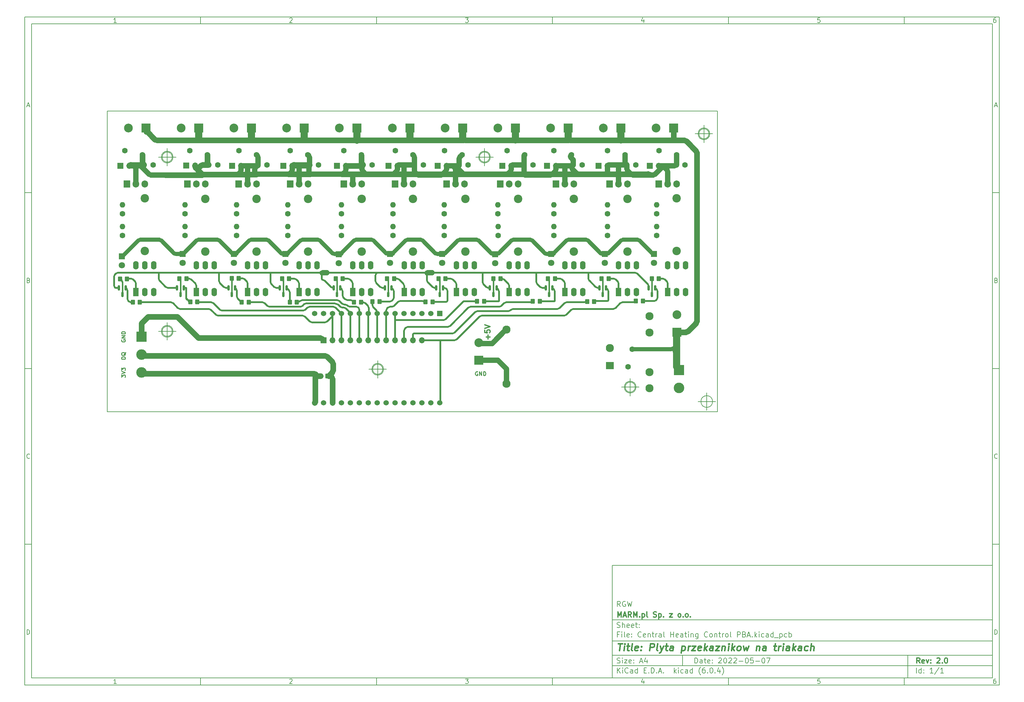
<source format=gbr>
%TF.GenerationSoftware,KiCad,Pcbnew,(6.0.4)*%
%TF.CreationDate,2022-05-07T15:09:03+02:00*%
%TF.ProjectId,Central Heating Control PBA,43656e74-7261-46c2-9048-656174696e67,2.0*%
%TF.SameCoordinates,Original*%
%TF.FileFunction,Copper,L1,Top*%
%TF.FilePolarity,Positive*%
%FSLAX46Y46*%
G04 Gerber Fmt 4.6, Leading zero omitted, Abs format (unit mm)*
G04 Created by KiCad (PCBNEW (6.0.4)) date 2022-05-07 15:09:03*
%MOMM*%
%LPD*%
G01*
G04 APERTURE LIST*
G04 Aperture macros list*
%AMRoundRect*
0 Rectangle with rounded corners*
0 $1 Rounding radius*
0 $2 $3 $4 $5 $6 $7 $8 $9 X,Y pos of 4 corners*
0 Add a 4 corners polygon primitive as box body*
4,1,4,$2,$3,$4,$5,$6,$7,$8,$9,$2,$3,0*
0 Add four circle primitives for the rounded corners*
1,1,$1+$1,$2,$3*
1,1,$1+$1,$4,$5*
1,1,$1+$1,$6,$7*
1,1,$1+$1,$8,$9*
0 Add four rect primitives between the rounded corners*
20,1,$1+$1,$2,$3,$4,$5,0*
20,1,$1+$1,$4,$5,$6,$7,0*
20,1,$1+$1,$6,$7,$8,$9,0*
20,1,$1+$1,$8,$9,$2,$3,0*%
G04 Aperture macros list end*
%ADD10C,0.100000*%
%ADD11C,0.150000*%
%ADD12C,0.300000*%
%ADD13C,0.400000*%
%TA.AperFunction,Profile*%
%ADD14C,0.150000*%
%TD*%
%ADD15C,0.275000*%
%TA.AperFunction,NonConductor*%
%ADD16C,0.275000*%
%TD*%
%TA.AperFunction,NonConductor*%
%ADD17C,0.300000*%
%TD*%
%TA.AperFunction,ComponentPad*%
%ADD18R,1.800000X1.800000*%
%TD*%
%TA.AperFunction,ComponentPad*%
%ADD19C,1.800000*%
%TD*%
%TA.AperFunction,SMDPad,CuDef*%
%ADD20RoundRect,0.250000X-0.350000X-0.450000X0.350000X-0.450000X0.350000X0.450000X-0.350000X0.450000X0*%
%TD*%
%TA.AperFunction,ComponentPad*%
%ADD21R,2.500000X2.500000*%
%TD*%
%TA.AperFunction,ComponentPad*%
%ADD22C,2.500000*%
%TD*%
%TA.AperFunction,ComponentPad*%
%ADD23R,1.600000X2.400000*%
%TD*%
%TA.AperFunction,ComponentPad*%
%ADD24O,1.600000X2.400000*%
%TD*%
%TA.AperFunction,ComponentPad*%
%ADD25C,1.600000*%
%TD*%
%TA.AperFunction,ComponentPad*%
%ADD26O,1.600000X1.600000*%
%TD*%
%TA.AperFunction,ComponentPad*%
%ADD27R,1.905000X2.000000*%
%TD*%
%TA.AperFunction,ComponentPad*%
%ADD28O,1.905000X2.000000*%
%TD*%
%TA.AperFunction,ComponentPad*%
%ADD29C,2.400000*%
%TD*%
%TA.AperFunction,ComponentPad*%
%ADD30R,1.700000X1.700000*%
%TD*%
%TA.AperFunction,ComponentPad*%
%ADD31O,1.700000X1.700000*%
%TD*%
%TA.AperFunction,SMDPad,CuDef*%
%ADD32RoundRect,0.150000X-0.150000X0.587500X-0.150000X-0.587500X0.150000X-0.587500X0.150000X0.587500X0*%
%TD*%
%TA.AperFunction,SMDPad,CuDef*%
%ADD33RoundRect,0.250000X0.350000X0.450000X-0.350000X0.450000X-0.350000X-0.450000X0.350000X-0.450000X0*%
%TD*%
%TA.AperFunction,ComponentPad*%
%ADD34R,3.000000X3.000000*%
%TD*%
%TA.AperFunction,ComponentPad*%
%ADD35C,3.000000*%
%TD*%
%TA.AperFunction,ComponentPad*%
%ADD36C,2.300000*%
%TD*%
%TA.AperFunction,ComponentPad*%
%ADD37R,1.524000X1.524000*%
%TD*%
%TA.AperFunction,ComponentPad*%
%ADD38C,1.524000*%
%TD*%
%TA.AperFunction,ComponentPad*%
%ADD39R,2.300000X2.000000*%
%TD*%
%TA.AperFunction,ViaPad*%
%ADD40C,0.600000*%
%TD*%
%TA.AperFunction,Conductor*%
%ADD41C,1.500000*%
%TD*%
%TA.AperFunction,Conductor*%
%ADD42C,1.600000*%
%TD*%
%TA.AperFunction,Conductor*%
%ADD43C,1.200000*%
%TD*%
%TA.AperFunction,Conductor*%
%ADD44C,0.500000*%
%TD*%
%TA.AperFunction,Conductor*%
%ADD45C,2.000000*%
%TD*%
%TA.AperFunction,Conductor*%
%ADD46C,0.800000*%
%TD*%
%TA.AperFunction,Conductor*%
%ADD47C,0.400000*%
%TD*%
G04 APERTURE END LIST*
D10*
D11*
X177002200Y-166007200D02*
X177002200Y-198007200D01*
X285002200Y-198007200D01*
X285002200Y-166007200D01*
X177002200Y-166007200D01*
D10*
D11*
X10000000Y-10000000D02*
X10000000Y-200007200D01*
X287002200Y-200007200D01*
X287002200Y-10000000D01*
X10000000Y-10000000D01*
D10*
D11*
X12000000Y-12000000D02*
X12000000Y-198007200D01*
X285002200Y-198007200D01*
X285002200Y-12000000D01*
X12000000Y-12000000D01*
D10*
D11*
X60000000Y-12000000D02*
X60000000Y-10000000D01*
D10*
D11*
X110000000Y-12000000D02*
X110000000Y-10000000D01*
D10*
D11*
X160000000Y-12000000D02*
X160000000Y-10000000D01*
D10*
D11*
X210000000Y-12000000D02*
X210000000Y-10000000D01*
D10*
D11*
X260000000Y-12000000D02*
X260000000Y-10000000D01*
D10*
D11*
X36065476Y-11588095D02*
X35322619Y-11588095D01*
X35694047Y-11588095D02*
X35694047Y-10288095D01*
X35570238Y-10473809D01*
X35446428Y-10597619D01*
X35322619Y-10659523D01*
D10*
D11*
X85322619Y-10411904D02*
X85384523Y-10350000D01*
X85508333Y-10288095D01*
X85817857Y-10288095D01*
X85941666Y-10350000D01*
X86003571Y-10411904D01*
X86065476Y-10535714D01*
X86065476Y-10659523D01*
X86003571Y-10845238D01*
X85260714Y-11588095D01*
X86065476Y-11588095D01*
D10*
D11*
X135260714Y-10288095D02*
X136065476Y-10288095D01*
X135632142Y-10783333D01*
X135817857Y-10783333D01*
X135941666Y-10845238D01*
X136003571Y-10907142D01*
X136065476Y-11030952D01*
X136065476Y-11340476D01*
X136003571Y-11464285D01*
X135941666Y-11526190D01*
X135817857Y-11588095D01*
X135446428Y-11588095D01*
X135322619Y-11526190D01*
X135260714Y-11464285D01*
D10*
D11*
X185941666Y-10721428D02*
X185941666Y-11588095D01*
X185632142Y-10226190D02*
X185322619Y-11154761D01*
X186127380Y-11154761D01*
D10*
D11*
X236003571Y-10288095D02*
X235384523Y-10288095D01*
X235322619Y-10907142D01*
X235384523Y-10845238D01*
X235508333Y-10783333D01*
X235817857Y-10783333D01*
X235941666Y-10845238D01*
X236003571Y-10907142D01*
X236065476Y-11030952D01*
X236065476Y-11340476D01*
X236003571Y-11464285D01*
X235941666Y-11526190D01*
X235817857Y-11588095D01*
X235508333Y-11588095D01*
X235384523Y-11526190D01*
X235322619Y-11464285D01*
D10*
D11*
X285941666Y-10288095D02*
X285694047Y-10288095D01*
X285570238Y-10350000D01*
X285508333Y-10411904D01*
X285384523Y-10597619D01*
X285322619Y-10845238D01*
X285322619Y-11340476D01*
X285384523Y-11464285D01*
X285446428Y-11526190D01*
X285570238Y-11588095D01*
X285817857Y-11588095D01*
X285941666Y-11526190D01*
X286003571Y-11464285D01*
X286065476Y-11340476D01*
X286065476Y-11030952D01*
X286003571Y-10907142D01*
X285941666Y-10845238D01*
X285817857Y-10783333D01*
X285570238Y-10783333D01*
X285446428Y-10845238D01*
X285384523Y-10907142D01*
X285322619Y-11030952D01*
D10*
D11*
X60000000Y-198007200D02*
X60000000Y-200007200D01*
D10*
D11*
X110000000Y-198007200D02*
X110000000Y-200007200D01*
D10*
D11*
X160000000Y-198007200D02*
X160000000Y-200007200D01*
D10*
D11*
X210000000Y-198007200D02*
X210000000Y-200007200D01*
D10*
D11*
X260000000Y-198007200D02*
X260000000Y-200007200D01*
D10*
D11*
X36065476Y-199595295D02*
X35322619Y-199595295D01*
X35694047Y-199595295D02*
X35694047Y-198295295D01*
X35570238Y-198481009D01*
X35446428Y-198604819D01*
X35322619Y-198666723D01*
D10*
D11*
X85322619Y-198419104D02*
X85384523Y-198357200D01*
X85508333Y-198295295D01*
X85817857Y-198295295D01*
X85941666Y-198357200D01*
X86003571Y-198419104D01*
X86065476Y-198542914D01*
X86065476Y-198666723D01*
X86003571Y-198852438D01*
X85260714Y-199595295D01*
X86065476Y-199595295D01*
D10*
D11*
X135260714Y-198295295D02*
X136065476Y-198295295D01*
X135632142Y-198790533D01*
X135817857Y-198790533D01*
X135941666Y-198852438D01*
X136003571Y-198914342D01*
X136065476Y-199038152D01*
X136065476Y-199347676D01*
X136003571Y-199471485D01*
X135941666Y-199533390D01*
X135817857Y-199595295D01*
X135446428Y-199595295D01*
X135322619Y-199533390D01*
X135260714Y-199471485D01*
D10*
D11*
X185941666Y-198728628D02*
X185941666Y-199595295D01*
X185632142Y-198233390D02*
X185322619Y-199161961D01*
X186127380Y-199161961D01*
D10*
D11*
X236003571Y-198295295D02*
X235384523Y-198295295D01*
X235322619Y-198914342D01*
X235384523Y-198852438D01*
X235508333Y-198790533D01*
X235817857Y-198790533D01*
X235941666Y-198852438D01*
X236003571Y-198914342D01*
X236065476Y-199038152D01*
X236065476Y-199347676D01*
X236003571Y-199471485D01*
X235941666Y-199533390D01*
X235817857Y-199595295D01*
X235508333Y-199595295D01*
X235384523Y-199533390D01*
X235322619Y-199471485D01*
D10*
D11*
X285941666Y-198295295D02*
X285694047Y-198295295D01*
X285570238Y-198357200D01*
X285508333Y-198419104D01*
X285384523Y-198604819D01*
X285322619Y-198852438D01*
X285322619Y-199347676D01*
X285384523Y-199471485D01*
X285446428Y-199533390D01*
X285570238Y-199595295D01*
X285817857Y-199595295D01*
X285941666Y-199533390D01*
X286003571Y-199471485D01*
X286065476Y-199347676D01*
X286065476Y-199038152D01*
X286003571Y-198914342D01*
X285941666Y-198852438D01*
X285817857Y-198790533D01*
X285570238Y-198790533D01*
X285446428Y-198852438D01*
X285384523Y-198914342D01*
X285322619Y-199038152D01*
D10*
D11*
X10000000Y-60000000D02*
X12000000Y-60000000D01*
D10*
D11*
X10000000Y-110000000D02*
X12000000Y-110000000D01*
D10*
D11*
X10000000Y-160000000D02*
X12000000Y-160000000D01*
D10*
D11*
X10690476Y-35216666D02*
X11309523Y-35216666D01*
X10566666Y-35588095D02*
X11000000Y-34288095D01*
X11433333Y-35588095D01*
D10*
D11*
X11092857Y-84907142D02*
X11278571Y-84969047D01*
X11340476Y-85030952D01*
X11402380Y-85154761D01*
X11402380Y-85340476D01*
X11340476Y-85464285D01*
X11278571Y-85526190D01*
X11154761Y-85588095D01*
X10659523Y-85588095D01*
X10659523Y-84288095D01*
X11092857Y-84288095D01*
X11216666Y-84350000D01*
X11278571Y-84411904D01*
X11340476Y-84535714D01*
X11340476Y-84659523D01*
X11278571Y-84783333D01*
X11216666Y-84845238D01*
X11092857Y-84907142D01*
X10659523Y-84907142D01*
D10*
D11*
X11402380Y-135464285D02*
X11340476Y-135526190D01*
X11154761Y-135588095D01*
X11030952Y-135588095D01*
X10845238Y-135526190D01*
X10721428Y-135402380D01*
X10659523Y-135278571D01*
X10597619Y-135030952D01*
X10597619Y-134845238D01*
X10659523Y-134597619D01*
X10721428Y-134473809D01*
X10845238Y-134350000D01*
X11030952Y-134288095D01*
X11154761Y-134288095D01*
X11340476Y-134350000D01*
X11402380Y-134411904D01*
D10*
D11*
X10659523Y-185588095D02*
X10659523Y-184288095D01*
X10969047Y-184288095D01*
X11154761Y-184350000D01*
X11278571Y-184473809D01*
X11340476Y-184597619D01*
X11402380Y-184845238D01*
X11402380Y-185030952D01*
X11340476Y-185278571D01*
X11278571Y-185402380D01*
X11154761Y-185526190D01*
X10969047Y-185588095D01*
X10659523Y-185588095D01*
D10*
D11*
X287002200Y-60000000D02*
X285002200Y-60000000D01*
D10*
D11*
X287002200Y-110000000D02*
X285002200Y-110000000D01*
D10*
D11*
X287002200Y-160000000D02*
X285002200Y-160000000D01*
D10*
D11*
X285692676Y-35216666D02*
X286311723Y-35216666D01*
X285568866Y-35588095D02*
X286002200Y-34288095D01*
X286435533Y-35588095D01*
D10*
D11*
X286095057Y-84907142D02*
X286280771Y-84969047D01*
X286342676Y-85030952D01*
X286404580Y-85154761D01*
X286404580Y-85340476D01*
X286342676Y-85464285D01*
X286280771Y-85526190D01*
X286156961Y-85588095D01*
X285661723Y-85588095D01*
X285661723Y-84288095D01*
X286095057Y-84288095D01*
X286218866Y-84350000D01*
X286280771Y-84411904D01*
X286342676Y-84535714D01*
X286342676Y-84659523D01*
X286280771Y-84783333D01*
X286218866Y-84845238D01*
X286095057Y-84907142D01*
X285661723Y-84907142D01*
D10*
D11*
X286404580Y-135464285D02*
X286342676Y-135526190D01*
X286156961Y-135588095D01*
X286033152Y-135588095D01*
X285847438Y-135526190D01*
X285723628Y-135402380D01*
X285661723Y-135278571D01*
X285599819Y-135030952D01*
X285599819Y-134845238D01*
X285661723Y-134597619D01*
X285723628Y-134473809D01*
X285847438Y-134350000D01*
X286033152Y-134288095D01*
X286156961Y-134288095D01*
X286342676Y-134350000D01*
X286404580Y-134411904D01*
D10*
D11*
X285661723Y-185588095D02*
X285661723Y-184288095D01*
X285971247Y-184288095D01*
X286156961Y-184350000D01*
X286280771Y-184473809D01*
X286342676Y-184597619D01*
X286404580Y-184845238D01*
X286404580Y-185030952D01*
X286342676Y-185278571D01*
X286280771Y-185402380D01*
X286156961Y-185526190D01*
X285971247Y-185588095D01*
X285661723Y-185588095D01*
D10*
D11*
X200434342Y-193785771D02*
X200434342Y-192285771D01*
X200791485Y-192285771D01*
X201005771Y-192357200D01*
X201148628Y-192500057D01*
X201220057Y-192642914D01*
X201291485Y-192928628D01*
X201291485Y-193142914D01*
X201220057Y-193428628D01*
X201148628Y-193571485D01*
X201005771Y-193714342D01*
X200791485Y-193785771D01*
X200434342Y-193785771D01*
X202577200Y-193785771D02*
X202577200Y-193000057D01*
X202505771Y-192857200D01*
X202362914Y-192785771D01*
X202077200Y-192785771D01*
X201934342Y-192857200D01*
X202577200Y-193714342D02*
X202434342Y-193785771D01*
X202077200Y-193785771D01*
X201934342Y-193714342D01*
X201862914Y-193571485D01*
X201862914Y-193428628D01*
X201934342Y-193285771D01*
X202077200Y-193214342D01*
X202434342Y-193214342D01*
X202577200Y-193142914D01*
X203077200Y-192785771D02*
X203648628Y-192785771D01*
X203291485Y-192285771D02*
X203291485Y-193571485D01*
X203362914Y-193714342D01*
X203505771Y-193785771D01*
X203648628Y-193785771D01*
X204720057Y-193714342D02*
X204577200Y-193785771D01*
X204291485Y-193785771D01*
X204148628Y-193714342D01*
X204077200Y-193571485D01*
X204077200Y-193000057D01*
X204148628Y-192857200D01*
X204291485Y-192785771D01*
X204577200Y-192785771D01*
X204720057Y-192857200D01*
X204791485Y-193000057D01*
X204791485Y-193142914D01*
X204077200Y-193285771D01*
X205434342Y-193642914D02*
X205505771Y-193714342D01*
X205434342Y-193785771D01*
X205362914Y-193714342D01*
X205434342Y-193642914D01*
X205434342Y-193785771D01*
X205434342Y-192857200D02*
X205505771Y-192928628D01*
X205434342Y-193000057D01*
X205362914Y-192928628D01*
X205434342Y-192857200D01*
X205434342Y-193000057D01*
X207220057Y-192428628D02*
X207291485Y-192357200D01*
X207434342Y-192285771D01*
X207791485Y-192285771D01*
X207934342Y-192357200D01*
X208005771Y-192428628D01*
X208077200Y-192571485D01*
X208077200Y-192714342D01*
X208005771Y-192928628D01*
X207148628Y-193785771D01*
X208077200Y-193785771D01*
X209005771Y-192285771D02*
X209148628Y-192285771D01*
X209291485Y-192357200D01*
X209362914Y-192428628D01*
X209434342Y-192571485D01*
X209505771Y-192857200D01*
X209505771Y-193214342D01*
X209434342Y-193500057D01*
X209362914Y-193642914D01*
X209291485Y-193714342D01*
X209148628Y-193785771D01*
X209005771Y-193785771D01*
X208862914Y-193714342D01*
X208791485Y-193642914D01*
X208720057Y-193500057D01*
X208648628Y-193214342D01*
X208648628Y-192857200D01*
X208720057Y-192571485D01*
X208791485Y-192428628D01*
X208862914Y-192357200D01*
X209005771Y-192285771D01*
X210077200Y-192428628D02*
X210148628Y-192357200D01*
X210291485Y-192285771D01*
X210648628Y-192285771D01*
X210791485Y-192357200D01*
X210862914Y-192428628D01*
X210934342Y-192571485D01*
X210934342Y-192714342D01*
X210862914Y-192928628D01*
X210005771Y-193785771D01*
X210934342Y-193785771D01*
X211505771Y-192428628D02*
X211577200Y-192357200D01*
X211720057Y-192285771D01*
X212077200Y-192285771D01*
X212220057Y-192357200D01*
X212291485Y-192428628D01*
X212362914Y-192571485D01*
X212362914Y-192714342D01*
X212291485Y-192928628D01*
X211434342Y-193785771D01*
X212362914Y-193785771D01*
X213005771Y-193214342D02*
X214148628Y-193214342D01*
X215148628Y-192285771D02*
X215291485Y-192285771D01*
X215434342Y-192357200D01*
X215505771Y-192428628D01*
X215577200Y-192571485D01*
X215648628Y-192857200D01*
X215648628Y-193214342D01*
X215577200Y-193500057D01*
X215505771Y-193642914D01*
X215434342Y-193714342D01*
X215291485Y-193785771D01*
X215148628Y-193785771D01*
X215005771Y-193714342D01*
X214934342Y-193642914D01*
X214862914Y-193500057D01*
X214791485Y-193214342D01*
X214791485Y-192857200D01*
X214862914Y-192571485D01*
X214934342Y-192428628D01*
X215005771Y-192357200D01*
X215148628Y-192285771D01*
X217005771Y-192285771D02*
X216291485Y-192285771D01*
X216220057Y-193000057D01*
X216291485Y-192928628D01*
X216434342Y-192857200D01*
X216791485Y-192857200D01*
X216934342Y-192928628D01*
X217005771Y-193000057D01*
X217077200Y-193142914D01*
X217077200Y-193500057D01*
X217005771Y-193642914D01*
X216934342Y-193714342D01*
X216791485Y-193785771D01*
X216434342Y-193785771D01*
X216291485Y-193714342D01*
X216220057Y-193642914D01*
X217720057Y-193214342D02*
X218862914Y-193214342D01*
X219862914Y-192285771D02*
X220005771Y-192285771D01*
X220148628Y-192357200D01*
X220220057Y-192428628D01*
X220291485Y-192571485D01*
X220362914Y-192857200D01*
X220362914Y-193214342D01*
X220291485Y-193500057D01*
X220220057Y-193642914D01*
X220148628Y-193714342D01*
X220005771Y-193785771D01*
X219862914Y-193785771D01*
X219720057Y-193714342D01*
X219648628Y-193642914D01*
X219577200Y-193500057D01*
X219505771Y-193214342D01*
X219505771Y-192857200D01*
X219577200Y-192571485D01*
X219648628Y-192428628D01*
X219720057Y-192357200D01*
X219862914Y-192285771D01*
X220862914Y-192285771D02*
X221862914Y-192285771D01*
X221220057Y-193785771D01*
D10*
D11*
X177002200Y-194507200D02*
X285002200Y-194507200D01*
D10*
D11*
X178434342Y-196585771D02*
X178434342Y-195085771D01*
X179291485Y-196585771D02*
X178648628Y-195728628D01*
X179291485Y-195085771D02*
X178434342Y-195942914D01*
X179934342Y-196585771D02*
X179934342Y-195585771D01*
X179934342Y-195085771D02*
X179862914Y-195157200D01*
X179934342Y-195228628D01*
X180005771Y-195157200D01*
X179934342Y-195085771D01*
X179934342Y-195228628D01*
X181505771Y-196442914D02*
X181434342Y-196514342D01*
X181220057Y-196585771D01*
X181077200Y-196585771D01*
X180862914Y-196514342D01*
X180720057Y-196371485D01*
X180648628Y-196228628D01*
X180577200Y-195942914D01*
X180577200Y-195728628D01*
X180648628Y-195442914D01*
X180720057Y-195300057D01*
X180862914Y-195157200D01*
X181077200Y-195085771D01*
X181220057Y-195085771D01*
X181434342Y-195157200D01*
X181505771Y-195228628D01*
X182791485Y-196585771D02*
X182791485Y-195800057D01*
X182720057Y-195657200D01*
X182577200Y-195585771D01*
X182291485Y-195585771D01*
X182148628Y-195657200D01*
X182791485Y-196514342D02*
X182648628Y-196585771D01*
X182291485Y-196585771D01*
X182148628Y-196514342D01*
X182077200Y-196371485D01*
X182077200Y-196228628D01*
X182148628Y-196085771D01*
X182291485Y-196014342D01*
X182648628Y-196014342D01*
X182791485Y-195942914D01*
X184148628Y-196585771D02*
X184148628Y-195085771D01*
X184148628Y-196514342D02*
X184005771Y-196585771D01*
X183720057Y-196585771D01*
X183577200Y-196514342D01*
X183505771Y-196442914D01*
X183434342Y-196300057D01*
X183434342Y-195871485D01*
X183505771Y-195728628D01*
X183577200Y-195657200D01*
X183720057Y-195585771D01*
X184005771Y-195585771D01*
X184148628Y-195657200D01*
X186005771Y-195800057D02*
X186505771Y-195800057D01*
X186720057Y-196585771D02*
X186005771Y-196585771D01*
X186005771Y-195085771D01*
X186720057Y-195085771D01*
X187362914Y-196442914D02*
X187434342Y-196514342D01*
X187362914Y-196585771D01*
X187291485Y-196514342D01*
X187362914Y-196442914D01*
X187362914Y-196585771D01*
X188077200Y-196585771D02*
X188077200Y-195085771D01*
X188434342Y-195085771D01*
X188648628Y-195157200D01*
X188791485Y-195300057D01*
X188862914Y-195442914D01*
X188934342Y-195728628D01*
X188934342Y-195942914D01*
X188862914Y-196228628D01*
X188791485Y-196371485D01*
X188648628Y-196514342D01*
X188434342Y-196585771D01*
X188077200Y-196585771D01*
X189577200Y-196442914D02*
X189648628Y-196514342D01*
X189577200Y-196585771D01*
X189505771Y-196514342D01*
X189577200Y-196442914D01*
X189577200Y-196585771D01*
X190220057Y-196157200D02*
X190934342Y-196157200D01*
X190077200Y-196585771D02*
X190577200Y-195085771D01*
X191077200Y-196585771D01*
X191577200Y-196442914D02*
X191648628Y-196514342D01*
X191577200Y-196585771D01*
X191505771Y-196514342D01*
X191577200Y-196442914D01*
X191577200Y-196585771D01*
X194577200Y-196585771D02*
X194577200Y-195085771D01*
X194720057Y-196014342D02*
X195148628Y-196585771D01*
X195148628Y-195585771D02*
X194577200Y-196157200D01*
X195791485Y-196585771D02*
X195791485Y-195585771D01*
X195791485Y-195085771D02*
X195720057Y-195157200D01*
X195791485Y-195228628D01*
X195862914Y-195157200D01*
X195791485Y-195085771D01*
X195791485Y-195228628D01*
X197148628Y-196514342D02*
X197005771Y-196585771D01*
X196720057Y-196585771D01*
X196577200Y-196514342D01*
X196505771Y-196442914D01*
X196434342Y-196300057D01*
X196434342Y-195871485D01*
X196505771Y-195728628D01*
X196577200Y-195657200D01*
X196720057Y-195585771D01*
X197005771Y-195585771D01*
X197148628Y-195657200D01*
X198434342Y-196585771D02*
X198434342Y-195800057D01*
X198362914Y-195657200D01*
X198220057Y-195585771D01*
X197934342Y-195585771D01*
X197791485Y-195657200D01*
X198434342Y-196514342D02*
X198291485Y-196585771D01*
X197934342Y-196585771D01*
X197791485Y-196514342D01*
X197720057Y-196371485D01*
X197720057Y-196228628D01*
X197791485Y-196085771D01*
X197934342Y-196014342D01*
X198291485Y-196014342D01*
X198434342Y-195942914D01*
X199791485Y-196585771D02*
X199791485Y-195085771D01*
X199791485Y-196514342D02*
X199648628Y-196585771D01*
X199362914Y-196585771D01*
X199220057Y-196514342D01*
X199148628Y-196442914D01*
X199077200Y-196300057D01*
X199077200Y-195871485D01*
X199148628Y-195728628D01*
X199220057Y-195657200D01*
X199362914Y-195585771D01*
X199648628Y-195585771D01*
X199791485Y-195657200D01*
X202077200Y-197157200D02*
X202005771Y-197085771D01*
X201862914Y-196871485D01*
X201791485Y-196728628D01*
X201720057Y-196514342D01*
X201648628Y-196157200D01*
X201648628Y-195871485D01*
X201720057Y-195514342D01*
X201791485Y-195300057D01*
X201862914Y-195157200D01*
X202005771Y-194942914D01*
X202077200Y-194871485D01*
X203291485Y-195085771D02*
X203005771Y-195085771D01*
X202862914Y-195157200D01*
X202791485Y-195228628D01*
X202648628Y-195442914D01*
X202577200Y-195728628D01*
X202577200Y-196300057D01*
X202648628Y-196442914D01*
X202720057Y-196514342D01*
X202862914Y-196585771D01*
X203148628Y-196585771D01*
X203291485Y-196514342D01*
X203362914Y-196442914D01*
X203434342Y-196300057D01*
X203434342Y-195942914D01*
X203362914Y-195800057D01*
X203291485Y-195728628D01*
X203148628Y-195657200D01*
X202862914Y-195657200D01*
X202720057Y-195728628D01*
X202648628Y-195800057D01*
X202577200Y-195942914D01*
X204077200Y-196442914D02*
X204148628Y-196514342D01*
X204077200Y-196585771D01*
X204005771Y-196514342D01*
X204077200Y-196442914D01*
X204077200Y-196585771D01*
X205077200Y-195085771D02*
X205220057Y-195085771D01*
X205362914Y-195157200D01*
X205434342Y-195228628D01*
X205505771Y-195371485D01*
X205577200Y-195657200D01*
X205577200Y-196014342D01*
X205505771Y-196300057D01*
X205434342Y-196442914D01*
X205362914Y-196514342D01*
X205220057Y-196585771D01*
X205077200Y-196585771D01*
X204934342Y-196514342D01*
X204862914Y-196442914D01*
X204791485Y-196300057D01*
X204720057Y-196014342D01*
X204720057Y-195657200D01*
X204791485Y-195371485D01*
X204862914Y-195228628D01*
X204934342Y-195157200D01*
X205077200Y-195085771D01*
X206220057Y-196442914D02*
X206291485Y-196514342D01*
X206220057Y-196585771D01*
X206148628Y-196514342D01*
X206220057Y-196442914D01*
X206220057Y-196585771D01*
X207577200Y-195585771D02*
X207577200Y-196585771D01*
X207220057Y-195014342D02*
X206862914Y-196085771D01*
X207791485Y-196085771D01*
X208220057Y-197157200D02*
X208291485Y-197085771D01*
X208434342Y-196871485D01*
X208505771Y-196728628D01*
X208577200Y-196514342D01*
X208648628Y-196157200D01*
X208648628Y-195871485D01*
X208577200Y-195514342D01*
X208505771Y-195300057D01*
X208434342Y-195157200D01*
X208291485Y-194942914D01*
X208220057Y-194871485D01*
D10*
D11*
X177002200Y-191507200D02*
X285002200Y-191507200D01*
D10*
D12*
X264411485Y-193785771D02*
X263911485Y-193071485D01*
X263554342Y-193785771D02*
X263554342Y-192285771D01*
X264125771Y-192285771D01*
X264268628Y-192357200D01*
X264340057Y-192428628D01*
X264411485Y-192571485D01*
X264411485Y-192785771D01*
X264340057Y-192928628D01*
X264268628Y-193000057D01*
X264125771Y-193071485D01*
X263554342Y-193071485D01*
X265625771Y-193714342D02*
X265482914Y-193785771D01*
X265197200Y-193785771D01*
X265054342Y-193714342D01*
X264982914Y-193571485D01*
X264982914Y-193000057D01*
X265054342Y-192857200D01*
X265197200Y-192785771D01*
X265482914Y-192785771D01*
X265625771Y-192857200D01*
X265697200Y-193000057D01*
X265697200Y-193142914D01*
X264982914Y-193285771D01*
X266197200Y-192785771D02*
X266554342Y-193785771D01*
X266911485Y-192785771D01*
X267482914Y-193642914D02*
X267554342Y-193714342D01*
X267482914Y-193785771D01*
X267411485Y-193714342D01*
X267482914Y-193642914D01*
X267482914Y-193785771D01*
X267482914Y-192857200D02*
X267554342Y-192928628D01*
X267482914Y-193000057D01*
X267411485Y-192928628D01*
X267482914Y-192857200D01*
X267482914Y-193000057D01*
X269268628Y-192428628D02*
X269340057Y-192357200D01*
X269482914Y-192285771D01*
X269840057Y-192285771D01*
X269982914Y-192357200D01*
X270054342Y-192428628D01*
X270125771Y-192571485D01*
X270125771Y-192714342D01*
X270054342Y-192928628D01*
X269197200Y-193785771D01*
X270125771Y-193785771D01*
X270768628Y-193642914D02*
X270840057Y-193714342D01*
X270768628Y-193785771D01*
X270697200Y-193714342D01*
X270768628Y-193642914D01*
X270768628Y-193785771D01*
X271768628Y-192285771D02*
X271911485Y-192285771D01*
X272054342Y-192357200D01*
X272125771Y-192428628D01*
X272197200Y-192571485D01*
X272268628Y-192857200D01*
X272268628Y-193214342D01*
X272197200Y-193500057D01*
X272125771Y-193642914D01*
X272054342Y-193714342D01*
X271911485Y-193785771D01*
X271768628Y-193785771D01*
X271625771Y-193714342D01*
X271554342Y-193642914D01*
X271482914Y-193500057D01*
X271411485Y-193214342D01*
X271411485Y-192857200D01*
X271482914Y-192571485D01*
X271554342Y-192428628D01*
X271625771Y-192357200D01*
X271768628Y-192285771D01*
D10*
D11*
X178362914Y-193714342D02*
X178577200Y-193785771D01*
X178934342Y-193785771D01*
X179077200Y-193714342D01*
X179148628Y-193642914D01*
X179220057Y-193500057D01*
X179220057Y-193357200D01*
X179148628Y-193214342D01*
X179077200Y-193142914D01*
X178934342Y-193071485D01*
X178648628Y-193000057D01*
X178505771Y-192928628D01*
X178434342Y-192857200D01*
X178362914Y-192714342D01*
X178362914Y-192571485D01*
X178434342Y-192428628D01*
X178505771Y-192357200D01*
X178648628Y-192285771D01*
X179005771Y-192285771D01*
X179220057Y-192357200D01*
X179862914Y-193785771D02*
X179862914Y-192785771D01*
X179862914Y-192285771D02*
X179791485Y-192357200D01*
X179862914Y-192428628D01*
X179934342Y-192357200D01*
X179862914Y-192285771D01*
X179862914Y-192428628D01*
X180434342Y-192785771D02*
X181220057Y-192785771D01*
X180434342Y-193785771D01*
X181220057Y-193785771D01*
X182362914Y-193714342D02*
X182220057Y-193785771D01*
X181934342Y-193785771D01*
X181791485Y-193714342D01*
X181720057Y-193571485D01*
X181720057Y-193000057D01*
X181791485Y-192857200D01*
X181934342Y-192785771D01*
X182220057Y-192785771D01*
X182362914Y-192857200D01*
X182434342Y-193000057D01*
X182434342Y-193142914D01*
X181720057Y-193285771D01*
X183077200Y-193642914D02*
X183148628Y-193714342D01*
X183077200Y-193785771D01*
X183005771Y-193714342D01*
X183077200Y-193642914D01*
X183077200Y-193785771D01*
X183077200Y-192857200D02*
X183148628Y-192928628D01*
X183077200Y-193000057D01*
X183005771Y-192928628D01*
X183077200Y-192857200D01*
X183077200Y-193000057D01*
X184862914Y-193357200D02*
X185577200Y-193357200D01*
X184720057Y-193785771D02*
X185220057Y-192285771D01*
X185720057Y-193785771D01*
X186862914Y-192785771D02*
X186862914Y-193785771D01*
X186505771Y-192214342D02*
X186148628Y-193285771D01*
X187077200Y-193285771D01*
D10*
D11*
X263434342Y-196585771D02*
X263434342Y-195085771D01*
X264791485Y-196585771D02*
X264791485Y-195085771D01*
X264791485Y-196514342D02*
X264648628Y-196585771D01*
X264362914Y-196585771D01*
X264220057Y-196514342D01*
X264148628Y-196442914D01*
X264077200Y-196300057D01*
X264077200Y-195871485D01*
X264148628Y-195728628D01*
X264220057Y-195657200D01*
X264362914Y-195585771D01*
X264648628Y-195585771D01*
X264791485Y-195657200D01*
X265505771Y-196442914D02*
X265577200Y-196514342D01*
X265505771Y-196585771D01*
X265434342Y-196514342D01*
X265505771Y-196442914D01*
X265505771Y-196585771D01*
X265505771Y-195657200D02*
X265577200Y-195728628D01*
X265505771Y-195800057D01*
X265434342Y-195728628D01*
X265505771Y-195657200D01*
X265505771Y-195800057D01*
X268148628Y-196585771D02*
X267291485Y-196585771D01*
X267720057Y-196585771D02*
X267720057Y-195085771D01*
X267577200Y-195300057D01*
X267434342Y-195442914D01*
X267291485Y-195514342D01*
X269862914Y-195014342D02*
X268577200Y-196942914D01*
X271148628Y-196585771D02*
X270291485Y-196585771D01*
X270720057Y-196585771D02*
X270720057Y-195085771D01*
X270577200Y-195300057D01*
X270434342Y-195442914D01*
X270291485Y-195514342D01*
D10*
D11*
X177002200Y-187507200D02*
X285002200Y-187507200D01*
D10*
D13*
X178714580Y-188211961D02*
X179857438Y-188211961D01*
X179036009Y-190211961D02*
X179286009Y-188211961D01*
X180274104Y-190211961D02*
X180440771Y-188878628D01*
X180524104Y-188211961D02*
X180416961Y-188307200D01*
X180500295Y-188402438D01*
X180607438Y-188307200D01*
X180524104Y-188211961D01*
X180500295Y-188402438D01*
X181107438Y-188878628D02*
X181869342Y-188878628D01*
X181476485Y-188211961D02*
X181262200Y-189926247D01*
X181333628Y-190116723D01*
X181512200Y-190211961D01*
X181702676Y-190211961D01*
X182655057Y-190211961D02*
X182476485Y-190116723D01*
X182405057Y-189926247D01*
X182619342Y-188211961D01*
X184190771Y-190116723D02*
X183988390Y-190211961D01*
X183607438Y-190211961D01*
X183428866Y-190116723D01*
X183357438Y-189926247D01*
X183452676Y-189164342D01*
X183571723Y-188973866D01*
X183774104Y-188878628D01*
X184155057Y-188878628D01*
X184333628Y-188973866D01*
X184405057Y-189164342D01*
X184381247Y-189354819D01*
X183405057Y-189545295D01*
X185155057Y-190021485D02*
X185238390Y-190116723D01*
X185131247Y-190211961D01*
X185047914Y-190116723D01*
X185155057Y-190021485D01*
X185131247Y-190211961D01*
X185286009Y-188973866D02*
X185369342Y-189069104D01*
X185262200Y-189164342D01*
X185178866Y-189069104D01*
X185286009Y-188973866D01*
X185262200Y-189164342D01*
X187607438Y-190211961D02*
X187857438Y-188211961D01*
X188619342Y-188211961D01*
X188797914Y-188307200D01*
X188881247Y-188402438D01*
X188952676Y-188592914D01*
X188916961Y-188878628D01*
X188797914Y-189069104D01*
X188690771Y-189164342D01*
X188488390Y-189259580D01*
X187726485Y-189259580D01*
X189893152Y-190211961D02*
X189714580Y-190116723D01*
X189643152Y-189926247D01*
X189857438Y-188211961D01*
X190631247Y-188878628D02*
X190940771Y-190211961D01*
X191583628Y-188878628D02*
X190940771Y-190211961D01*
X190690771Y-190688152D01*
X190583628Y-190783390D01*
X190381247Y-190878628D01*
X192059819Y-188878628D02*
X192821723Y-188878628D01*
X192428866Y-188211961D02*
X192214580Y-189926247D01*
X192286009Y-190116723D01*
X192464580Y-190211961D01*
X192655057Y-190211961D01*
X194178866Y-190211961D02*
X194309819Y-189164342D01*
X194238390Y-188973866D01*
X194059819Y-188878628D01*
X193678866Y-188878628D01*
X193476485Y-188973866D01*
X194190771Y-190116723D02*
X193988390Y-190211961D01*
X193512200Y-190211961D01*
X193333628Y-190116723D01*
X193262200Y-189926247D01*
X193286009Y-189735771D01*
X193405057Y-189545295D01*
X193607438Y-189450057D01*
X194083628Y-189450057D01*
X194286009Y-189354819D01*
X196821723Y-188878628D02*
X196571723Y-190878628D01*
X196809819Y-188973866D02*
X197012200Y-188878628D01*
X197393152Y-188878628D01*
X197571723Y-188973866D01*
X197655057Y-189069104D01*
X197726485Y-189259580D01*
X197655057Y-189831009D01*
X197536009Y-190021485D01*
X197428866Y-190116723D01*
X197226485Y-190211961D01*
X196845533Y-190211961D01*
X196666961Y-190116723D01*
X198464580Y-190211961D02*
X198631247Y-188878628D01*
X198583628Y-189259580D02*
X198702676Y-189069104D01*
X198809819Y-188973866D01*
X199012200Y-188878628D01*
X199202676Y-188878628D01*
X199678866Y-188878628D02*
X200726485Y-188878628D01*
X199512200Y-190211961D01*
X200559819Y-190211961D01*
X202095533Y-190116723D02*
X201893152Y-190211961D01*
X201512200Y-190211961D01*
X201333628Y-190116723D01*
X201262200Y-189926247D01*
X201357438Y-189164342D01*
X201476485Y-188973866D01*
X201678866Y-188878628D01*
X202059819Y-188878628D01*
X202238390Y-188973866D01*
X202309819Y-189164342D01*
X202286009Y-189354819D01*
X201309819Y-189545295D01*
X203036009Y-190211961D02*
X203286009Y-188211961D01*
X203321723Y-189450057D02*
X203797914Y-190211961D01*
X203964580Y-188878628D02*
X203107438Y-189640533D01*
X205512200Y-190211961D02*
X205643152Y-189164342D01*
X205571723Y-188973866D01*
X205393152Y-188878628D01*
X205012200Y-188878628D01*
X204809819Y-188973866D01*
X205524104Y-190116723D02*
X205321723Y-190211961D01*
X204845533Y-190211961D01*
X204666961Y-190116723D01*
X204595533Y-189926247D01*
X204619342Y-189735771D01*
X204738390Y-189545295D01*
X204940771Y-189450057D01*
X205416961Y-189450057D01*
X205619342Y-189354819D01*
X206440771Y-188878628D02*
X207488390Y-188878628D01*
X206274104Y-190211961D01*
X207321723Y-190211961D01*
X208250295Y-188878628D02*
X208083628Y-190211961D01*
X208226485Y-189069104D02*
X208333628Y-188973866D01*
X208536009Y-188878628D01*
X208821723Y-188878628D01*
X209000295Y-188973866D01*
X209071723Y-189164342D01*
X208940771Y-190211961D01*
X209893152Y-190211961D02*
X210059819Y-188878628D01*
X210143152Y-188211961D02*
X210036009Y-188307200D01*
X210119342Y-188402438D01*
X210226485Y-188307200D01*
X210143152Y-188211961D01*
X210119342Y-188402438D01*
X210845533Y-190211961D02*
X211095533Y-188211961D01*
X211131247Y-189450057D02*
X211607438Y-190211961D01*
X211774104Y-188878628D02*
X210916961Y-189640533D01*
X212750295Y-190211961D02*
X212571723Y-190116723D01*
X212488390Y-190021485D01*
X212416961Y-189831009D01*
X212488390Y-189259580D01*
X212607438Y-189069104D01*
X212714580Y-188973866D01*
X212916961Y-188878628D01*
X213202676Y-188878628D01*
X213381247Y-188973866D01*
X213464580Y-189069104D01*
X213536009Y-189259580D01*
X213464580Y-189831009D01*
X213345533Y-190021485D01*
X213238390Y-190116723D01*
X213036009Y-190211961D01*
X212750295Y-190211961D01*
X214250295Y-188878628D02*
X214464580Y-190211961D01*
X214964580Y-189259580D01*
X215226485Y-190211961D01*
X215774104Y-188878628D01*
X218059819Y-188878628D02*
X217893152Y-190211961D01*
X218036009Y-189069104D02*
X218143152Y-188973866D01*
X218345533Y-188878628D01*
X218631247Y-188878628D01*
X218809819Y-188973866D01*
X218881247Y-189164342D01*
X218750295Y-190211961D01*
X220559819Y-190211961D02*
X220690771Y-189164342D01*
X220619342Y-188973866D01*
X220440771Y-188878628D01*
X220059819Y-188878628D01*
X219857438Y-188973866D01*
X220571723Y-190116723D02*
X220369342Y-190211961D01*
X219893152Y-190211961D01*
X219714580Y-190116723D01*
X219643152Y-189926247D01*
X219666961Y-189735771D01*
X219786009Y-189545295D01*
X219988390Y-189450057D01*
X220464580Y-189450057D01*
X220666961Y-189354819D01*
X222916961Y-188878628D02*
X223678866Y-188878628D01*
X223286009Y-188211961D02*
X223071723Y-189926247D01*
X223143152Y-190116723D01*
X223321723Y-190211961D01*
X223512200Y-190211961D01*
X224178866Y-190211961D02*
X224345533Y-188878628D01*
X224297914Y-189259580D02*
X224416961Y-189069104D01*
X224524104Y-188973866D01*
X224726485Y-188878628D01*
X224916961Y-188878628D01*
X225416961Y-190211961D02*
X225583628Y-188878628D01*
X225666961Y-188211961D02*
X225559819Y-188307200D01*
X225643152Y-188402438D01*
X225750295Y-188307200D01*
X225666961Y-188211961D01*
X225643152Y-188402438D01*
X227226485Y-190211961D02*
X227357438Y-189164342D01*
X227286009Y-188973866D01*
X227107438Y-188878628D01*
X226726485Y-188878628D01*
X226524104Y-188973866D01*
X227238390Y-190116723D02*
X227036009Y-190211961D01*
X226559819Y-190211961D01*
X226381247Y-190116723D01*
X226309819Y-189926247D01*
X226333628Y-189735771D01*
X226452676Y-189545295D01*
X226655057Y-189450057D01*
X227131247Y-189450057D01*
X227333628Y-189354819D01*
X228178866Y-190211961D02*
X228428866Y-188211961D01*
X228464580Y-189450057D02*
X228940771Y-190211961D01*
X229107438Y-188878628D02*
X228250295Y-189640533D01*
X230655057Y-190211961D02*
X230786009Y-189164342D01*
X230714580Y-188973866D01*
X230536009Y-188878628D01*
X230155057Y-188878628D01*
X229952676Y-188973866D01*
X230666961Y-190116723D02*
X230464580Y-190211961D01*
X229988390Y-190211961D01*
X229809819Y-190116723D01*
X229738390Y-189926247D01*
X229762200Y-189735771D01*
X229881247Y-189545295D01*
X230083628Y-189450057D01*
X230559819Y-189450057D01*
X230762200Y-189354819D01*
X232476485Y-190116723D02*
X232274104Y-190211961D01*
X231893152Y-190211961D01*
X231714580Y-190116723D01*
X231631247Y-190021485D01*
X231559819Y-189831009D01*
X231631247Y-189259580D01*
X231750295Y-189069104D01*
X231857438Y-188973866D01*
X232059819Y-188878628D01*
X232440771Y-188878628D01*
X232619342Y-188973866D01*
X233321723Y-190211961D02*
X233571723Y-188211961D01*
X234178866Y-190211961D02*
X234309819Y-189164342D01*
X234238390Y-188973866D01*
X234059819Y-188878628D01*
X233774104Y-188878628D01*
X233571723Y-188973866D01*
X233464580Y-189069104D01*
D10*
D11*
X178934342Y-185600057D02*
X178434342Y-185600057D01*
X178434342Y-186385771D02*
X178434342Y-184885771D01*
X179148628Y-184885771D01*
X179720057Y-186385771D02*
X179720057Y-185385771D01*
X179720057Y-184885771D02*
X179648628Y-184957200D01*
X179720057Y-185028628D01*
X179791485Y-184957200D01*
X179720057Y-184885771D01*
X179720057Y-185028628D01*
X180648628Y-186385771D02*
X180505771Y-186314342D01*
X180434342Y-186171485D01*
X180434342Y-184885771D01*
X181791485Y-186314342D02*
X181648628Y-186385771D01*
X181362914Y-186385771D01*
X181220057Y-186314342D01*
X181148628Y-186171485D01*
X181148628Y-185600057D01*
X181220057Y-185457200D01*
X181362914Y-185385771D01*
X181648628Y-185385771D01*
X181791485Y-185457200D01*
X181862914Y-185600057D01*
X181862914Y-185742914D01*
X181148628Y-185885771D01*
X182505771Y-186242914D02*
X182577200Y-186314342D01*
X182505771Y-186385771D01*
X182434342Y-186314342D01*
X182505771Y-186242914D01*
X182505771Y-186385771D01*
X182505771Y-185457200D02*
X182577200Y-185528628D01*
X182505771Y-185600057D01*
X182434342Y-185528628D01*
X182505771Y-185457200D01*
X182505771Y-185600057D01*
X185220057Y-186242914D02*
X185148628Y-186314342D01*
X184934342Y-186385771D01*
X184791485Y-186385771D01*
X184577200Y-186314342D01*
X184434342Y-186171485D01*
X184362914Y-186028628D01*
X184291485Y-185742914D01*
X184291485Y-185528628D01*
X184362914Y-185242914D01*
X184434342Y-185100057D01*
X184577200Y-184957200D01*
X184791485Y-184885771D01*
X184934342Y-184885771D01*
X185148628Y-184957200D01*
X185220057Y-185028628D01*
X186434342Y-186314342D02*
X186291485Y-186385771D01*
X186005771Y-186385771D01*
X185862914Y-186314342D01*
X185791485Y-186171485D01*
X185791485Y-185600057D01*
X185862914Y-185457200D01*
X186005771Y-185385771D01*
X186291485Y-185385771D01*
X186434342Y-185457200D01*
X186505771Y-185600057D01*
X186505771Y-185742914D01*
X185791485Y-185885771D01*
X187148628Y-185385771D02*
X187148628Y-186385771D01*
X187148628Y-185528628D02*
X187220057Y-185457200D01*
X187362914Y-185385771D01*
X187577200Y-185385771D01*
X187720057Y-185457200D01*
X187791485Y-185600057D01*
X187791485Y-186385771D01*
X188291485Y-185385771D02*
X188862914Y-185385771D01*
X188505771Y-184885771D02*
X188505771Y-186171485D01*
X188577200Y-186314342D01*
X188720057Y-186385771D01*
X188862914Y-186385771D01*
X189362914Y-186385771D02*
X189362914Y-185385771D01*
X189362914Y-185671485D02*
X189434342Y-185528628D01*
X189505771Y-185457200D01*
X189648628Y-185385771D01*
X189791485Y-185385771D01*
X190934342Y-186385771D02*
X190934342Y-185600057D01*
X190862914Y-185457200D01*
X190720057Y-185385771D01*
X190434342Y-185385771D01*
X190291485Y-185457200D01*
X190934342Y-186314342D02*
X190791485Y-186385771D01*
X190434342Y-186385771D01*
X190291485Y-186314342D01*
X190220057Y-186171485D01*
X190220057Y-186028628D01*
X190291485Y-185885771D01*
X190434342Y-185814342D01*
X190791485Y-185814342D01*
X190934342Y-185742914D01*
X191862914Y-186385771D02*
X191720057Y-186314342D01*
X191648628Y-186171485D01*
X191648628Y-184885771D01*
X193577200Y-186385771D02*
X193577200Y-184885771D01*
X193577200Y-185600057D02*
X194434342Y-185600057D01*
X194434342Y-186385771D02*
X194434342Y-184885771D01*
X195720057Y-186314342D02*
X195577200Y-186385771D01*
X195291485Y-186385771D01*
X195148628Y-186314342D01*
X195077200Y-186171485D01*
X195077200Y-185600057D01*
X195148628Y-185457200D01*
X195291485Y-185385771D01*
X195577200Y-185385771D01*
X195720057Y-185457200D01*
X195791485Y-185600057D01*
X195791485Y-185742914D01*
X195077200Y-185885771D01*
X197077200Y-186385771D02*
X197077200Y-185600057D01*
X197005771Y-185457200D01*
X196862914Y-185385771D01*
X196577200Y-185385771D01*
X196434342Y-185457200D01*
X197077200Y-186314342D02*
X196934342Y-186385771D01*
X196577200Y-186385771D01*
X196434342Y-186314342D01*
X196362914Y-186171485D01*
X196362914Y-186028628D01*
X196434342Y-185885771D01*
X196577200Y-185814342D01*
X196934342Y-185814342D01*
X197077200Y-185742914D01*
X197577200Y-185385771D02*
X198148628Y-185385771D01*
X197791485Y-184885771D02*
X197791485Y-186171485D01*
X197862914Y-186314342D01*
X198005771Y-186385771D01*
X198148628Y-186385771D01*
X198648628Y-186385771D02*
X198648628Y-185385771D01*
X198648628Y-184885771D02*
X198577200Y-184957200D01*
X198648628Y-185028628D01*
X198720057Y-184957200D01*
X198648628Y-184885771D01*
X198648628Y-185028628D01*
X199362914Y-185385771D02*
X199362914Y-186385771D01*
X199362914Y-185528628D02*
X199434342Y-185457200D01*
X199577200Y-185385771D01*
X199791485Y-185385771D01*
X199934342Y-185457200D01*
X200005771Y-185600057D01*
X200005771Y-186385771D01*
X201362914Y-185385771D02*
X201362914Y-186600057D01*
X201291485Y-186742914D01*
X201220057Y-186814342D01*
X201077200Y-186885771D01*
X200862914Y-186885771D01*
X200720057Y-186814342D01*
X201362914Y-186314342D02*
X201220057Y-186385771D01*
X200934342Y-186385771D01*
X200791485Y-186314342D01*
X200720057Y-186242914D01*
X200648628Y-186100057D01*
X200648628Y-185671485D01*
X200720057Y-185528628D01*
X200791485Y-185457200D01*
X200934342Y-185385771D01*
X201220057Y-185385771D01*
X201362914Y-185457200D01*
X204077200Y-186242914D02*
X204005771Y-186314342D01*
X203791485Y-186385771D01*
X203648628Y-186385771D01*
X203434342Y-186314342D01*
X203291485Y-186171485D01*
X203220057Y-186028628D01*
X203148628Y-185742914D01*
X203148628Y-185528628D01*
X203220057Y-185242914D01*
X203291485Y-185100057D01*
X203434342Y-184957200D01*
X203648628Y-184885771D01*
X203791485Y-184885771D01*
X204005771Y-184957200D01*
X204077200Y-185028628D01*
X204934342Y-186385771D02*
X204791485Y-186314342D01*
X204720057Y-186242914D01*
X204648628Y-186100057D01*
X204648628Y-185671485D01*
X204720057Y-185528628D01*
X204791485Y-185457200D01*
X204934342Y-185385771D01*
X205148628Y-185385771D01*
X205291485Y-185457200D01*
X205362914Y-185528628D01*
X205434342Y-185671485D01*
X205434342Y-186100057D01*
X205362914Y-186242914D01*
X205291485Y-186314342D01*
X205148628Y-186385771D01*
X204934342Y-186385771D01*
X206077200Y-185385771D02*
X206077200Y-186385771D01*
X206077200Y-185528628D02*
X206148628Y-185457200D01*
X206291485Y-185385771D01*
X206505771Y-185385771D01*
X206648628Y-185457200D01*
X206720057Y-185600057D01*
X206720057Y-186385771D01*
X207220057Y-185385771D02*
X207791485Y-185385771D01*
X207434342Y-184885771D02*
X207434342Y-186171485D01*
X207505771Y-186314342D01*
X207648628Y-186385771D01*
X207791485Y-186385771D01*
X208291485Y-186385771D02*
X208291485Y-185385771D01*
X208291485Y-185671485D02*
X208362914Y-185528628D01*
X208434342Y-185457200D01*
X208577200Y-185385771D01*
X208720057Y-185385771D01*
X209434342Y-186385771D02*
X209291485Y-186314342D01*
X209220057Y-186242914D01*
X209148628Y-186100057D01*
X209148628Y-185671485D01*
X209220057Y-185528628D01*
X209291485Y-185457200D01*
X209434342Y-185385771D01*
X209648628Y-185385771D01*
X209791485Y-185457200D01*
X209862914Y-185528628D01*
X209934342Y-185671485D01*
X209934342Y-186100057D01*
X209862914Y-186242914D01*
X209791485Y-186314342D01*
X209648628Y-186385771D01*
X209434342Y-186385771D01*
X210791485Y-186385771D02*
X210648628Y-186314342D01*
X210577200Y-186171485D01*
X210577200Y-184885771D01*
X212505771Y-186385771D02*
X212505771Y-184885771D01*
X213077200Y-184885771D01*
X213220057Y-184957200D01*
X213291485Y-185028628D01*
X213362914Y-185171485D01*
X213362914Y-185385771D01*
X213291485Y-185528628D01*
X213220057Y-185600057D01*
X213077200Y-185671485D01*
X212505771Y-185671485D01*
X214505771Y-185600057D02*
X214720057Y-185671485D01*
X214791485Y-185742914D01*
X214862914Y-185885771D01*
X214862914Y-186100057D01*
X214791485Y-186242914D01*
X214720057Y-186314342D01*
X214577200Y-186385771D01*
X214005771Y-186385771D01*
X214005771Y-184885771D01*
X214505771Y-184885771D01*
X214648628Y-184957200D01*
X214720057Y-185028628D01*
X214791485Y-185171485D01*
X214791485Y-185314342D01*
X214720057Y-185457200D01*
X214648628Y-185528628D01*
X214505771Y-185600057D01*
X214005771Y-185600057D01*
X215434342Y-185957200D02*
X216148628Y-185957200D01*
X215291485Y-186385771D02*
X215791485Y-184885771D01*
X216291485Y-186385771D01*
X216791485Y-186242914D02*
X216862914Y-186314342D01*
X216791485Y-186385771D01*
X216720057Y-186314342D01*
X216791485Y-186242914D01*
X216791485Y-186385771D01*
X217505771Y-186385771D02*
X217505771Y-184885771D01*
X217648628Y-185814342D02*
X218077200Y-186385771D01*
X218077200Y-185385771D02*
X217505771Y-185957200D01*
X218720057Y-186385771D02*
X218720057Y-185385771D01*
X218720057Y-184885771D02*
X218648628Y-184957200D01*
X218720057Y-185028628D01*
X218791485Y-184957200D01*
X218720057Y-184885771D01*
X218720057Y-185028628D01*
X220077200Y-186314342D02*
X219934342Y-186385771D01*
X219648628Y-186385771D01*
X219505771Y-186314342D01*
X219434342Y-186242914D01*
X219362914Y-186100057D01*
X219362914Y-185671485D01*
X219434342Y-185528628D01*
X219505771Y-185457200D01*
X219648628Y-185385771D01*
X219934342Y-185385771D01*
X220077200Y-185457200D01*
X221362914Y-186385771D02*
X221362914Y-185600057D01*
X221291485Y-185457200D01*
X221148628Y-185385771D01*
X220862914Y-185385771D01*
X220720057Y-185457200D01*
X221362914Y-186314342D02*
X221220057Y-186385771D01*
X220862914Y-186385771D01*
X220720057Y-186314342D01*
X220648628Y-186171485D01*
X220648628Y-186028628D01*
X220720057Y-185885771D01*
X220862914Y-185814342D01*
X221220057Y-185814342D01*
X221362914Y-185742914D01*
X222720057Y-186385771D02*
X222720057Y-184885771D01*
X222720057Y-186314342D02*
X222577200Y-186385771D01*
X222291485Y-186385771D01*
X222148628Y-186314342D01*
X222077200Y-186242914D01*
X222005771Y-186100057D01*
X222005771Y-185671485D01*
X222077200Y-185528628D01*
X222148628Y-185457200D01*
X222291485Y-185385771D01*
X222577200Y-185385771D01*
X222720057Y-185457200D01*
X223077200Y-186528628D02*
X224220057Y-186528628D01*
X224577200Y-185385771D02*
X224577200Y-186885771D01*
X224577200Y-185457200D02*
X224720057Y-185385771D01*
X225005771Y-185385771D01*
X225148628Y-185457200D01*
X225220057Y-185528628D01*
X225291485Y-185671485D01*
X225291485Y-186100057D01*
X225220057Y-186242914D01*
X225148628Y-186314342D01*
X225005771Y-186385771D01*
X224720057Y-186385771D01*
X224577200Y-186314342D01*
X226577200Y-186314342D02*
X226434342Y-186385771D01*
X226148628Y-186385771D01*
X226005771Y-186314342D01*
X225934342Y-186242914D01*
X225862914Y-186100057D01*
X225862914Y-185671485D01*
X225934342Y-185528628D01*
X226005771Y-185457200D01*
X226148628Y-185385771D01*
X226434342Y-185385771D01*
X226577200Y-185457200D01*
X227220057Y-186385771D02*
X227220057Y-184885771D01*
X227220057Y-185457200D02*
X227362914Y-185385771D01*
X227648628Y-185385771D01*
X227791485Y-185457200D01*
X227862914Y-185528628D01*
X227934342Y-185671485D01*
X227934342Y-186100057D01*
X227862914Y-186242914D01*
X227791485Y-186314342D01*
X227648628Y-186385771D01*
X227362914Y-186385771D01*
X227220057Y-186314342D01*
D10*
D11*
X177002200Y-181507200D02*
X285002200Y-181507200D01*
D10*
D11*
X178362914Y-183614342D02*
X178577200Y-183685771D01*
X178934342Y-183685771D01*
X179077200Y-183614342D01*
X179148628Y-183542914D01*
X179220057Y-183400057D01*
X179220057Y-183257200D01*
X179148628Y-183114342D01*
X179077200Y-183042914D01*
X178934342Y-182971485D01*
X178648628Y-182900057D01*
X178505771Y-182828628D01*
X178434342Y-182757200D01*
X178362914Y-182614342D01*
X178362914Y-182471485D01*
X178434342Y-182328628D01*
X178505771Y-182257200D01*
X178648628Y-182185771D01*
X179005771Y-182185771D01*
X179220057Y-182257200D01*
X179862914Y-183685771D02*
X179862914Y-182185771D01*
X180505771Y-183685771D02*
X180505771Y-182900057D01*
X180434342Y-182757200D01*
X180291485Y-182685771D01*
X180077200Y-182685771D01*
X179934342Y-182757200D01*
X179862914Y-182828628D01*
X181791485Y-183614342D02*
X181648628Y-183685771D01*
X181362914Y-183685771D01*
X181220057Y-183614342D01*
X181148628Y-183471485D01*
X181148628Y-182900057D01*
X181220057Y-182757200D01*
X181362914Y-182685771D01*
X181648628Y-182685771D01*
X181791485Y-182757200D01*
X181862914Y-182900057D01*
X181862914Y-183042914D01*
X181148628Y-183185771D01*
X183077200Y-183614342D02*
X182934342Y-183685771D01*
X182648628Y-183685771D01*
X182505771Y-183614342D01*
X182434342Y-183471485D01*
X182434342Y-182900057D01*
X182505771Y-182757200D01*
X182648628Y-182685771D01*
X182934342Y-182685771D01*
X183077200Y-182757200D01*
X183148628Y-182900057D01*
X183148628Y-183042914D01*
X182434342Y-183185771D01*
X183577200Y-182685771D02*
X184148628Y-182685771D01*
X183791485Y-182185771D02*
X183791485Y-183471485D01*
X183862914Y-183614342D01*
X184005771Y-183685771D01*
X184148628Y-183685771D01*
X184648628Y-183542914D02*
X184720057Y-183614342D01*
X184648628Y-183685771D01*
X184577200Y-183614342D01*
X184648628Y-183542914D01*
X184648628Y-183685771D01*
X184648628Y-182757200D02*
X184720057Y-182828628D01*
X184648628Y-182900057D01*
X184577200Y-182828628D01*
X184648628Y-182757200D01*
X184648628Y-182900057D01*
D10*
D12*
X178554342Y-180685771D02*
X178554342Y-179185771D01*
X179054342Y-180257200D01*
X179554342Y-179185771D01*
X179554342Y-180685771D01*
X180197200Y-180257200D02*
X180911485Y-180257200D01*
X180054342Y-180685771D02*
X180554342Y-179185771D01*
X181054342Y-180685771D01*
X182411485Y-180685771D02*
X181911485Y-179971485D01*
X181554342Y-180685771D02*
X181554342Y-179185771D01*
X182125771Y-179185771D01*
X182268628Y-179257200D01*
X182340057Y-179328628D01*
X182411485Y-179471485D01*
X182411485Y-179685771D01*
X182340057Y-179828628D01*
X182268628Y-179900057D01*
X182125771Y-179971485D01*
X181554342Y-179971485D01*
X183054342Y-180685771D02*
X183054342Y-179185771D01*
X183554342Y-180257200D01*
X184054342Y-179185771D01*
X184054342Y-180685771D01*
X184768628Y-180542914D02*
X184840057Y-180614342D01*
X184768628Y-180685771D01*
X184697200Y-180614342D01*
X184768628Y-180542914D01*
X184768628Y-180685771D01*
X185482914Y-179685771D02*
X185482914Y-181185771D01*
X185482914Y-179757200D02*
X185625771Y-179685771D01*
X185911485Y-179685771D01*
X186054342Y-179757200D01*
X186125771Y-179828628D01*
X186197200Y-179971485D01*
X186197200Y-180400057D01*
X186125771Y-180542914D01*
X186054342Y-180614342D01*
X185911485Y-180685771D01*
X185625771Y-180685771D01*
X185482914Y-180614342D01*
X187054342Y-180685771D02*
X186911485Y-180614342D01*
X186840057Y-180471485D01*
X186840057Y-179185771D01*
X188697200Y-180614342D02*
X188911485Y-180685771D01*
X189268628Y-180685771D01*
X189411485Y-180614342D01*
X189482914Y-180542914D01*
X189554342Y-180400057D01*
X189554342Y-180257200D01*
X189482914Y-180114342D01*
X189411485Y-180042914D01*
X189268628Y-179971485D01*
X188982914Y-179900057D01*
X188840057Y-179828628D01*
X188768628Y-179757200D01*
X188697200Y-179614342D01*
X188697200Y-179471485D01*
X188768628Y-179328628D01*
X188840057Y-179257200D01*
X188982914Y-179185771D01*
X189340057Y-179185771D01*
X189554342Y-179257200D01*
X190197200Y-179685771D02*
X190197200Y-181185771D01*
X190197200Y-179757200D02*
X190340057Y-179685771D01*
X190625771Y-179685771D01*
X190768628Y-179757200D01*
X190840057Y-179828628D01*
X190911485Y-179971485D01*
X190911485Y-180400057D01*
X190840057Y-180542914D01*
X190768628Y-180614342D01*
X190625771Y-180685771D01*
X190340057Y-180685771D01*
X190197200Y-180614342D01*
X191554342Y-180542914D02*
X191625771Y-180614342D01*
X191554342Y-180685771D01*
X191482914Y-180614342D01*
X191554342Y-180542914D01*
X191554342Y-180685771D01*
X193268628Y-179685771D02*
X194054342Y-179685771D01*
X193268628Y-180685771D01*
X194054342Y-180685771D01*
X195982914Y-180685771D02*
X195840057Y-180614342D01*
X195768628Y-180542914D01*
X195697200Y-180400057D01*
X195697200Y-179971485D01*
X195768628Y-179828628D01*
X195840057Y-179757200D01*
X195982914Y-179685771D01*
X196197200Y-179685771D01*
X196340057Y-179757200D01*
X196411485Y-179828628D01*
X196482914Y-179971485D01*
X196482914Y-180400057D01*
X196411485Y-180542914D01*
X196340057Y-180614342D01*
X196197200Y-180685771D01*
X195982914Y-180685771D01*
X197125771Y-180542914D02*
X197197200Y-180614342D01*
X197125771Y-180685771D01*
X197054342Y-180614342D01*
X197125771Y-180542914D01*
X197125771Y-180685771D01*
X198054342Y-180685771D02*
X197911485Y-180614342D01*
X197840057Y-180542914D01*
X197768628Y-180400057D01*
X197768628Y-179971485D01*
X197840057Y-179828628D01*
X197911485Y-179757200D01*
X198054342Y-179685771D01*
X198268628Y-179685771D01*
X198411485Y-179757200D01*
X198482914Y-179828628D01*
X198554342Y-179971485D01*
X198554342Y-180400057D01*
X198482914Y-180542914D01*
X198411485Y-180614342D01*
X198268628Y-180685771D01*
X198054342Y-180685771D01*
X199197200Y-180542914D02*
X199268628Y-180614342D01*
X199197200Y-180685771D01*
X199125771Y-180614342D01*
X199197200Y-180542914D01*
X199197200Y-180685771D01*
D10*
D11*
X179291485Y-177685771D02*
X178791485Y-176971485D01*
X178434342Y-177685771D02*
X178434342Y-176185771D01*
X179005771Y-176185771D01*
X179148628Y-176257200D01*
X179220057Y-176328628D01*
X179291485Y-176471485D01*
X179291485Y-176685771D01*
X179220057Y-176828628D01*
X179148628Y-176900057D01*
X179005771Y-176971485D01*
X178434342Y-176971485D01*
X180720057Y-176257200D02*
X180577200Y-176185771D01*
X180362914Y-176185771D01*
X180148628Y-176257200D01*
X180005771Y-176400057D01*
X179934342Y-176542914D01*
X179862914Y-176828628D01*
X179862914Y-177042914D01*
X179934342Y-177328628D01*
X180005771Y-177471485D01*
X180148628Y-177614342D01*
X180362914Y-177685771D01*
X180505771Y-177685771D01*
X180720057Y-177614342D01*
X180791485Y-177542914D01*
X180791485Y-177042914D01*
X180505771Y-177042914D01*
X181291485Y-176185771D02*
X181648628Y-177685771D01*
X181934342Y-176614342D01*
X182220057Y-177685771D01*
X182577200Y-176185771D01*
D10*
D11*
D10*
D11*
D10*
D11*
D10*
D11*
X197002200Y-191507200D02*
X197002200Y-194507200D01*
D10*
D11*
X261002200Y-191507200D02*
X261002200Y-198007200D01*
D14*
X33490866Y-122269803D02*
X33491300Y-36755890D01*
X206845866Y-36803803D02*
X206845866Y-122269803D01*
X33491300Y-36755890D02*
X206845866Y-36803803D01*
X51928769Y-99409803D02*
G75*
G03*
X51928769Y-99409803I-1419903J0D01*
G01*
X183500769Y-115284803D02*
G75*
G03*
X183500769Y-115284803I-1419903J0D01*
G01*
X51928769Y-49866043D02*
G75*
G03*
X51928769Y-49866043I-1419903J0D01*
G01*
X142098769Y-49866043D02*
G75*
G03*
X142098769Y-49866043I-1419903J0D01*
G01*
X206845866Y-122269803D02*
X33490866Y-122269803D01*
X111745769Y-110204803D02*
G75*
G03*
X111745769Y-110204803I-1419903J0D01*
G01*
X204455769Y-43246043D02*
G75*
G03*
X204455769Y-43246043I-1419903J0D01*
G01*
D15*
D16*
X37497619Y-112486904D02*
X37497619Y-111805952D01*
X37916666Y-112172619D01*
X37916666Y-112015476D01*
X37969047Y-111910714D01*
X38021428Y-111858333D01*
X38126190Y-111805952D01*
X38388095Y-111805952D01*
X38492857Y-111858333D01*
X38545238Y-111910714D01*
X38597619Y-112015476D01*
X38597619Y-112329761D01*
X38545238Y-112434523D01*
X38492857Y-112486904D01*
X37497619Y-111491666D02*
X38597619Y-111125000D01*
X37497619Y-110758333D01*
X37497619Y-110496428D02*
X37497619Y-109815476D01*
X37916666Y-110182142D01*
X37916666Y-110025000D01*
X37969047Y-109920238D01*
X38021428Y-109867857D01*
X38126190Y-109815476D01*
X38388095Y-109815476D01*
X38492857Y-109867857D01*
X38545238Y-109920238D01*
X38597619Y-110025000D01*
X38597619Y-110339285D01*
X38545238Y-110444047D01*
X38492857Y-110496428D01*
D15*
D16*
X37550000Y-101803095D02*
X37497619Y-101907857D01*
X37497619Y-102065000D01*
X37550000Y-102222142D01*
X37654761Y-102326904D01*
X37759523Y-102379285D01*
X37969047Y-102431666D01*
X38126190Y-102431666D01*
X38335714Y-102379285D01*
X38440476Y-102326904D01*
X38545238Y-102222142D01*
X38597619Y-102065000D01*
X38597619Y-101960238D01*
X38545238Y-101803095D01*
X38492857Y-101750714D01*
X38126190Y-101750714D01*
X38126190Y-101960238D01*
X38597619Y-101279285D02*
X37497619Y-101279285D01*
X38597619Y-100650714D01*
X37497619Y-100650714D01*
X38597619Y-100126904D02*
X37497619Y-100126904D01*
X37497619Y-99865000D01*
X37550000Y-99707857D01*
X37654761Y-99603095D01*
X37759523Y-99550714D01*
X37969047Y-99498333D01*
X38126190Y-99498333D01*
X38335714Y-99550714D01*
X38440476Y-99603095D01*
X38545238Y-99707857D01*
X38597619Y-99865000D01*
X38597619Y-100126904D01*
D15*
D16*
X38597619Y-107259088D02*
X37497619Y-107259088D01*
X37497619Y-106997183D01*
X37550000Y-106840041D01*
X37654761Y-106735279D01*
X37759523Y-106682898D01*
X37969047Y-106630517D01*
X38126190Y-106630517D01*
X38335714Y-106682898D01*
X38440476Y-106735279D01*
X38545238Y-106840041D01*
X38597619Y-106997183D01*
X38597619Y-107259088D01*
X38702380Y-105425755D02*
X38650000Y-105530517D01*
X38545238Y-105635279D01*
X38388095Y-105792422D01*
X38335714Y-105897183D01*
X38335714Y-106001945D01*
X38597619Y-105949564D02*
X38545238Y-106054326D01*
X38440476Y-106159088D01*
X38230952Y-106211469D01*
X37864285Y-106211469D01*
X37654761Y-106159088D01*
X37550000Y-106054326D01*
X37497619Y-105949564D01*
X37497619Y-105740041D01*
X37550000Y-105635279D01*
X37654761Y-105530517D01*
X37864285Y-105478136D01*
X38230952Y-105478136D01*
X38440476Y-105530517D01*
X38545238Y-105635279D01*
X38597619Y-105740041D01*
X38597619Y-105949564D01*
D15*
D16*
X138697770Y-110924803D02*
X138593008Y-110872422D01*
X138435866Y-110872422D01*
X138278723Y-110924803D01*
X138173961Y-111029564D01*
X138121580Y-111134326D01*
X138069199Y-111343850D01*
X138069199Y-111500993D01*
X138121580Y-111710517D01*
X138173961Y-111815279D01*
X138278723Y-111920041D01*
X138435866Y-111972422D01*
X138540627Y-111972422D01*
X138697770Y-111920041D01*
X138750151Y-111867660D01*
X138750151Y-111500993D01*
X138540627Y-111500993D01*
X139221580Y-111972422D02*
X139221580Y-110872422D01*
X139850151Y-111972422D01*
X139850151Y-110872422D01*
X140373961Y-111972422D02*
X140373961Y-110872422D01*
X140635866Y-110872422D01*
X140793008Y-110924803D01*
X140897770Y-111029564D01*
X140950151Y-111134326D01*
X141002532Y-111343850D01*
X141002532Y-111500993D01*
X140950151Y-111710517D01*
X140897770Y-111815279D01*
X140793008Y-111920041D01*
X140635866Y-111972422D01*
X140373961Y-111972422D01*
D12*
D17*
X141712142Y-101623571D02*
X141712142Y-100480714D01*
X142283571Y-101052142D02*
X141140714Y-101052142D01*
X140783571Y-99052142D02*
X140783571Y-99766428D01*
X141497857Y-99837857D01*
X141426428Y-99766428D01*
X141355000Y-99623571D01*
X141355000Y-99266428D01*
X141426428Y-99123571D01*
X141497857Y-99052142D01*
X141640714Y-98980714D01*
X141997857Y-98980714D01*
X142140714Y-99052142D01*
X142212142Y-99123571D01*
X142283571Y-99266428D01*
X142283571Y-99623571D01*
X142212142Y-99766428D01*
X142140714Y-99837857D01*
X140783571Y-98552142D02*
X142283571Y-98052142D01*
X140783571Y-97552142D01*
D14*
X183747532Y-115284803D02*
G75*
G03*
X183747532Y-115284803I-1666666J0D01*
G01*
X179580866Y-115284803D02*
X184580866Y-115284803D01*
X182080866Y-112784803D02*
X182080866Y-117784803D01*
X52175532Y-99409803D02*
G75*
G03*
X52175532Y-99409803I-1666666J0D01*
G01*
X48008866Y-99409803D02*
X53008866Y-99409803D01*
X50508866Y-96909803D02*
X50508866Y-101909803D01*
X204702532Y-43246043D02*
G75*
G03*
X204702532Y-43246043I-1666666J0D01*
G01*
X200535866Y-43246043D02*
X205535866Y-43246043D01*
X203035866Y-40746043D02*
X203035866Y-45746043D01*
X52175532Y-49866043D02*
G75*
G03*
X52175532Y-49866043I-1666666J0D01*
G01*
X48008866Y-49866043D02*
X53008866Y-49866043D01*
X50508866Y-47366043D02*
X50508866Y-52366043D01*
X111992532Y-110204803D02*
G75*
G03*
X111992532Y-110204803I-1666666J0D01*
G01*
X107825866Y-110204803D02*
X112825866Y-110204803D01*
X110325866Y-107704803D02*
X110325866Y-112704803D01*
X205501666Y-119380000D02*
G75*
G03*
X205501666Y-119380000I-1666666J0D01*
G01*
X201335000Y-119380000D02*
X206335000Y-119380000D01*
X203835000Y-116880000D02*
X203835000Y-121880000D01*
X142345532Y-49866043D02*
G75*
G03*
X142345532Y-49866043I-1666666J0D01*
G01*
X138178866Y-49866043D02*
X143178866Y-49866043D01*
X140678866Y-47366043D02*
X140678866Y-52366043D01*
D18*
%TO.P,D3,1,K*%
%TO.N,GNDREF*%
X69438764Y-77446532D03*
D19*
%TO.P,D3,2,A*%
%TO.N,Net-(D3-Pad2)*%
X69438764Y-79986532D03*
%TD*%
D20*
%TO.P,R5,1*%
%TO.N,Net-(Q13-Pad3)*%
X83163866Y-84439803D03*
%TO.P,R5,2*%
%TO.N,Net-(R5-Pad2)*%
X85163866Y-84439803D03*
%TD*%
D21*
%TO.P,J13,1,Pin_1*%
%TO.N,NEUT*%
X194465000Y-41611043D03*
D22*
%TO.P,J13,2,Pin_2*%
%TO.N,Net-(J13-Pad2)*%
X189465000Y-41611043D03*
%TD*%
D23*
%TO.P,U8,1*%
%TO.N,Net-(R8-Pad1)*%
X132705000Y-88239803D03*
D24*
%TO.P,U8,2*%
%TO.N,Net-(D7-Pad2)*%
X135245000Y-88239803D03*
%TO.P,U8,3,NC*%
%TO.N,unconnected-(U8-Pad3)*%
X137785000Y-88239803D03*
%TO.P,U8,4*%
%TO.N,Net-(Q7-Pad3)*%
X137785000Y-80619803D03*
%TO.P,U8,5,NC*%
%TO.N,unconnected-(U8-Pad5)*%
X135245000Y-80619803D03*
%TO.P,U8,6*%
%TO.N,Net-(R18-Pad1)*%
X132705000Y-80619803D03*
%TD*%
D20*
%TO.P,R50,1*%
%TO.N,Net-(J2-Pad8)*%
X123933856Y-91020626D03*
%TO.P,R50,2*%
%TO.N,Net-(Q19-Pad1)*%
X125933856Y-91020626D03*
%TD*%
D25*
%TO.P,R40,1*%
%TO.N,Net-(Q9-Pad3)*%
X168393866Y-52070000D03*
D26*
%TO.P,R40,2*%
%TO.N,Net-(C1-Pad2)*%
X165853866Y-52070000D03*
%TD*%
D25*
%TO.P,R27,1*%
%TO.N,Net-(C6-Pad1)*%
X114643866Y-66024803D03*
D26*
%TO.P,R27,2*%
%TO.N,Net-(J8-Pad2)*%
X114643866Y-63484803D03*
%TD*%
D18*
%TO.P,D2,1,K*%
%TO.N,GNDREF*%
X54897965Y-77449803D03*
D19*
%TO.P,D2,2,A*%
%TO.N,Net-(D2-Pad2)*%
X54897965Y-79989803D03*
%TD*%
D27*
%TO.P,Q9,1,A1*%
%TO.N,Net-(J11-Pad2)*%
X160998866Y-57529606D03*
D28*
%TO.P,Q9,2,A2*%
%TO.N,Net-(C1-Pad2)*%
X163538866Y-57529606D03*
%TO.P,Q9,3,G*%
%TO.N,Net-(Q9-Pad3)*%
X166078866Y-57529606D03*
%TD*%
D29*
%TO.P,C3,1*%
%TO.N,Net-(C3-Pad1)*%
X61313866Y-76715000D03*
%TO.P,C3,2*%
%TO.N,Net-(C1-Pad2)*%
X61313866Y-61715000D03*
%TD*%
D25*
%TO.P,R55,1*%
%TO.N,Net-(C11-Pad1)*%
X189573866Y-66024803D03*
D26*
%TO.P,R55,2*%
%TO.N,Net-(J13-Pad2)*%
X189573866Y-63484803D03*
%TD*%
D30*
%TO.P,JP1,1,A*%
%TO.N,Net-(J3-Pad2)*%
X37193866Y-52320000D03*
D31*
%TO.P,JP1,2,B*%
%TO.N,Net-(C1-Pad2)*%
X39733866Y-52320000D03*
%TD*%
D25*
%TO.P,RV6,1*%
%TO.N,Net-(C1-Pad2)*%
X120318866Y-49196043D03*
%TO.P,RV6,2*%
%TO.N,Net-(J8-Pad2)*%
X115318866Y-47996043D03*
%TD*%
D20*
%TO.P,R2,1*%
%TO.N,Net-(Q16-Pad3)*%
X37077789Y-84556089D03*
%TO.P,R2,2*%
%TO.N,Net-(R2-Pad2)*%
X39077789Y-84556089D03*
%TD*%
D23*
%TO.P,U2,1*%
%TO.N,Net-(R2-Pad2)*%
X41608866Y-88239803D03*
D24*
%TO.P,U2,2*%
%TO.N,Net-(D1-Pad2)*%
X44148866Y-88239803D03*
%TO.P,U2,3,NC*%
%TO.N,unconnected-(U2-Pad3)*%
X46688866Y-88239803D03*
%TO.P,U2,4*%
%TO.N,Net-(Q1-Pad3)*%
X46688866Y-80619803D03*
%TO.P,U2,5,NC*%
%TO.N,unconnected-(U2-Pad5)*%
X44148866Y-80619803D03*
%TO.P,U2,6*%
%TO.N,Net-(R13-Pad1)*%
X41608866Y-80619803D03*
%TD*%
D27*
%TO.P,Q7,1,A1*%
%TO.N,Net-(J9-Pad2)*%
X129883866Y-57529606D03*
D28*
%TO.P,Q7,2,A2*%
%TO.N,Net-(C1-Pad2)*%
X132423866Y-57529606D03*
%TO.P,Q7,3,G*%
%TO.N,Net-(Q7-Pad3)*%
X134963866Y-57529606D03*
%TD*%
D25*
%TO.P,R30,1*%
%TO.N,Net-(C9-Pad1)*%
X160363866Y-66024803D03*
D26*
%TO.P,R30,2*%
%TO.N,Net-(J11-Pad2)*%
X160363866Y-63484803D03*
%TD*%
D32*
%TO.P,Q19,1,B*%
%TO.N,Net-(Q19-Pad1)*%
X128883202Y-87048835D03*
%TO.P,Q19,2,E*%
%TO.N,+5V*%
X126983202Y-87048835D03*
%TO.P,Q19,3,C*%
%TO.N,Net-(Q19-Pad3)*%
X127933202Y-88923835D03*
%TD*%
D30*
%TO.P,JP9,1,A*%
%TO.N,Net-(J6-Pad2)*%
X83548866Y-52320000D03*
D31*
%TO.P,JP9,2,B*%
%TO.N,Net-(C1-Pad2)*%
X86088866Y-52320000D03*
%TD*%
D21*
%TO.P,J12,1,Pin_1*%
%TO.N,NEUT*%
X179465000Y-41611043D03*
D22*
%TO.P,J12,2,Pin_2*%
%TO.N,Net-(J12-Pad2)*%
X174465000Y-41611043D03*
%TD*%
D21*
%TO.P,J3_DC5V1,1,Pin_1*%
%TO.N,GNDREF*%
X139065000Y-107664803D03*
D22*
%TO.P,J3_DC5V1,2,Pin_2*%
%TO.N,+5V*%
X139065000Y-102664803D03*
%TD*%
D27*
%TO.P,Q2,1,A1*%
%TO.N,Net-(J4-Pad2)*%
X56223866Y-57529606D03*
D28*
%TO.P,Q2,2,A2*%
%TO.N,Net-(C1-Pad2)*%
X58763866Y-57529606D03*
%TO.P,Q2,3,G*%
%TO.N,Net-(Q2-Pad3)*%
X61303866Y-57529606D03*
%TD*%
D21*
%TO.P,J5,1,Pin_1*%
%TO.N,NEUT*%
X74465000Y-41611043D03*
D22*
%TO.P,J5,2,Pin_2*%
%TO.N,Net-(J5-Pad2)*%
X69465000Y-41611043D03*
%TD*%
D25*
%TO.P,R28,1*%
%TO.N,Net-(C7-Pad1)*%
X129248866Y-66024803D03*
D26*
%TO.P,R28,2*%
%TO.N,Net-(J9-Pad2)*%
X129248866Y-63484803D03*
%TD*%
D20*
%TO.P,R48,1*%
%TO.N,Net-(J2-Pad10)*%
X154403776Y-90899676D03*
%TO.P,R48,2*%
%TO.N,Net-(Q17-Pad1)*%
X156403776Y-90899676D03*
%TD*%
D18*
%TO.P,D5,1,K*%
%TO.N,GNDREF*%
X99273780Y-77480256D03*
D19*
%TO.P,D5,2,A*%
%TO.N,Net-(D5-Pad2)*%
X99273780Y-80020256D03*
%TD*%
D33*
%TO.P,R44,1*%
%TO.N,Net-(J2-Pad5)*%
X87360000Y-91116212D03*
%TO.P,R44,2*%
%TO.N,Net-(Q13-Pad1)*%
X85360000Y-91116212D03*
%TD*%
D25*
%TO.P,R38,1*%
%TO.N,Net-(Q7-Pad3)*%
X136008866Y-52070000D03*
D26*
%TO.P,R38,2*%
%TO.N,Net-(C1-Pad2)*%
X133468866Y-52070000D03*
%TD*%
D30*
%TO.P,JP6,1,A*%
%TO.N,Net-(J9-Pad2)*%
X127363866Y-52320000D03*
D31*
%TO.P,JP6,2,B*%
%TO.N,Net-(C1-Pad2)*%
X129903866Y-52320000D03*
%TD*%
D21*
%TO.P,J6,1,Pin_1*%
%TO.N,NEUT*%
X89465000Y-41611043D03*
D22*
%TO.P,J6,2,Pin_2*%
%TO.N,Net-(J6-Pad2)*%
X84465000Y-41611043D03*
%TD*%
D21*
%TO.P,J7,1,Pin_1*%
%TO.N,NEUT*%
X104465000Y-41611043D03*
D22*
%TO.P,J7,2,Pin_2*%
%TO.N,Net-(J7-Pad2)*%
X99465000Y-41611043D03*
%TD*%
D34*
%TO.P,J5_AC_INPUT1,1,Pin_1*%
%TO.N,NEUT*%
X195923866Y-110474803D03*
D35*
%TO.P,J5_AC_INPUT1,2,Pin_2*%
%TO.N,LINE*%
X195923866Y-115554803D03*
%TD*%
D25*
%TO.P,R25,1*%
%TO.N,Net-(C4-Pad1)*%
X70193866Y-66024803D03*
D26*
%TO.P,R25,2*%
%TO.N,Net-(J5-Pad2)*%
X70193866Y-63484803D03*
%TD*%
D29*
%TO.P,C4,1*%
%TO.N,Net-(C4-Pad1)*%
X75908866Y-76715000D03*
%TO.P,C4,2*%
%TO.N,Net-(C1-Pad2)*%
X75908866Y-61715000D03*
%TD*%
D30*
%TO.P,JP5,1,A*%
%TO.N,Net-(J8-Pad2)*%
X113393866Y-52320000D03*
D31*
%TO.P,JP5,2,B*%
%TO.N,Net-(C1-Pad2)*%
X115933866Y-52320000D03*
%TD*%
D18*
%TO.P,D4,1,K*%
%TO.N,GNDREF*%
X84084475Y-77439169D03*
D19*
%TO.P,D4,2,A*%
%TO.N,Net-(D4-Pad2)*%
X84084475Y-79979169D03*
%TD*%
D33*
%TO.P,R47,1*%
%TO.N,Net-(J2-Pad2)*%
X42745866Y-91154803D03*
%TO.P,R47,2*%
%TO.N,Net-(Q16-Pad1)*%
X40745866Y-91154803D03*
%TD*%
D27*
%TO.P,Q1,1,A1*%
%TO.N,Net-(J3-Pad2)*%
X39078866Y-57529606D03*
D28*
%TO.P,Q1,2,A2*%
%TO.N,Net-(C1-Pad2)*%
X41618866Y-57529606D03*
%TO.P,Q1,3,G*%
%TO.N,Net-(Q1-Pad3)*%
X44158866Y-57529606D03*
%TD*%
D21*
%TO.P,J4_AC_OUTPUT1,1,Pin_1*%
%TO.N,NEUT*%
X195397152Y-99657457D03*
D22*
%TO.P,J4_AC_OUTPUT1,2,Pin_2*%
%TO.N,Net-(C1-Pad2)*%
X195397152Y-94657457D03*
%TD*%
D23*
%TO.P,U11,1*%
%TO.N,Net-(R11-Pad1)*%
X178768866Y-88239803D03*
D24*
%TO.P,U11,2*%
%TO.N,Net-(D10-Pad2)*%
X181308866Y-88239803D03*
%TO.P,U11,3,NC*%
%TO.N,unconnected-(U11-Pad3)*%
X183848866Y-88239803D03*
%TO.P,U11,4*%
%TO.N,Net-(Q10-Pad3)*%
X183848866Y-80619803D03*
%TO.P,U11,5,NC*%
%TO.N,unconnected-(U11-Pad5)*%
X181308866Y-80619803D03*
%TO.P,U11,6*%
%TO.N,Net-(R21-Pad1)*%
X178768866Y-80619803D03*
%TD*%
D25*
%TO.P,RV2,1*%
%TO.N,Net-(C1-Pad2)*%
X61898866Y-49196043D03*
%TO.P,RV2,2*%
%TO.N,Net-(J4-Pad2)*%
X56898866Y-47996043D03*
%TD*%
%TO.P,R26,1*%
%TO.N,Net-(C5-Pad1)*%
X84798866Y-66024803D03*
D26*
%TO.P,R26,2*%
%TO.N,Net-(J6-Pad2)*%
X84798866Y-63484803D03*
%TD*%
D25*
%TO.P,R31,1*%
%TO.N,Net-(C10-Pad1)*%
X175603866Y-66024803D03*
D26*
%TO.P,R31,2*%
%TO.N,Net-(J12-Pad2)*%
X175603866Y-63484803D03*
%TD*%
D32*
%TO.P,Q18,1,B*%
%TO.N,Net-(Q18-Pad1)*%
X99727138Y-87048835D03*
%TO.P,Q18,2,E*%
%TO.N,+5V*%
X97827138Y-87048835D03*
%TO.P,Q18,3,C*%
%TO.N,Net-(Q18-Pad3)*%
X98777138Y-88923835D03*
%TD*%
D30*
%TO.P,JP3,1,A*%
%TO.N,Net-(J5-Pad2)*%
X68943866Y-52320000D03*
D31*
%TO.P,JP3,2,B*%
%TO.N,Net-(C1-Pad2)*%
X71483866Y-52320000D03*
%TD*%
D29*
%TO.P,C7,1*%
%TO.N,Net-(C7-Pad1)*%
X135255000Y-76715000D03*
%TO.P,C7,2*%
%TO.N,Net-(C1-Pad2)*%
X135255000Y-61715000D03*
%TD*%
D25*
%TO.P,RV1,1*%
%TO.N,Net-(C1-Pad2)*%
X43483866Y-49196043D03*
%TO.P,RV1,2*%
%TO.N,Net-(J3-Pad2)*%
X38483866Y-47996043D03*
%TD*%
%TO.P,R34,1*%
%TO.N,Net-(Q3-Pad3)*%
X78858866Y-52070000D03*
D26*
%TO.P,R34,2*%
%TO.N,Net-(C1-Pad2)*%
X76318866Y-52070000D03*
%TD*%
D33*
%TO.P,R9,1*%
%TO.N,Net-(R9-Pad1)*%
X145218866Y-84439803D03*
%TO.P,R9,2*%
%TO.N,Net-(Q20-Pad3)*%
X143218866Y-84439803D03*
%TD*%
D27*
%TO.P,Q3,1,A1*%
%TO.N,Net-(J5-Pad2)*%
X70828866Y-57529606D03*
D28*
%TO.P,Q3,2,A2*%
%TO.N,Net-(C1-Pad2)*%
X73368866Y-57529606D03*
%TO.P,Q3,3,G*%
%TO.N,Net-(Q3-Pad3)*%
X75908866Y-57529606D03*
%TD*%
D27*
%TO.P,Q8,1,A1*%
%TO.N,Net-(J10-Pad2)*%
X145123866Y-57529606D03*
D28*
%TO.P,Q8,2,A2*%
%TO.N,Net-(C1-Pad2)*%
X147663866Y-57529606D03*
%TO.P,Q8,3,G*%
%TO.N,Net-(Q8-Pad3)*%
X150203866Y-57529606D03*
%TD*%
D33*
%TO.P,R7,1*%
%TO.N,Net-(R7-Pad1)*%
X115008866Y-84439803D03*
%TO.P,R7,2*%
%TO.N,Net-(Q21-Pad3)*%
X113008866Y-84439803D03*
%TD*%
D30*
%TO.P,JP7,1,A*%
%TO.N,Net-(J10-Pad2)*%
X145778866Y-52320000D03*
D31*
%TO.P,JP7,2,B*%
%TO.N,Net-(C1-Pad2)*%
X148318866Y-52320000D03*
%TD*%
D25*
%TO.P,R19,1*%
%TO.N,Net-(R19-Pad1)*%
X144523355Y-72149803D03*
D26*
%TO.P,R19,2*%
%TO.N,Net-(C8-Pad1)*%
X144523355Y-69609803D03*
%TD*%
D21*
%TO.P,J8,1,Pin_1*%
%TO.N,NEUT*%
X119465000Y-41611043D03*
D22*
%TO.P,J8,2,Pin_2*%
%TO.N,Net-(J8-Pad2)*%
X114465000Y-41611043D03*
%TD*%
D30*
%TO.P,JP11,1,A*%
%TO.N,Net-(J13-Pad2)*%
X187688866Y-52320000D03*
D31*
%TO.P,JP11,2,B*%
%TO.N,Net-(C1-Pad2)*%
X190228866Y-52320000D03*
%TD*%
D30*
%TO.P,JP2,1,A*%
%TO.N,Net-(J4-Pad2)*%
X55879563Y-52286798D03*
D31*
%TO.P,JP2,2,B*%
%TO.N,Net-(C1-Pad2)*%
X58419563Y-52286798D03*
%TD*%
D21*
%TO.P,J9,1,Pin_1*%
%TO.N,NEUT*%
X134465000Y-41611043D03*
D22*
%TO.P,J9,2,Pin_2*%
%TO.N,Net-(J9-Pad2)*%
X129465000Y-41611043D03*
%TD*%
D20*
%TO.P,R4,1*%
%TO.N,Net-(Q12-Pad3)*%
X68850000Y-84345052D03*
%TO.P,R4,2*%
%TO.N,Net-(R4-Pad2)*%
X70850000Y-84345052D03*
%TD*%
D25*
%TO.P,R56,1*%
%TO.N,Net-(Q22-Pad3)*%
X197603866Y-52070000D03*
D26*
%TO.P,R56,2*%
%TO.N,Net-(C1-Pad2)*%
X195063866Y-52070000D03*
%TD*%
D25*
%TO.P,RV12,1*%
%TO.N,NEUT*%
X182680866Y-104529803D03*
%TO.P,RV12,2*%
%TO.N,Net-(C1-Pad2)*%
X181480866Y-109529803D03*
%TD*%
D29*
%TO.P,C2,1*%
%TO.N,Net-(C2-Pad1)*%
X44158866Y-76595000D03*
%TO.P,C2,2*%
%TO.N,Net-(C1-Pad2)*%
X44158866Y-61595000D03*
%TD*%
D27*
%TO.P,Q10,1,A1*%
%TO.N,Net-(J12-Pad2)*%
X176238866Y-57529606D03*
D28*
%TO.P,Q10,2,A2*%
%TO.N,Net-(C1-Pad2)*%
X178778866Y-57529606D03*
%TO.P,Q10,3,G*%
%TO.N,Net-(Q10-Pad3)*%
X181318866Y-57529606D03*
%TD*%
D20*
%TO.P,R45,1*%
%TO.N,Net-(J2-Pad11)*%
X169842071Y-90980965D03*
%TO.P,R45,2*%
%TO.N,Net-(Q14-Pad1)*%
X171842071Y-90980965D03*
%TD*%
D23*
%TO.P,U10,1*%
%TO.N,Net-(R10-Pad1)*%
X163528866Y-88239803D03*
D24*
%TO.P,U10,2*%
%TO.N,Net-(D9-Pad2)*%
X166068866Y-88239803D03*
%TO.P,U10,3,NC*%
%TO.N,unconnected-(U10-Pad3)*%
X168608866Y-88239803D03*
%TO.P,U10,4*%
%TO.N,Net-(Q9-Pad3)*%
X168608866Y-80619803D03*
%TO.P,U10,5,NC*%
%TO.N,unconnected-(U10-Pad5)*%
X166068866Y-80619803D03*
%TO.P,U10,6*%
%TO.N,Net-(R20-Pad1)*%
X163528866Y-80619803D03*
%TD*%
D25*
%TO.P,R54,1*%
%TO.N,Net-(R54-Pad1)*%
X189573866Y-72149803D03*
D26*
%TO.P,R54,2*%
%TO.N,Net-(C11-Pad1)*%
X189573866Y-69609803D03*
%TD*%
D20*
%TO.P,R52,1*%
%TO.N,Net-(J2-Pad7)*%
X108827928Y-90966483D03*
%TO.P,R52,2*%
%TO.N,Net-(Q21-Pad1)*%
X110827928Y-90966483D03*
%TD*%
D18*
%TO.P,D8,1,K*%
%TO.N,GNDREF*%
X143685800Y-77476874D03*
D19*
%TO.P,D8,2,A*%
%TO.N,Net-(D8-Pad2)*%
X143685800Y-80016874D03*
%TD*%
D36*
%TO.P,F1,1*%
%TO.N,LINE*%
X187564448Y-111028579D03*
X187564448Y-115628579D03*
%TO.P,F1,2*%
%TO.N,Net-(C1-Pad2)*%
X187564448Y-95128579D03*
X187564448Y-99728579D03*
%TD*%
D25*
%TO.P,R24,1*%
%TO.N,Net-(C3-Pad1)*%
X55598866Y-66024803D03*
D26*
%TO.P,R24,2*%
%TO.N,Net-(J4-Pad2)*%
X55598866Y-63484803D03*
%TD*%
D25*
%TO.P,R21,1*%
%TO.N,Net-(R21-Pad1)*%
X175603866Y-72149803D03*
D26*
%TO.P,R21,2*%
%TO.N,Net-(C10-Pad1)*%
X175603866Y-69609803D03*
%TD*%
D25*
%TO.P,R37,1*%
%TO.N,Net-(Q6-Pad3)*%
X123308866Y-52070000D03*
D26*
%TO.P,R37,2*%
%TO.N,Net-(C1-Pad2)*%
X120768866Y-52070000D03*
%TD*%
D25*
%TO.P,R41,1*%
%TO.N,Net-(Q10-Pad3)*%
X183633866Y-52070000D03*
D26*
%TO.P,R41,2*%
%TO.N,Net-(C1-Pad2)*%
X181093866Y-52070000D03*
%TD*%
D34*
%TO.P,J1,1,Pin_1*%
%TO.N,GNDREF*%
X43180000Y-100965000D03*
D35*
%TO.P,J1,2,Pin_2*%
%TO.N,Net-(J1-Pad2)*%
X43180000Y-106045000D03*
%TO.P,J1,3,Pin_3*%
%TO.N,+3V3*%
X43180000Y-111125000D03*
%TD*%
D25*
%TO.P,RV9,1*%
%TO.N,Net-(C1-Pad2)*%
X165403866Y-49196043D03*
%TO.P,RV9,2*%
%TO.N,Net-(J11-Pad2)*%
X160403866Y-47996043D03*
%TD*%
D29*
%TO.P,C11,1*%
%TO.N,Net-(C11-Pad1)*%
X195288866Y-76595000D03*
%TO.P,C11,2*%
%TO.N,Net-(C1-Pad2)*%
X195288866Y-61595000D03*
%TD*%
D25*
%TO.P,R22,1*%
%TO.N,Net-(C1-Pad1)*%
X100038866Y-66024803D03*
D26*
%TO.P,R22,2*%
%TO.N,Net-(J7-Pad2)*%
X100038866Y-63484803D03*
%TD*%
D18*
%TO.P,D7,1,K*%
%TO.N,GNDREF*%
X128626278Y-77449803D03*
D19*
%TO.P,D7,2,A*%
%TO.N,Net-(D7-Pad2)*%
X128626278Y-79989803D03*
%TD*%
D30*
%TO.P,J2,1,Pin_1*%
%TO.N,GNDREF*%
X94953866Y-101949803D03*
D31*
%TO.P,J2,2,Pin_2*%
%TO.N,Net-(J2-Pad2)*%
X97493866Y-101949803D03*
%TO.P,J2,3,Pin_3*%
%TO.N,Net-(J2-Pad3)*%
X100033866Y-101949803D03*
%TO.P,J2,4,Pin_4*%
%TO.N,Net-(J2-Pad4)*%
X102573866Y-101949803D03*
%TO.P,J2,5,Pin_5*%
%TO.N,Net-(J2-Pad5)*%
X105113866Y-101949803D03*
%TO.P,J2,6,Pin_6*%
%TO.N,Net-(J2-Pad6)*%
X107653866Y-101949803D03*
%TO.P,J2,7,Pin_7*%
%TO.N,Net-(J2-Pad7)*%
X110193866Y-101949803D03*
%TO.P,J2,8,Pin_8*%
%TO.N,Net-(J2-Pad8)*%
X112733866Y-101949803D03*
%TO.P,J2,9,Pin_9*%
%TO.N,Net-(J2-Pad9)*%
X115273866Y-101949803D03*
%TO.P,J2,10,Pin_10*%
%TO.N,Net-(J2-Pad10)*%
X117813866Y-101949803D03*
%TO.P,J2,11,Pin_11*%
%TO.N,Net-(J2-Pad11)*%
X120353866Y-101949803D03*
%TO.P,J2,12,Pin_12*%
%TO.N,Net-(J2-Pad12)*%
X122893866Y-101949803D03*
%TD*%
D30*
%TO.P,JP8,1,A*%
%TO.N,Net-(J11-Pad2)*%
X158478866Y-52320000D03*
D31*
%TO.P,JP8,2,B*%
%TO.N,Net-(C1-Pad2)*%
X161018866Y-52320000D03*
%TD*%
D20*
%TO.P,R46,1*%
%TO.N,Net-(J2-Pad12)*%
X183686858Y-90832071D03*
%TO.P,R46,2*%
%TO.N,Net-(Q15-Pad1)*%
X185686858Y-90832071D03*
%TD*%
D33*
%TO.P,R8,1*%
%TO.N,Net-(R8-Pad1)*%
X129613866Y-84439803D03*
%TO.P,R8,2*%
%TO.N,Net-(Q19-Pad3)*%
X127613866Y-84439803D03*
%TD*%
D25*
%TO.P,RV7,1*%
%TO.N,Net-(C1-Pad2)*%
X134288866Y-49196043D03*
%TO.P,RV7,2*%
%TO.N,Net-(J9-Pad2)*%
X129288866Y-47996043D03*
%TD*%
D21*
%TO.P,J10,1,Pin_1*%
%TO.N,NEUT*%
X149465000Y-41611043D03*
D22*
%TO.P,J10,2,Pin_2*%
%TO.N,Net-(J10-Pad2)*%
X144465000Y-41611043D03*
%TD*%
D32*
%TO.P,Q15,1,B*%
%TO.N,Net-(Q15-Pad1)*%
X189208202Y-87048835D03*
%TO.P,Q15,2,E*%
%TO.N,+5V*%
X187308202Y-87048835D03*
%TO.P,Q15,3,C*%
%TO.N,Net-(Q15-Pad3)*%
X188258202Y-88923835D03*
%TD*%
D25*
%TO.P,R33,1*%
%TO.N,Net-(Q2-Pad3)*%
X64888866Y-52070000D03*
D26*
%TO.P,R33,2*%
%TO.N,Net-(C1-Pad2)*%
X62348866Y-52070000D03*
%TD*%
D29*
%TO.P,C6,1*%
%TO.N,Net-(C6-Pad1)*%
X120358866Y-76715000D03*
%TO.P,C6,2*%
%TO.N,Net-(C1-Pad2)*%
X120358866Y-61715000D03*
%TD*%
D21*
%TO.P,J3,1,Pin_1*%
%TO.N,NEUT*%
X44465000Y-41611043D03*
D22*
%TO.P,J3,2,Pin_2*%
%TO.N,Net-(J3-Pad2)*%
X39465000Y-41611043D03*
%TD*%
D27*
%TO.P,Q5,1,A1*%
%TO.N,Net-(J7-Pad2)*%
X100673866Y-57529606D03*
D28*
%TO.P,Q5,2,A2*%
%TO.N,Net-(C1-Pad2)*%
X103213866Y-57529606D03*
%TO.P,Q5,3,G*%
%TO.N,Net-(Q5-Pad3)*%
X105753866Y-57529606D03*
%TD*%
D25*
%TO.P,RV4,1*%
%TO.N,Net-(C1-Pad2)*%
X90473866Y-49196043D03*
%TO.P,RV4,2*%
%TO.N,Net-(J6-Pad2)*%
X85473866Y-47996043D03*
%TD*%
D33*
%TO.P,R49,1*%
%TO.N,Net-(J2-Pad6)*%
X105610866Y-91154803D03*
%TO.P,R49,2*%
%TO.N,Net-(Q18-Pad1)*%
X103610866Y-91154803D03*
%TD*%
D25*
%TO.P,RV10,1*%
%TO.N,Net-(C1-Pad2)*%
X180643866Y-49196043D03*
%TO.P,RV10,2*%
%TO.N,Net-(J12-Pad2)*%
X175643866Y-47996043D03*
%TD*%
D32*
%TO.P,Q20,1,B*%
%TO.N,Net-(Q20-Pad1)*%
X144123202Y-87048835D03*
%TO.P,Q20,2,E*%
%TO.N,+5V*%
X142223202Y-87048835D03*
%TO.P,Q20,3,C*%
%TO.N,Net-(Q20-Pad3)*%
X143173202Y-88923835D03*
%TD*%
D33*
%TO.P,R53,1*%
%TO.N,Net-(R53-Pad1)*%
X190214863Y-84429574D03*
%TO.P,R53,2*%
%TO.N,Net-(Q15-Pad3)*%
X188214863Y-84429574D03*
%TD*%
D32*
%TO.P,Q13,1,B*%
%TO.N,Net-(Q13-Pad1)*%
X84433202Y-87048835D03*
%TO.P,Q13,2,E*%
%TO.N,+5V*%
X82533202Y-87048835D03*
%TO.P,Q13,3,C*%
%TO.N,Net-(Q13-Pad3)*%
X83483202Y-88923835D03*
%TD*%
D18*
%TO.P,D1,1,K*%
%TO.N,GNDREF*%
X37626313Y-78065085D03*
D19*
%TO.P,D1,2,A*%
%TO.N,Net-(D1-Pad2)*%
X37626313Y-80605085D03*
%TD*%
D23*
%TO.P,U9,1*%
%TO.N,Net-(R9-Pad1)*%
X147686227Y-88239803D03*
D24*
%TO.P,U9,2*%
%TO.N,Net-(D8-Pad2)*%
X150226227Y-88239803D03*
%TO.P,U9,3,NC*%
%TO.N,unconnected-(U9-Pad3)*%
X152766227Y-88239803D03*
%TO.P,U9,4*%
%TO.N,Net-(Q8-Pad3)*%
X152766227Y-80619803D03*
%TO.P,U9,5,NC*%
%TO.N,unconnected-(U9-Pad5)*%
X150226227Y-80619803D03*
%TO.P,U9,6*%
%TO.N,Net-(R19-Pad1)*%
X147686227Y-80619803D03*
%TD*%
D30*
%TO.P,JP10,1,A*%
%TO.N,Net-(J12-Pad2)*%
X173083866Y-52320000D03*
D31*
%TO.P,JP10,2,B*%
%TO.N,Net-(C1-Pad2)*%
X175623866Y-52320000D03*
%TD*%
D29*
%TO.P,C1,1*%
%TO.N,Net-(C1-Pad1)*%
X105753866Y-76715000D03*
%TO.P,C1,2*%
%TO.N,Net-(C1-Pad2)*%
X105753866Y-61715000D03*
%TD*%
D18*
%TO.P,D10,1,K*%
%TO.N,GNDREF*%
X174894010Y-77442476D03*
D19*
%TO.P,D10,2,A*%
%TO.N,Net-(D10-Pad2)*%
X174894010Y-79982476D03*
%TD*%
D29*
%TO.P,C5,1*%
%TO.N,Net-(C5-Pad1)*%
X90513866Y-76715000D03*
%TO.P,C5,2*%
%TO.N,Net-(C1-Pad2)*%
X90513866Y-61715000D03*
%TD*%
D33*
%TO.P,R6,1*%
%TO.N,Net-(R6-Pad1)*%
X100403866Y-84439803D03*
%TO.P,R6,2*%
%TO.N,Net-(Q18-Pad3)*%
X98403866Y-84439803D03*
%TD*%
D18*
%TO.P,D11,1,K*%
%TO.N,GNDREF*%
X188862933Y-77442476D03*
D19*
%TO.P,D11,2,A*%
%TO.N,Net-(D11-Pad2)*%
X188862933Y-79982476D03*
%TD*%
D37*
%TO.P,U1,1,EN*%
%TO.N,unconnected-(U1-Pad1)*%
X127978866Y-94329803D03*
D38*
%TO.P,U1,2,SENSOR_VP*%
%TO.N,unconnected-(U1-Pad2)*%
X125438866Y-94329803D03*
%TO.P,U1,3,SENSOR_VN*%
%TO.N,unconnected-(U1-Pad3)*%
X122898866Y-94329803D03*
%TO.P,U1,4,IO34*%
%TO.N,unconnected-(U1-Pad4)*%
X120358866Y-94329803D03*
%TO.P,U1,5,IO35*%
%TO.N,unconnected-(U1-Pad5)*%
X117818866Y-94329803D03*
%TO.P,U1,6,IO32*%
%TO.N,Net-(J2-Pad9)*%
X115278866Y-94329803D03*
%TO.P,U1,7,IO33*%
%TO.N,Net-(J2-Pad8)*%
X112738866Y-94329803D03*
%TO.P,U1,8,IO25*%
%TO.N,Net-(J2-Pad7)*%
X110198866Y-94329803D03*
%TO.P,U1,9,IO26*%
%TO.N,Net-(J2-Pad6)*%
X107658866Y-94329803D03*
%TO.P,U1,10,IO27*%
%TO.N,Net-(J2-Pad5)*%
X105118866Y-94329803D03*
%TO.P,U1,11,IO14*%
%TO.N,Net-(J2-Pad4)*%
X102578866Y-94329803D03*
%TO.P,U1,12,IO12*%
%TO.N,Net-(J2-Pad3)*%
X100038866Y-94329803D03*
%TO.P,U1,13,IO13*%
%TO.N,Net-(J2-Pad2)*%
X97498866Y-94329803D03*
%TO.P,U1,14,GND*%
%TO.N,GNDREF*%
X94958866Y-94329803D03*
%TO.P,U1,15,VIN*%
%TO.N,+5V*%
X92418866Y-94329803D03*
%TO.P,U1,16,3V3*%
%TO.N,+3V3*%
X92418866Y-119729803D03*
%TO.P,U1,17,GND*%
%TO.N,GNDREF*%
X94958866Y-119729803D03*
%TO.P,U1,18,IO15*%
%TO.N,Net-(J1-Pad2)*%
X97498866Y-119729803D03*
%TO.P,U1,19,IO2*%
%TO.N,unconnected-(U1-Pad19)*%
X100038866Y-119729803D03*
%TO.P,U1,20,IO4*%
%TO.N,unconnected-(U1-Pad20)*%
X102578866Y-119729803D03*
%TO.P,U1,21,IO16*%
%TO.N,unconnected-(U1-Pad21)*%
X105118866Y-119729803D03*
%TO.P,U1,22,IO17*%
%TO.N,unconnected-(U1-Pad22)*%
X107658866Y-119729803D03*
%TO.P,U1,23,IO5*%
%TO.N,unconnected-(U1-Pad23)*%
X110198866Y-119729803D03*
%TO.P,U1,24,IO18*%
%TO.N,unconnected-(U1-Pad24)*%
X112738866Y-119729803D03*
%TO.P,U1,25,IO19*%
%TO.N,unconnected-(U1-Pad25)*%
X115278866Y-119729803D03*
%TO.P,U1,26,IO21*%
%TO.N,Net-(J2-Pad10)*%
X117818866Y-119729803D03*
%TO.P,U1,27,RXD0/IO3*%
%TO.N,unconnected-(U1-Pad27)*%
X120358866Y-119729803D03*
%TO.P,U1,28,TXD0/IO1*%
%TO.N,unconnected-(U1-Pad28)*%
X122898866Y-119729803D03*
%TO.P,U1,29,IO22*%
%TO.N,Net-(J2-Pad11)*%
X125438866Y-119729803D03*
%TO.P,U1,30,IO23*%
%TO.N,Net-(J2-Pad12)*%
X127978866Y-119729803D03*
%TD*%
D23*
%TO.P,U3,1*%
%TO.N,Net-(R3-Pad2)*%
X58763866Y-88239803D03*
D24*
%TO.P,U3,2*%
%TO.N,Net-(D2-Pad2)*%
X61303866Y-88239803D03*
%TO.P,U3,3,NC*%
%TO.N,unconnected-(U3-Pad3)*%
X63843866Y-88239803D03*
%TO.P,U3,4*%
%TO.N,Net-(Q2-Pad3)*%
X63843866Y-80619803D03*
%TO.P,U3,5,NC*%
%TO.N,unconnected-(U3-Pad5)*%
X61303866Y-80619803D03*
%TO.P,U3,6*%
%TO.N,Net-(R14-Pad1)*%
X58763866Y-80619803D03*
%TD*%
D25*
%TO.P,R35,1*%
%TO.N,Net-(Q4-Pad3)*%
X93463866Y-52070000D03*
D26*
%TO.P,R35,2*%
%TO.N,Net-(C1-Pad2)*%
X90923866Y-52070000D03*
%TD*%
D25*
%TO.P,RV8,1*%
%TO.N,Net-(C1-Pad2)*%
X152068866Y-49196043D03*
%TO.P,RV8,2*%
%TO.N,Net-(J10-Pad2)*%
X147068866Y-47996043D03*
%TD*%
D21*
%TO.P,J4,1,Pin_1*%
%TO.N,NEUT*%
X59465000Y-41611043D03*
D22*
%TO.P,J4,2,Pin_2*%
%TO.N,Net-(J4-Pad2)*%
X54465000Y-41611043D03*
%TD*%
D29*
%TO.P,C10,1*%
%TO.N,Net-(C10-Pad1)*%
X181318866Y-76715000D03*
%TO.P,C10,2*%
%TO.N,Net-(C1-Pad2)*%
X181318866Y-61715000D03*
%TD*%
%TO.P,C9,1*%
%TO.N,Net-(C9-Pad1)*%
X166078866Y-76715000D03*
%TO.P,C9,2*%
%TO.N,Net-(C1-Pad2)*%
X166078866Y-61715000D03*
%TD*%
D23*
%TO.P,U7,1*%
%TO.N,Net-(R7-Pad1)*%
X117852341Y-88251926D03*
D24*
%TO.P,U7,2*%
%TO.N,Net-(D6-Pad2)*%
X120392341Y-88251926D03*
%TO.P,U7,3,NC*%
%TO.N,unconnected-(U7-Pad3)*%
X122932341Y-88251926D03*
%TO.P,U7,4*%
%TO.N,Net-(Q6-Pad3)*%
X122932341Y-80631926D03*
%TO.P,U7,5,NC*%
%TO.N,unconnected-(U7-Pad5)*%
X120392341Y-80631926D03*
%TO.P,U7,6*%
%TO.N,Net-(R17-Pad1)*%
X117852341Y-80631926D03*
%TD*%
D25*
%TO.P,RV11,1*%
%TO.N,Net-(C1-Pad2)*%
X195248866Y-49196043D03*
%TO.P,RV11,2*%
%TO.N,Net-(J13-Pad2)*%
X190248866Y-47996043D03*
%TD*%
D33*
%TO.P,R11,1*%
%TO.N,Net-(R11-Pad1)*%
X175968866Y-84439803D03*
%TO.P,R11,2*%
%TO.N,Net-(Q14-Pad3)*%
X173968866Y-84439803D03*
%TD*%
D25*
%TO.P,R16,1*%
%TO.N,Net-(R16-Pad1)*%
X84743566Y-72129552D03*
D26*
%TO.P,R16,2*%
%TO.N,Net-(C5-Pad1)*%
X84743566Y-69589552D03*
%TD*%
D32*
%TO.P,Q12,1,B*%
%TO.N,Net-(Q12-Pad1)*%
X69828202Y-87048835D03*
%TO.P,Q12,2,E*%
%TO.N,+5V*%
X67928202Y-87048835D03*
%TO.P,Q12,3,C*%
%TO.N,Net-(Q12-Pad3)*%
X68878202Y-88923835D03*
%TD*%
D27*
%TO.P,Q4,1,A1*%
%TO.N,Net-(J6-Pad2)*%
X85433866Y-57529606D03*
D28*
%TO.P,Q4,2,A2*%
%TO.N,Net-(C1-Pad2)*%
X87973866Y-57529606D03*
%TO.P,Q4,3,G*%
%TO.N,Net-(Q4-Pad3)*%
X90513866Y-57529606D03*
%TD*%
D27*
%TO.P,Q22,1,A1*%
%TO.N,Net-(J13-Pad2)*%
X190208866Y-57529606D03*
D28*
%TO.P,Q22,2,A2*%
%TO.N,Net-(C1-Pad2)*%
X192748866Y-57529606D03*
%TO.P,Q22,3,G*%
%TO.N,Net-(Q22-Pad3)*%
X195288866Y-57529606D03*
%TD*%
D29*
%TO.P,C8,1*%
%TO.N,Net-(C8-Pad1)*%
X150203866Y-76715000D03*
%TO.P,C8,2*%
%TO.N,Net-(C1-Pad2)*%
X150203866Y-61715000D03*
%TD*%
D25*
%TO.P,R18,1*%
%TO.N,Net-(R18-Pad1)*%
X129248866Y-72149803D03*
D26*
%TO.P,R18,2*%
%TO.N,Net-(C7-Pad1)*%
X129248866Y-69609803D03*
%TD*%
D25*
%TO.P,R14,1*%
%TO.N,Net-(R14-Pad1)*%
X55598866Y-72149803D03*
D26*
%TO.P,R14,2*%
%TO.N,Net-(C3-Pad1)*%
X55598866Y-69609803D03*
%TD*%
D18*
%TO.P,D6,1,K*%
%TO.N,GNDREF*%
X113814929Y-77446780D03*
D19*
%TO.P,D6,2,A*%
%TO.N,Net-(D6-Pad2)*%
X113814929Y-79986780D03*
%TD*%
D23*
%TO.P,U12,1*%
%TO.N,Net-(R53-Pad1)*%
X192738866Y-88239803D03*
D24*
%TO.P,U12,2*%
%TO.N,Net-(D11-Pad2)*%
X195278866Y-88239803D03*
%TO.P,U12,3,NC*%
%TO.N,unconnected-(U12-Pad3)*%
X197818866Y-88239803D03*
%TO.P,U12,4*%
%TO.N,Net-(Q22-Pad3)*%
X197818866Y-80619803D03*
%TO.P,U12,5,NC*%
%TO.N,unconnected-(U12-Pad5)*%
X195278866Y-80619803D03*
%TO.P,U12,6*%
%TO.N,Net-(R54-Pad1)*%
X192738866Y-80619803D03*
%TD*%
D25*
%TO.P,R29,1*%
%TO.N,Net-(C8-Pad1)*%
X144488866Y-66024803D03*
D26*
%TO.P,R29,2*%
%TO.N,Net-(J10-Pad2)*%
X144488866Y-63484803D03*
%TD*%
D25*
%TO.P,R13,1*%
%TO.N,Net-(R13-Pad1)*%
X37808866Y-72149803D03*
D26*
%TO.P,R13,2*%
%TO.N,Net-(C2-Pad1)*%
X37808866Y-69609803D03*
%TD*%
D25*
%TO.P,R32,1*%
%TO.N,Net-(Q1-Pad3)*%
X46473866Y-52070000D03*
D26*
%TO.P,R32,2*%
%TO.N,Net-(C1-Pad2)*%
X43933866Y-52070000D03*
%TD*%
D21*
%TO.P,J11,1,Pin_1*%
%TO.N,NEUT*%
X164465000Y-41611043D03*
D22*
%TO.P,J11,2,Pin_2*%
%TO.N,Net-(J11-Pad2)*%
X159465000Y-41611043D03*
%TD*%
D33*
%TO.P,R1,1*%
%TO.N,Net-(J1-Pad2)*%
X96085866Y-112109803D03*
%TO.P,R1,2*%
%TO.N,+3V3*%
X94085866Y-112109803D03*
%TD*%
%TO.P,R42,1*%
%TO.N,Net-(J2-Pad3)*%
X59065337Y-91062069D03*
%TO.P,R42,2*%
%TO.N,Net-(Q11-Pad1)*%
X57065337Y-91062069D03*
%TD*%
D32*
%TO.P,Q14,1,B*%
%TO.N,Net-(Q14-Pad1)*%
X175238202Y-87048835D03*
%TO.P,Q14,2,E*%
%TO.N,+5V*%
X173338202Y-87048835D03*
%TO.P,Q14,3,C*%
%TO.N,Net-(Q14-Pad3)*%
X174288202Y-88923835D03*
%TD*%
D33*
%TO.P,R43,1*%
%TO.N,Net-(J2-Pad4)*%
X73683976Y-91143283D03*
%TO.P,R43,2*%
%TO.N,Net-(Q12-Pad1)*%
X71683976Y-91143283D03*
%TD*%
D25*
%TO.P,R39,1*%
%TO.N,Net-(Q8-Pad3)*%
X154423866Y-52070000D03*
D26*
%TO.P,R39,2*%
%TO.N,Net-(C1-Pad2)*%
X151883866Y-52070000D03*
%TD*%
D39*
%TO.P,PS1,1,AC/L*%
%TO.N,Net-(C1-Pad2)*%
X176323366Y-109152540D03*
D36*
%TO.P,PS1,2,AC/N*%
%TO.N,NEUT*%
X176323366Y-104152540D03*
%TO.P,PS1,3,-Vout*%
%TO.N,GNDREF*%
X146923366Y-114352540D03*
%TO.P,PS1,4,+Vout*%
%TO.N,+5V*%
X146923366Y-98952540D03*
%TD*%
D32*
%TO.P,Q11,1,B*%
%TO.N,Net-(Q11-Pad1)*%
X55223202Y-87048835D03*
%TO.P,Q11,2,E*%
%TO.N,+5V*%
X53323202Y-87048835D03*
%TO.P,Q11,3,C*%
%TO.N,Net-(Q11-Pad3)*%
X54273202Y-88923835D03*
%TD*%
%TO.P,Q17,1,B*%
%TO.N,Net-(Q17-Pad1)*%
X159998202Y-87048835D03*
%TO.P,Q17,2,E*%
%TO.N,+5V*%
X158098202Y-87048835D03*
%TO.P,Q17,3,C*%
%TO.N,Net-(Q17-Pad3)*%
X159048202Y-88923835D03*
%TD*%
D23*
%TO.P,U5,1*%
%TO.N,Net-(R5-Pad2)*%
X87963866Y-88239803D03*
D24*
%TO.P,U5,2*%
%TO.N,Net-(D4-Pad2)*%
X90503866Y-88239803D03*
%TO.P,U5,3,NC*%
%TO.N,unconnected-(U5-Pad3)*%
X93043866Y-88239803D03*
%TO.P,U5,4*%
%TO.N,Net-(Q4-Pad3)*%
X93043866Y-80619803D03*
%TO.P,U5,5,NC*%
%TO.N,unconnected-(U5-Pad5)*%
X90503866Y-80619803D03*
%TO.P,U5,6*%
%TO.N,Net-(R16-Pad1)*%
X87963866Y-80619803D03*
%TD*%
D25*
%TO.P,RV3,1*%
%TO.N,Net-(C1-Pad2)*%
X75868866Y-49196043D03*
%TO.P,RV3,2*%
%TO.N,Net-(J5-Pad2)*%
X70868866Y-47996043D03*
%TD*%
D23*
%TO.P,U6,1*%
%TO.N,Net-(R6-Pad1)*%
X103213866Y-88249803D03*
D24*
%TO.P,U6,2*%
%TO.N,Net-(D5-Pad2)*%
X105753866Y-88249803D03*
%TO.P,U6,3,NC*%
%TO.N,unconnected-(U6-Pad3)*%
X108293866Y-88249803D03*
%TO.P,U6,4*%
%TO.N,Net-(Q5-Pad3)*%
X108293866Y-80629803D03*
%TO.P,U6,5,NC*%
%TO.N,unconnected-(U6-Pad5)*%
X105753866Y-80629803D03*
%TO.P,U6,6*%
%TO.N,Net-(R12-Pad1)*%
X103213866Y-80629803D03*
%TD*%
D25*
%TO.P,R17,1*%
%TO.N,Net-(R17-Pad1)*%
X114689469Y-72149803D03*
D26*
%TO.P,R17,2*%
%TO.N,Net-(C6-Pad1)*%
X114689469Y-69609803D03*
%TD*%
D25*
%TO.P,R36,1*%
%TO.N,Net-(Q5-Pad3)*%
X108703866Y-52070000D03*
D26*
%TO.P,R36,2*%
%TO.N,Net-(C1-Pad2)*%
X106163866Y-52070000D03*
%TD*%
D20*
%TO.P,R51,1*%
%TO.N,Net-(J2-Pad9)*%
X138539845Y-90845533D03*
%TO.P,R51,2*%
%TO.N,Net-(Q20-Pad1)*%
X140539845Y-90845533D03*
%TD*%
D18*
%TO.P,D9,1,K*%
%TO.N,GNDREF*%
X159598582Y-77442476D03*
D19*
%TO.P,D9,2,A*%
%TO.N,Net-(D9-Pad2)*%
X159598582Y-79982476D03*
%TD*%
D25*
%TO.P,R12,1*%
%TO.N,Net-(R12-Pad1)*%
X100052569Y-72166891D03*
D26*
%TO.P,R12,2*%
%TO.N,Net-(C1-Pad1)*%
X100052569Y-69626891D03*
%TD*%
D32*
%TO.P,Q21,1,B*%
%TO.N,Net-(Q21-Pad1)*%
X114278202Y-87048835D03*
%TO.P,Q21,2,E*%
%TO.N,+5V*%
X112378202Y-87048835D03*
%TO.P,Q21,3,C*%
%TO.N,Net-(Q21-Pad3)*%
X113328202Y-88923835D03*
%TD*%
D33*
%TO.P,R10,1*%
%TO.N,Net-(R10-Pad1)*%
X160728866Y-84439803D03*
%TO.P,R10,2*%
%TO.N,Net-(Q17-Pad3)*%
X158728866Y-84439803D03*
%TD*%
D20*
%TO.P,R3,1*%
%TO.N,Net-(Q11-Pad3)*%
X53963866Y-84439803D03*
%TO.P,R3,2*%
%TO.N,Net-(R3-Pad2)*%
X55963866Y-84439803D03*
%TD*%
D25*
%TO.P,R15,1*%
%TO.N,Net-(R15-Pad1)*%
X70193866Y-72149803D03*
D26*
%TO.P,R15,2*%
%TO.N,Net-(C4-Pad1)*%
X70193866Y-69609803D03*
%TD*%
D32*
%TO.P,Q16,1,B*%
%TO.N,Net-(Q16-Pad1)*%
X38713202Y-87048835D03*
%TO.P,Q16,2,E*%
%TO.N,+5V*%
X36813202Y-87048835D03*
%TO.P,Q16,3,C*%
%TO.N,Net-(Q16-Pad3)*%
X37763202Y-88923835D03*
%TD*%
D27*
%TO.P,Q6,1,A1*%
%TO.N,Net-(J8-Pad2)*%
X115278866Y-57529606D03*
D28*
%TO.P,Q6,2,A2*%
%TO.N,Net-(C1-Pad2)*%
X117818866Y-57529606D03*
%TO.P,Q6,3,G*%
%TO.N,Net-(Q6-Pad3)*%
X120358866Y-57529606D03*
%TD*%
D25*
%TO.P,R23,1*%
%TO.N,Net-(C2-Pad1)*%
X37808866Y-66024803D03*
D26*
%TO.P,R23,2*%
%TO.N,Net-(J3-Pad2)*%
X37808866Y-63484803D03*
%TD*%
D23*
%TO.P,U4,1*%
%TO.N,Net-(R4-Pad2)*%
X73358866Y-88239803D03*
D24*
%TO.P,U4,2*%
%TO.N,Net-(D3-Pad2)*%
X75898866Y-88239803D03*
%TO.P,U4,3,NC*%
%TO.N,unconnected-(U4-Pad3)*%
X78438866Y-88239803D03*
%TO.P,U4,4*%
%TO.N,Net-(Q3-Pad3)*%
X78438866Y-80619803D03*
%TO.P,U4,5,NC*%
%TO.N,unconnected-(U4-Pad5)*%
X75898866Y-80619803D03*
%TO.P,U4,6*%
%TO.N,Net-(R15-Pad1)*%
X73358866Y-80619803D03*
%TD*%
D30*
%TO.P,JP4,1,A*%
%TO.N,Net-(J7-Pad2)*%
X98788866Y-52320000D03*
D31*
%TO.P,JP4,2,B*%
%TO.N,Net-(C1-Pad2)*%
X101328866Y-52320000D03*
%TD*%
D25*
%TO.P,R20,1*%
%TO.N,Net-(R20-Pad1)*%
X160363866Y-72149803D03*
D26*
%TO.P,R20,2*%
%TO.N,Net-(C9-Pad1)*%
X160363866Y-69609803D03*
%TD*%
D25*
%TO.P,RV5,1*%
%TO.N,Net-(C1-Pad2)*%
X105713866Y-49196043D03*
%TO.P,RV5,2*%
%TO.N,Net-(J7-Pad2)*%
X100713866Y-47996043D03*
%TD*%
D40*
%TO.N,+5V*%
X95893095Y-82727574D03*
X125738095Y-82727574D03*
%TD*%
D41*
%TO.N,Net-(C1-Pad2)*%
X174812177Y-54765082D02*
X167507434Y-54765082D01*
X40863420Y-52320000D02*
X39910642Y-52320000D01*
X180643866Y-51866704D02*
X180643866Y-49196043D01*
X128852933Y-54705538D02*
X129664798Y-53893673D01*
X159390773Y-54944606D02*
X152267965Y-54944606D01*
X190580336Y-52320000D02*
X191282548Y-52320000D01*
D42*
X59267130Y-53127868D02*
X60085932Y-52309067D01*
D41*
X148318866Y-52496776D02*
X148318866Y-53346907D01*
X86088866Y-52619998D02*
X86088866Y-53541115D01*
X191608870Y-52559067D02*
X192509798Y-53459995D01*
X49946303Y-54944606D02*
X45893958Y-54944606D01*
X41216973Y-52320000D02*
X42562773Y-52320000D01*
X148079798Y-53893673D02*
X147523696Y-54449775D01*
X121966958Y-54944606D02*
X128275773Y-54944606D01*
X107233195Y-54688843D02*
X114567777Y-54688843D01*
X117818866Y-52562545D02*
X117818866Y-57429606D01*
D42*
X105713866Y-49371778D02*
X105713866Y-51301801D01*
D41*
X85849798Y-54087881D02*
X85487904Y-54449774D01*
D42*
X40160642Y-52070000D02*
X43690880Y-52070000D01*
D41*
X161318864Y-52320000D02*
X163555364Y-52320000D01*
D42*
X86213866Y-52195000D02*
X86088866Y-52320000D01*
D41*
X151883866Y-49511857D02*
X151883866Y-52054573D01*
X187840457Y-54944606D02*
X188600773Y-54944606D01*
X71483866Y-52619998D02*
X71483866Y-53660674D01*
D42*
X70272824Y-54841322D02*
X60629354Y-54841322D01*
D41*
X163635029Y-52320000D02*
X163555364Y-52320000D01*
X103230364Y-52320000D02*
X103310029Y-52320000D01*
X191018333Y-52320000D02*
X190580336Y-52320000D01*
X105713866Y-49196043D02*
X105713866Y-51620000D01*
X75400866Y-53326092D02*
X75400866Y-54071838D01*
X118341805Y-52070000D02*
X117908588Y-52070000D01*
X73465029Y-52320000D02*
X75892089Y-52320000D01*
X163538866Y-52416163D02*
X163538866Y-53064063D01*
X132423866Y-53371761D02*
X132423866Y-57429606D01*
X116360642Y-52070000D02*
X117908588Y-52070000D01*
D42*
X50649243Y-54944606D02*
X60380005Y-54944606D01*
D41*
X151883866Y-51718530D02*
X151883866Y-52369998D01*
X103230364Y-52320000D02*
X101628864Y-52320000D01*
X41466973Y-52070000D02*
X43690880Y-52070000D01*
X129903866Y-52619998D02*
X129903866Y-53346907D01*
X151976366Y-49288543D02*
X152068866Y-49196043D01*
X194987616Y-52146250D02*
X194955116Y-52178750D01*
X163538866Y-52416163D02*
X163635029Y-52320000D01*
X176050642Y-52070000D02*
X178868588Y-52070000D01*
X133707933Y-49776975D02*
X134288866Y-49196043D01*
X70849984Y-54602254D02*
X71244797Y-54207440D01*
X189177933Y-54705538D02*
X191421365Y-52462105D01*
X181093866Y-52137031D02*
X181093866Y-53141907D01*
X133468866Y-50354135D02*
X133468866Y-52229266D01*
X100660696Y-54449775D02*
X101089798Y-54020673D01*
X106119933Y-53913673D02*
X106656035Y-54449775D01*
D42*
X59303526Y-53588526D02*
X60504680Y-54789680D01*
D41*
X133344602Y-52194263D02*
X133343865Y-52194999D01*
X133042089Y-52320000D02*
X131922788Y-52320000D01*
X76093866Y-49421043D02*
X75868866Y-49196043D01*
X148745642Y-52070000D02*
X151583867Y-52070000D01*
D42*
X105938866Y-51845000D02*
X106038866Y-51945000D01*
D41*
X163538866Y-53033669D02*
X163538866Y-57429606D01*
X103213866Y-54953866D02*
X102948843Y-54688843D01*
X135046195Y-54688843D02*
X146946536Y-54688843D01*
D42*
X58842869Y-53127869D02*
X58567265Y-52852265D01*
D41*
X106039233Y-52194631D02*
X105964366Y-52269500D01*
X87973866Y-52385769D02*
X87973866Y-57429606D01*
X45316798Y-54705538D02*
X43139933Y-52528673D01*
X90814295Y-54388844D02*
X90814295Y-52226655D01*
D42*
X187222991Y-54688843D02*
X102948843Y-54688843D01*
X43762049Y-51898183D02*
X43708866Y-51845000D01*
D41*
X191018333Y-52320000D02*
X191612788Y-52320000D01*
X90923866Y-49964241D02*
X90923866Y-52328564D01*
X131328333Y-52320000D02*
X131922788Y-52320000D01*
X73368866Y-52385769D02*
X73368866Y-57429606D01*
D42*
X43483866Y-51301801D02*
X43483866Y-49196043D01*
D41*
X84910744Y-54688843D02*
X76048264Y-54688843D01*
X163635029Y-52320000D02*
X165427089Y-52320000D01*
D42*
X62177049Y-51898183D02*
X62123866Y-51845000D01*
D41*
X165728866Y-52195000D02*
X165648866Y-52275000D01*
X76194602Y-52194263D02*
X76193865Y-52194999D01*
X120768866Y-51718530D02*
X120768866Y-52369998D01*
X100083536Y-54688843D02*
X91114293Y-54688843D01*
X75639933Y-52748932D02*
X76193866Y-52195000D01*
X159967933Y-54705538D02*
X160779798Y-53893673D01*
X105737089Y-52320000D02*
X103310029Y-52320000D01*
X115933866Y-52496776D02*
X115933866Y-53353148D01*
X179301805Y-52070000D02*
X178868588Y-52070000D01*
X180892771Y-52070000D02*
X181026834Y-52070000D01*
X101328866Y-52619998D02*
X101328866Y-53473907D01*
X187478754Y-54944606D02*
X182926958Y-54944606D01*
X194987616Y-52146250D02*
X195156366Y-51977500D01*
D42*
X61898866Y-51301801D02*
X61898866Y-49196043D01*
D41*
X105880866Y-52471086D02*
X105880866Y-53366907D01*
D42*
X75972024Y-54765082D02*
X76048264Y-54688843D01*
D41*
X133343866Y-52195000D02*
X133263866Y-52275000D01*
X187840457Y-54944606D02*
X187478754Y-54944606D01*
X73385364Y-52320000D02*
X71783864Y-52320000D01*
X41165197Y-52445000D02*
X41379798Y-52659601D01*
X43762049Y-51898183D02*
X43708866Y-51845000D01*
X120768866Y-49964241D02*
X120768866Y-52054573D01*
X105713866Y-49371778D02*
X105713866Y-52403956D01*
D42*
X62105880Y-52070000D02*
X60663092Y-52070000D01*
D41*
X151883866Y-54560506D02*
X151883866Y-52339604D01*
X130203864Y-52320000D02*
X131328333Y-52320000D01*
X165234820Y-49365088D02*
X165403866Y-49196043D01*
X105713866Y-51620000D02*
X106163866Y-52070000D01*
X43483866Y-52556604D02*
X43483866Y-50114803D01*
X194637089Y-52320000D02*
X191612788Y-52320000D01*
X192748866Y-54006761D02*
X192748866Y-57429606D01*
X120543866Y-49421043D02*
X120318866Y-49196043D01*
X73465029Y-52320000D02*
X73385364Y-52320000D01*
D42*
X102948843Y-54688843D02*
X100083536Y-54688843D01*
D41*
X90698866Y-49421043D02*
X90473866Y-49196043D01*
X121389798Y-54705538D02*
X121007933Y-54323673D01*
X133058866Y-52775000D02*
X133058866Y-52769913D01*
X103213866Y-57529606D02*
X103213866Y-54953866D01*
X194938866Y-52195000D02*
X194955116Y-52178750D01*
X180892771Y-52070000D02*
X179301805Y-52070000D01*
X115694798Y-53899914D02*
X115144937Y-54449775D01*
X163635029Y-52320000D02*
X165603866Y-52320000D01*
X41618866Y-53206367D02*
X41618866Y-57429606D01*
X178778866Y-52562545D02*
X178778866Y-57429606D01*
X165853866Y-51893223D02*
X165853866Y-50637155D01*
D42*
X59303526Y-53588526D02*
X58842869Y-53127869D01*
D41*
X195248866Y-52090228D02*
X195248866Y-49196043D01*
X165443866Y-52769913D02*
X165443866Y-52775000D01*
D42*
X58419563Y-52495680D02*
X58419563Y-52286798D01*
D41*
X90798866Y-52195000D02*
X90869080Y-52124785D01*
D42*
X86515642Y-52070000D02*
X90923866Y-52070000D01*
D41*
X166930274Y-54526014D02*
X165652462Y-53248202D01*
X76318866Y-49964241D02*
X76318866Y-52229266D01*
X118341805Y-52070000D02*
X120468867Y-52070000D01*
X180801834Y-51912031D02*
X180912404Y-52022601D01*
D42*
X75787966Y-54841322D02*
X70272824Y-54841322D01*
D41*
X131918870Y-52559067D02*
X132184798Y-52824995D01*
X181332933Y-53688673D02*
X182349798Y-54705538D01*
X165729602Y-52194263D02*
X165728865Y-52194999D01*
D42*
X50649243Y-54944606D02*
X49946303Y-54944606D01*
D41*
X165234820Y-50016060D02*
X165614798Y-50396038D01*
X134469035Y-54449775D02*
X133267462Y-53248202D01*
X161018866Y-52619998D02*
X161018866Y-53346907D01*
X106039234Y-52194631D02*
X106038866Y-52195000D01*
X87990364Y-52320000D02*
X86388864Y-52320000D01*
X88070029Y-52320000D02*
X90497089Y-52320000D01*
X87990364Y-52320000D02*
X88070029Y-52320000D01*
X175623866Y-52496776D02*
X175623866Y-53983787D01*
D42*
X84910744Y-54688843D02*
X91114293Y-54688843D01*
X105737089Y-52320000D02*
X101328866Y-52320000D01*
D41*
X120768866Y-52369998D02*
X120768866Y-53776907D01*
X191608854Y-52559083D02*
G75*
G03*
X191018333Y-52320001I-583954J-593517D01*
G01*
X133267454Y-53278604D02*
G75*
G02*
X133058866Y-52775000I503646J503604D01*
G01*
X41466973Y-52069989D02*
G75*
G03*
X41165198Y-52195001I27J-426811D01*
G01*
X88002009Y-52348143D02*
G75*
G02*
X88070029Y-52320000I67991J-68057D01*
G01*
D42*
X60504702Y-54789658D02*
G75*
G02*
X60504680Y-54892964I-51702J-51642D01*
G01*
D41*
X103310029Y-52320031D02*
G75*
G03*
X103242031Y-52348165I-29J-96169D01*
G01*
X178778892Y-52592939D02*
G75*
G02*
X178932031Y-52223165I522908J39D01*
G01*
X76093880Y-49421029D02*
G75*
G02*
X76318866Y-49964241I-543180J-543171D01*
G01*
X178932037Y-52223171D02*
G75*
G02*
X179301805Y-52070000I369763J-369729D01*
G01*
X121966958Y-54944641D02*
G75*
G02*
X121389798Y-54705538I42J816241D01*
G01*
X191421366Y-52492500D02*
G75*
G03*
X191421366Y-52377500I-57466J57500D01*
G01*
X163567009Y-52348143D02*
G75*
G02*
X163635029Y-52320000I67991J-68057D01*
G01*
X75590493Y-54499215D02*
G75*
G03*
X76048264Y-54688843I457807J457815D01*
G01*
X178932010Y-52223144D02*
G75*
G03*
X178868588Y-52070000I-63410J63444D01*
G01*
D42*
X187222991Y-54688862D02*
G75*
G02*
X187531724Y-54816724I9J-436638D01*
G01*
X43708860Y-51845006D02*
G75*
G02*
X43483866Y-51301801I543240J543206D01*
G01*
D41*
X161018863Y-53316513D02*
G75*
G02*
X160779798Y-53893673I-816263J13D01*
G01*
X148443840Y-52194974D02*
G75*
G02*
X148745642Y-52070000I301760J-301826D01*
G01*
X151883900Y-52369998D02*
G75*
G03*
X151583867Y-52070000I-300000J-2D01*
G01*
X165099980Y-49690574D02*
G75*
G02*
X165234821Y-49365089I460320J-26D01*
G01*
X163567056Y-52348190D02*
G75*
G03*
X163538866Y-52416163I67944J-68010D01*
G01*
X40863420Y-52319993D02*
G75*
G02*
X41165197Y-52445000I-20J-426807D01*
G01*
D42*
X39910642Y-52320009D02*
G75*
G02*
X39858866Y-52195000I-42J73209D01*
G01*
D41*
X86388864Y-52319966D02*
G75*
G03*
X86088866Y-52619998I36J-300034D01*
G01*
X159967942Y-54705547D02*
G75*
G02*
X159390773Y-54944606I-577142J577147D01*
G01*
X192509787Y-53429612D02*
G75*
G02*
X192748866Y-54006761I-577187J-577188D01*
G01*
X165100016Y-49690574D02*
G75*
G03*
X165234820Y-50016060I460284J-26D01*
G01*
X132423886Y-53402155D02*
G75*
G03*
X132184798Y-52824995I-816286J-45D01*
G01*
X75892089Y-52319984D02*
G75*
G03*
X76193865Y-52194999I11J426784D01*
G01*
X120768900Y-52369998D02*
G75*
G03*
X120468867Y-52070000I-300000J-2D01*
G01*
D42*
X75787966Y-54841290D02*
G75*
G03*
X75972024Y-54765082I34J260290D01*
G01*
D41*
X130203864Y-52319966D02*
G75*
G03*
X129903866Y-52619998I36J-300034D01*
G01*
X165853885Y-51893223D02*
G75*
G02*
X165728866Y-52195000I-426785J23D01*
G01*
X133468893Y-50354135D02*
G75*
G02*
X133707933Y-49776975I816207J35D01*
G01*
X131922788Y-52320001D02*
G75*
G03*
X131918870Y-52559066I63112J-120599D01*
G01*
X128852942Y-54705547D02*
G75*
G02*
X128275773Y-54944606I-577142J577147D01*
G01*
D42*
X39858840Y-52194974D02*
G75*
G02*
X40160642Y-52070000I301760J-301826D01*
G01*
X86213840Y-52194974D02*
G75*
G02*
X86515642Y-52070000I301760J-301826D01*
G01*
D41*
X180643892Y-51530661D02*
G75*
G03*
X180801834Y-51912031I539308J-39D01*
G01*
X151883824Y-51718533D02*
G75*
G02*
X151583867Y-52069999I-327924J-23867D01*
G01*
X73385364Y-52320028D02*
G75*
G02*
X73397030Y-52348164I36J-16472D01*
G01*
X180912393Y-52022612D02*
G75*
G03*
X181026834Y-52070000I114407J114412D01*
G01*
X105880859Y-53336513D02*
G75*
G03*
X106119933Y-53913673I816241J13D01*
G01*
X71483839Y-53630280D02*
G75*
G02*
X71244797Y-54207440I-816239J-20D01*
G01*
X133343867Y-52195001D02*
G75*
G02*
X133344602Y-52194263I271933J-270799D01*
G01*
X115144952Y-54449790D02*
G75*
G02*
X114567777Y-54688843I-577152J577190D01*
G01*
X116058886Y-52195020D02*
G75*
G03*
X115933866Y-52496776I301714J-301780D01*
G01*
X45893958Y-54944641D02*
G75*
G02*
X45316798Y-54705538I42J816241D01*
G01*
D42*
X106038866Y-52195000D02*
G75*
G03*
X106038866Y-51945000I-124966J125000D01*
G01*
D41*
X133468883Y-51893223D02*
G75*
G02*
X133344602Y-52194263I-425583J-477D01*
G01*
D42*
X43690880Y-52070067D02*
G75*
G03*
X43762048Y-51898184I20J100667D01*
G01*
D41*
X106038876Y-52195010D02*
G75*
G02*
X105737089Y-52320000I-301776J301810D01*
G01*
D42*
X62105880Y-52070067D02*
G75*
G03*
X62177048Y-51898184I20J100667D01*
G01*
D41*
X165853855Y-50973198D02*
G75*
G03*
X165614797Y-50396039I-816255J-2D01*
G01*
X106656034Y-54449776D02*
G75*
G03*
X107233195Y-54688843I577166J577176D01*
G01*
X105964384Y-52269518D02*
G75*
G03*
X105880866Y-52471086I201516J-201582D01*
G01*
X75639936Y-52748935D02*
G75*
G03*
X75400866Y-53326092I577164J-577165D01*
G01*
X175386138Y-54527354D02*
G75*
G02*
X174812177Y-54765082I-573938J573954D01*
G01*
X175623868Y-53953393D02*
G75*
G02*
X175386128Y-54527344I-811668J-7D01*
G01*
X73397009Y-52348143D02*
G75*
G02*
X73465029Y-52320000I67991J-68057D01*
G01*
X103213831Y-52416163D02*
G75*
G02*
X103242031Y-52348165I96169J-37D01*
G01*
D42*
X60504711Y-54892995D02*
G75*
G02*
X60629354Y-54841322I124689J-124605D01*
G01*
D41*
X75400845Y-54041444D02*
G75*
G03*
X75590484Y-54499224I647455J44D01*
G01*
X133343852Y-52194986D02*
G75*
G03*
X133468866Y-51893223I-301752J301786D01*
G01*
X70272824Y-54841340D02*
G75*
G03*
X70849984Y-54602254I-24J816240D01*
G01*
X133042089Y-52319984D02*
G75*
G03*
X133343865Y-52194999I11J426784D01*
G01*
X151883842Y-49511857D02*
G75*
G02*
X151976366Y-49288543I315858J-43D01*
G01*
D42*
X62123860Y-51845006D02*
G75*
G02*
X61898866Y-51301801I543240J543206D01*
G01*
D41*
X41165238Y-52195041D02*
G75*
G03*
X41216973Y-52320000I51762J-51759D01*
G01*
X100083536Y-54688863D02*
G75*
G03*
X100660696Y-54449775I-36J816263D01*
G01*
X151883872Y-54560506D02*
G75*
G03*
X151996366Y-54832106I384128J6D01*
G01*
X163555364Y-52320028D02*
G75*
G02*
X163567030Y-52348164I36J-16472D01*
G01*
X129903863Y-53316513D02*
G75*
G02*
X129664798Y-53893673I-816263J13D01*
G01*
X76193867Y-52195001D02*
G75*
G02*
X76194602Y-52194263I271933J-270799D01*
G01*
X181093859Y-53111513D02*
G75*
G03*
X181332933Y-53688673I816241J13D01*
G01*
X41216973Y-52319942D02*
G75*
G03*
X41165197Y-52445000I27J-73258D01*
G01*
D42*
X59267131Y-53127869D02*
G75*
G02*
X58842869Y-53127869I-212131J212169D01*
G01*
D41*
X191612788Y-52320001D02*
G75*
G03*
X191608870Y-52559066I63112J-120599D01*
G01*
X187531741Y-54816707D02*
G75*
G02*
X187478754Y-54944606I-52941J-52993D01*
G01*
X87973831Y-52416163D02*
G75*
G02*
X88002031Y-52348165I96169J-37D01*
G01*
X86088869Y-53510721D02*
G75*
G02*
X85849798Y-54087881I-816269J21D01*
G01*
X76318885Y-51893223D02*
G75*
G02*
X76193866Y-52195000I-426785J23D01*
G01*
X105713842Y-52067913D02*
G75*
G03*
X105797367Y-52269499I285058J13D01*
G01*
X148443886Y-52195020D02*
G75*
G03*
X148318866Y-52496776I301714J-301780D01*
G01*
X90923846Y-49964241D02*
G75*
G03*
X90698866Y-49421043I-768146J41D01*
G01*
X105964365Y-52269499D02*
G75*
G02*
X105797367Y-52269499I-83499J83502D01*
G01*
D42*
X187840457Y-54944638D02*
G75*
G02*
X187531724Y-54816724I43J436638D01*
G01*
D41*
X135046195Y-54688841D02*
G75*
G02*
X134469035Y-54449775I5J816241D01*
G01*
D42*
X60380005Y-54944612D02*
G75*
G03*
X60504679Y-54892963I-5J176312D01*
G01*
D41*
X117972010Y-52223144D02*
G75*
G03*
X117908588Y-52070000I-63410J63444D01*
G01*
X117972037Y-52223171D02*
G75*
G02*
X118341805Y-52070000I369763J-369729D01*
G01*
X165652454Y-53278604D02*
G75*
G02*
X165443866Y-52775000I503646J503604D01*
G01*
X41165192Y-52194995D02*
G75*
G02*
X40863420Y-52320000I-301792J301795D01*
G01*
X165427089Y-52319984D02*
G75*
G03*
X165728865Y-52194999I11J426784D01*
G01*
X181026834Y-52069934D02*
G75*
G02*
X181093866Y-52137031I-34J-67066D01*
G01*
X131328333Y-52319979D02*
G75*
G02*
X131918869Y-52559068I6567J-832621D01*
G01*
X165853883Y-51893223D02*
G75*
G02*
X165729602Y-52194263I-425583J-477D01*
G01*
X71783864Y-52319966D02*
G75*
G03*
X71483866Y-52619998I36J-300034D01*
G01*
X101328900Y-52619998D02*
G75*
G02*
X101628864Y-52320000I300000J-2D01*
G01*
D42*
X60629354Y-54841352D02*
G75*
G02*
X60504680Y-54789680I46J176352D01*
G01*
D41*
X167507434Y-54765070D02*
G75*
G02*
X166930275Y-54526013I-34J816170D01*
G01*
X120543880Y-49421029D02*
G75*
G02*
X120768866Y-49964241I-543180J-543171D01*
G01*
D42*
X58567266Y-52852264D02*
G75*
G02*
X58419563Y-52495680I356534J356564D01*
G01*
X60085942Y-52309077D02*
G75*
G02*
X60663092Y-52070000I577158J-577123D01*
G01*
D41*
X106039234Y-52194631D02*
G75*
G02*
X106039234Y-52194631I0J0D01*
G01*
X194637089Y-52319985D02*
G75*
G03*
X194938866Y-52195000I11J426785D01*
G01*
X105797355Y-52269511D02*
G75*
G02*
X105880866Y-52471086I-201555J-201589D01*
G01*
X165648855Y-52274989D02*
G75*
G03*
X165443866Y-52769913I494945J-494911D01*
G01*
X182349823Y-54705513D02*
G75*
G03*
X182926958Y-54944606I577177J577113D01*
G01*
X161018900Y-52619998D02*
G75*
G02*
X161318864Y-52320000I300000J-2D01*
G01*
X191421388Y-52377478D02*
G75*
G03*
X191282548Y-52320000I-138788J-138822D01*
G01*
X120768859Y-53746513D02*
G75*
G03*
X121007933Y-54323673I816241J13D01*
G01*
X41618881Y-53236761D02*
G75*
G03*
X41379797Y-52659602I-816281J-39D01*
G01*
X73368831Y-52416163D02*
G75*
G02*
X73397031Y-52348165I96169J-37D01*
G01*
X117818892Y-52592939D02*
G75*
G02*
X117972031Y-52223165I522908J39D01*
G01*
X146946536Y-54688863D02*
G75*
G03*
X147523696Y-54449775I-36J816263D01*
G01*
X91114293Y-54688805D02*
G75*
G02*
X90814295Y-54388844I7J300005D01*
G01*
X165728867Y-52195001D02*
G75*
G02*
X165729602Y-52194263I271933J-270799D01*
G01*
X175748840Y-52194974D02*
G75*
G02*
X176050642Y-52070000I301760J-301826D01*
G01*
X88002050Y-52348184D02*
G75*
G03*
X87990364Y-52320000I-11650J11684D01*
G01*
X152267965Y-54944628D02*
G75*
G02*
X151996366Y-54832106I35J384128D01*
G01*
D42*
X105737089Y-52319985D02*
G75*
G03*
X106038866Y-52195000I11J426785D01*
G01*
X105938860Y-51845006D02*
G75*
G02*
X105713866Y-51301801I543240J543206D01*
G01*
D41*
X115933821Y-53322754D02*
G75*
G02*
X115694797Y-53899913I-816221J-46D01*
G01*
X120768824Y-51718533D02*
G75*
G02*
X120468867Y-52069999I-327924J-23867D01*
G01*
X101328863Y-53443513D02*
G75*
G02*
X101089798Y-54020673I-816263J13D01*
G01*
X133058882Y-52769913D02*
G75*
G02*
X133263866Y-52275000I699918J13D01*
G01*
X175748886Y-52195020D02*
G75*
G03*
X175623866Y-52496776I301714J-301780D01*
G01*
X103242050Y-52348184D02*
G75*
G03*
X103230364Y-52320000I-11650J11684D01*
G01*
X85487886Y-54449756D02*
G75*
G02*
X84910744Y-54688843I-577186J577156D01*
G01*
X43690880Y-52070067D02*
G75*
G03*
X43762048Y-51898184I20J100667D01*
G01*
X116058840Y-52194974D02*
G75*
G02*
X116360642Y-52070000I301760J-301826D01*
G01*
X148318863Y-53316513D02*
G75*
G02*
X148079798Y-53893673I-816263J13D01*
G01*
X43139941Y-52559059D02*
G75*
G03*
X42562773Y-52320000I-577141J-577141D01*
G01*
X90497089Y-52319985D02*
G75*
G03*
X90798866Y-52195000I11J426785D01*
G01*
X180912460Y-52022545D02*
G75*
G02*
X180892771Y-52070000I-19660J-19655D01*
G01*
X188600773Y-54944592D02*
G75*
G03*
X189177932Y-54705537I27J816192D01*
G01*
X76318883Y-51893223D02*
G75*
G02*
X76194602Y-52194263I-425583J-477D01*
G01*
D42*
X59303495Y-53588561D02*
G75*
G02*
X59267130Y-53127868I215105J248761D01*
G01*
%TO.N,Net-(J1-Pad2)*%
X43529803Y-106394803D02*
X43180000Y-106045000D01*
X97625866Y-110501710D02*
X97625866Y-108637895D01*
X97498866Y-112955895D02*
X97498866Y-119729803D01*
X56229803Y-106394803D02*
X43529803Y-106394803D01*
X97386798Y-108060735D02*
X95959933Y-106633870D01*
X97259798Y-112378735D02*
X96990866Y-112109803D01*
X96355866Y-112109803D02*
X97386798Y-111078870D01*
X95382773Y-106394803D02*
X56229803Y-106394803D01*
X97386804Y-108060729D02*
G75*
G02*
X97625866Y-108637895I-577204J-577171D01*
G01*
X97625861Y-110501710D02*
G75*
G02*
X97386798Y-111078870I-816261J10D01*
G01*
X95382773Y-106394813D02*
G75*
G02*
X95959933Y-106633870I27J-816187D01*
G01*
X97259804Y-112378729D02*
G75*
G02*
X97498866Y-112955895I-577204J-577171D01*
G01*
%TO.N,+3V3*%
X92545866Y-111774801D02*
X92545866Y-119513000D01*
X92207773Y-111474803D02*
X43529803Y-111474803D01*
X43529803Y-111474803D02*
X43180000Y-111125000D01*
X92482366Y-119666303D02*
X92418866Y-119729803D01*
D43*
X92717682Y-111646619D02*
X92941798Y-111870735D01*
D42*
X93518958Y-112109803D02*
X94085866Y-112109803D01*
X92545877Y-119513000D02*
G75*
G02*
X92482366Y-119666303I-216777J0D01*
G01*
D43*
X92545891Y-111774796D02*
G75*
G02*
X92717682Y-111646619I115809J23996D01*
G01*
X92941824Y-111870709D02*
G75*
G03*
X93518958Y-112109803I577176J577109D01*
G01*
D42*
X92717691Y-111646608D02*
G75*
G03*
X92207773Y-111474804I-467691J-545492D01*
G01*
X92545855Y-111774802D02*
G75*
G03*
X92207773Y-111474803I-320155J-20298D01*
G01*
D44*
%TO.N,Net-(R2-Pad2)*%
X41369798Y-85184798D02*
X40858335Y-84673335D01*
X41608866Y-85761958D02*
X41608866Y-88239803D01*
X40281175Y-84434268D02*
X39159004Y-84434268D01*
X40281175Y-84434287D02*
G75*
G02*
X40858335Y-84673335I25J-816213D01*
G01*
X41608884Y-85761958D02*
G75*
G03*
X41369798Y-85184798I-816284J-42D01*
G01*
%TO.N,Net-(R4-Pad2)*%
X73358866Y-85761958D02*
X73358866Y-88239803D01*
X71941959Y-84345052D02*
X70817766Y-84345052D01*
X73119798Y-85184798D02*
X72519119Y-84584119D01*
X71941959Y-84345087D02*
G75*
G02*
X72519119Y-84584119I41J-816213D01*
G01*
X73358884Y-85761958D02*
G75*
G03*
X73119798Y-85184798I-816284J-42D01*
G01*
%TO.N,Net-(R5-Pad2)*%
X87724798Y-85184798D02*
X87218870Y-84678870D01*
X86641710Y-84439803D02*
X85163866Y-84439803D01*
X87963866Y-85761958D02*
X87963866Y-88239803D01*
X87963884Y-85761958D02*
G75*
G03*
X87724798Y-85184798I-816284J-42D01*
G01*
X86641710Y-84439787D02*
G75*
G02*
X87218870Y-84678870I-10J-816213D01*
G01*
%TO.N,Net-(R3-Pad2)*%
X58524798Y-85829798D02*
X57373870Y-84678870D01*
X58763866Y-86406958D02*
X58763866Y-88239803D01*
X56796710Y-84439803D02*
X55963866Y-84439803D01*
X56796710Y-84439787D02*
G75*
G02*
X57373870Y-84678870I-10J-816213D01*
G01*
X58763884Y-86406958D02*
G75*
G03*
X58524798Y-85829798I-816284J-42D01*
G01*
D45*
%TO.N,NEUT*%
X134465000Y-44294507D02*
X134465000Y-41611043D01*
D42*
X194465000Y-44822872D02*
X194465000Y-41611043D01*
D45*
X195288866Y-109501710D02*
X195288866Y-105462895D01*
D42*
X74728440Y-45111920D02*
X89616334Y-45111920D01*
X197451650Y-45111920D02*
X165018648Y-45111920D01*
D45*
X195288866Y-104773333D02*
X195288866Y-99939801D01*
X195288866Y-104773333D02*
X195288866Y-105462895D01*
X134704067Y-44871667D02*
X134705252Y-44872852D01*
X59465000Y-44942370D02*
X59465000Y-41611043D01*
D42*
X135283250Y-45111920D02*
X149489696Y-45111920D01*
D45*
X164465000Y-44558271D02*
X164465000Y-41611043D01*
D43*
X193672574Y-104529803D02*
X182680866Y-104529803D01*
D45*
X89465000Y-44438773D02*
X89465000Y-41611043D01*
X149465000Y-44967976D02*
X149465000Y-41611043D01*
X119465000Y-44436451D02*
X119465000Y-41611043D01*
D43*
X195117049Y-104952986D02*
X194505234Y-104341171D01*
D42*
X164559991Y-45111920D02*
X149608943Y-45111920D01*
X118789531Y-45111920D02*
X104460805Y-45111920D01*
X200764798Y-97122017D02*
X198468426Y-99418389D01*
X201003866Y-96544857D02*
X201003866Y-48664135D01*
D45*
X44465000Y-41943641D02*
X44465000Y-41611043D01*
X104465000Y-45087474D02*
X104465000Y-41611043D01*
D42*
X59295450Y-45111920D02*
X47638772Y-45111920D01*
X197891266Y-99657457D02*
X195397152Y-99657457D01*
D45*
X179465000Y-44967976D02*
X179465000Y-41611043D01*
D42*
X119349108Y-45111920D02*
X134701334Y-45111920D01*
D45*
X74465000Y-44848479D02*
X74465000Y-41611043D01*
D42*
X44700182Y-42511422D02*
X47061612Y-44872852D01*
X90138146Y-45111920D02*
X104440554Y-45111920D01*
X200764798Y-48086975D02*
X198028810Y-45350987D01*
D45*
X119267160Y-44914080D02*
X119241136Y-44940103D01*
D42*
X74510199Y-45111920D02*
X59435909Y-45111920D01*
D45*
X134464987Y-44294507D02*
G75*
G03*
X134704067Y-44871667I816213J7D01*
G01*
D43*
X194505233Y-104341172D02*
G75*
G03*
X194127971Y-104341171I-188631J-188630D01*
G01*
D42*
X201003829Y-48664135D02*
G75*
G03*
X200764798Y-48086975I-816229J35D01*
G01*
D43*
X194127979Y-104341179D02*
G75*
G02*
X193672574Y-104529803I-455379J455379D01*
G01*
D45*
X44700195Y-42511409D02*
G75*
G02*
X44465000Y-41943641I567805J567809D01*
G01*
X119464956Y-44436451D02*
G75*
G02*
X119267160Y-44914080I-675456J-49D01*
G01*
D42*
X200764828Y-97122047D02*
G75*
G03*
X201003866Y-96544857I-577228J577147D01*
G01*
D43*
X195117038Y-104953030D02*
G75*
G03*
X195288866Y-104773333I34062J139430D01*
G01*
D45*
X195288855Y-105462894D02*
G75*
G03*
X195117048Y-104952987I-717355J42194D01*
G01*
D42*
X198028825Y-45350972D02*
G75*
G03*
X197451650Y-45111920I-577125J-577128D01*
G01*
D45*
X195527937Y-110078866D02*
G75*
G02*
X195288866Y-109501710I577163J577166D01*
G01*
D42*
X197891266Y-99657423D02*
G75*
G03*
X198468425Y-99418388I34J816223D01*
G01*
D45*
X89662156Y-44914764D02*
G75*
G02*
X89465000Y-44438773I475944J475964D01*
G01*
D43*
%TO.N,GNDREF*%
X123137933Y-73613870D02*
X126734798Y-77210735D01*
X158426958Y-77449803D02*
X160231366Y-77449803D01*
X175265773Y-77449803D02*
X174301958Y-77449803D01*
X184155773Y-73374803D02*
X180016958Y-73374803D01*
X64775773Y-73374803D02*
X59376958Y-73374803D01*
X179439798Y-73613870D02*
X175842933Y-77210735D01*
X58799798Y-73613870D02*
X55202933Y-77210735D01*
D42*
X94953866Y-101949803D02*
X94557933Y-101553870D01*
D43*
X160457557Y-77091111D02*
X163934798Y-73613870D01*
X148324798Y-73613870D02*
X144727933Y-77210735D01*
X48265773Y-73374803D02*
X42861958Y-73374803D01*
X114737557Y-77091111D02*
X118214798Y-73613870D01*
X109167933Y-73613870D02*
X112764798Y-77210735D01*
X148901958Y-73374803D02*
X153675773Y-73374803D01*
X42284798Y-73613870D02*
X37808866Y-78089803D01*
X83496958Y-77449803D02*
X84666366Y-77449803D01*
D42*
X45085000Y-95250000D02*
X43180000Y-97155000D01*
D43*
X138435773Y-73374803D02*
X133661958Y-73374803D01*
X52439798Y-77210735D02*
X48842933Y-73613870D01*
X173724798Y-77210735D02*
X170127933Y-73613870D01*
D41*
X146923366Y-110093366D02*
X144494803Y-107664803D01*
D43*
X68949798Y-77210735D02*
X65352933Y-73613870D01*
X188329798Y-77210735D02*
X184732933Y-73613870D01*
X53016958Y-77449803D02*
X54625773Y-77449803D01*
X164511958Y-73374803D02*
X169550773Y-73374803D01*
X84892557Y-77091111D02*
X88369798Y-73613870D01*
X104186958Y-73374803D02*
X108590773Y-73374803D01*
X97524798Y-77210735D02*
X93927933Y-73613870D01*
X113341958Y-77449803D02*
X114511366Y-77449803D01*
D41*
X144494803Y-107664803D02*
X139065000Y-107664803D01*
D42*
X43180000Y-97155000D02*
X43180000Y-100965000D01*
X59404803Y-101314803D02*
X53340000Y-95250000D01*
D43*
X100132557Y-77091111D02*
X103609798Y-73613870D01*
X74341958Y-73374803D02*
X78745773Y-73374803D01*
D42*
X93980773Y-101314803D02*
X59404803Y-101314803D01*
D43*
X88946958Y-73374803D02*
X93350773Y-73374803D01*
X127311958Y-77449803D02*
X128910773Y-77449803D01*
X142609798Y-77210735D02*
X139012933Y-73613870D01*
X133084798Y-73613870D02*
X129487933Y-77210735D01*
X154252933Y-73613870D02*
X157849798Y-77210735D01*
X144150773Y-77449803D02*
X143186958Y-77449803D01*
X118791958Y-73374803D02*
X122560773Y-73374803D01*
X69526958Y-77449803D02*
X70061366Y-77449803D01*
D42*
X53340000Y-95250000D02*
X45085000Y-95250000D01*
D43*
X82919798Y-77210735D02*
X79322933Y-73613870D01*
X98101958Y-77449803D02*
X99906366Y-77449803D01*
D41*
X146923366Y-114352540D02*
X146923366Y-110093366D01*
D43*
X73764798Y-73613870D02*
X70287557Y-77091111D01*
X112764824Y-77210709D02*
G75*
G03*
X113341958Y-77449803I577176J577109D01*
G01*
X133661958Y-73374765D02*
G75*
G03*
X133084799Y-73613871I42J-816235D01*
G01*
X74341958Y-73374765D02*
G75*
G03*
X73764799Y-73613871I42J-816235D01*
G01*
X139012940Y-73613863D02*
G75*
G03*
X138435773Y-73374803I-577140J-577137D01*
G01*
X126734824Y-77210709D02*
G75*
G03*
X127311958Y-77449803I577176J577109D01*
G01*
X153675773Y-73374813D02*
G75*
G02*
X154252933Y-73613870I27J-816187D01*
G01*
X54625773Y-77449790D02*
G75*
G03*
X55202932Y-77210734I27J816190D01*
G01*
X59376958Y-73374765D02*
G75*
G03*
X58799799Y-73613871I42J-816235D01*
G01*
X42284826Y-73613898D02*
G75*
G02*
X42861958Y-73374803I577174J-577102D01*
G01*
X144727942Y-77210744D02*
G75*
G02*
X144150773Y-77449803I-577142J577144D01*
G01*
X103609826Y-73613898D02*
G75*
G02*
X104186958Y-73374803I577174J-577102D01*
G01*
X175842942Y-77210744D02*
G75*
G02*
X175265773Y-77449803I-577142J577144D01*
G01*
X64775773Y-73374813D02*
G75*
G02*
X65352933Y-73613870I27J-816187D01*
G01*
X88946958Y-73374765D02*
G75*
G03*
X88369799Y-73613871I42J-816235D01*
G01*
X108590773Y-73374813D02*
G75*
G02*
X109167933Y-73613870I27J-816187D01*
G01*
X48842940Y-73613863D02*
G75*
G03*
X48265773Y-73374803I-577140J-577137D01*
G01*
X84798853Y-77317303D02*
G75*
G02*
X84892557Y-77091111I319847J3D01*
G01*
X78745773Y-73374813D02*
G75*
G02*
X79322933Y-73613870I27J-816187D01*
G01*
X114643853Y-77317303D02*
G75*
G02*
X114737557Y-77091111I319847J3D01*
G01*
X188906958Y-77449839D02*
G75*
G02*
X188329798Y-77210735I42J816239D01*
G01*
X128910773Y-77449790D02*
G75*
G03*
X129487932Y-77210734I27J816190D01*
G01*
X163934826Y-73613898D02*
G75*
G02*
X164511958Y-73374803I577174J-577102D01*
G01*
X98101958Y-77449839D02*
G75*
G02*
X97524798Y-77210735I42J816239D01*
G01*
X174301958Y-77449839D02*
G75*
G02*
X173724798Y-77210735I42J816239D01*
G01*
X158426958Y-77449839D02*
G75*
G02*
X157849798Y-77210735I42J816239D01*
G01*
X122560773Y-73374813D02*
G75*
G02*
X123137933Y-73613870I27J-816187D01*
G01*
X69526958Y-77449839D02*
G75*
G02*
X68949798Y-77210735I42J816239D01*
G01*
X148324826Y-73613898D02*
G75*
G02*
X148901958Y-73374803I577174J-577102D01*
G01*
X83496958Y-77449839D02*
G75*
G02*
X82919798Y-77210735I42J816239D01*
G01*
X53016958Y-77449839D02*
G75*
G02*
X52439798Y-77210735I42J816239D01*
G01*
X100038853Y-77317303D02*
G75*
G02*
X100132557Y-77091111I319847J3D01*
G01*
X118214826Y-73613898D02*
G75*
G02*
X118791958Y-73374803I577174J-577102D01*
G01*
X160363853Y-77317303D02*
G75*
G02*
X160457557Y-77091111I319847J3D01*
G01*
X70193853Y-77317303D02*
G75*
G02*
X70287557Y-77091111I319847J3D01*
G01*
X143186958Y-77449839D02*
G75*
G02*
X142609798Y-77210735I42J816239D01*
G01*
X184732940Y-73613863D02*
G75*
G03*
X184155773Y-73374803I-577140J-577137D01*
G01*
X169550773Y-73374813D02*
G75*
G02*
X170127933Y-73613870I27J-816187D01*
G01*
X93350773Y-73374813D02*
G75*
G02*
X93927933Y-73613870I27J-816187D01*
G01*
D42*
X93980773Y-101314813D02*
G75*
G02*
X94557933Y-101553870I27J-816187D01*
G01*
D43*
X180016958Y-73374765D02*
G75*
G03*
X179439799Y-73613871I42J-816235D01*
G01*
D44*
%TO.N,Net-(J2-Pad11)*%
X138603958Y-93694803D02*
X147452773Y-93694803D01*
X161999933Y-92820735D02*
X163426798Y-91393870D01*
X120353866Y-100270141D02*
X120353866Y-101949803D01*
X161422773Y-93059803D02*
X148763959Y-93059803D01*
X120579204Y-100044803D02*
X131577773Y-100044803D01*
X148029933Y-93455735D02*
X148186797Y-93298870D01*
X164003958Y-91154803D02*
X169042773Y-91154803D01*
X132154933Y-99805735D02*
X138026798Y-93933870D01*
X169619942Y-90915744D02*
G75*
G02*
X169042773Y-91154803I-577142J577144D01*
G01*
X120419872Y-100110809D02*
G75*
G02*
X120579204Y-100044803I159328J-159291D01*
G01*
X161999942Y-92820744D02*
G75*
G02*
X161422773Y-93059803I-577142J577144D01*
G01*
X147452773Y-93694790D02*
G75*
G03*
X148029932Y-93455734I27J816190D01*
G01*
X163426826Y-91393898D02*
G75*
G02*
X164003958Y-91154803I577174J-577102D01*
G01*
X120419846Y-100110783D02*
G75*
G03*
X120353866Y-100270141I159354J-159317D01*
G01*
X138026826Y-93933898D02*
G75*
G02*
X138603958Y-93694803I577174J-577102D01*
G01*
X148763959Y-93059764D02*
G75*
G03*
X148186797Y-93298870I41J-816236D01*
G01*
X131577773Y-100044790D02*
G75*
G03*
X132154932Y-99805734I27J816190D01*
G01*
%TO.N,Net-(J2-Pad10)*%
X118918959Y-98139803D02*
X130307773Y-98139803D01*
X117813866Y-99244895D02*
X117813866Y-101949803D01*
X118341797Y-98378870D02*
X118052933Y-98667735D01*
X146858958Y-91154803D02*
X153968246Y-91154803D01*
X154276212Y-91027239D02*
X154403776Y-90899676D01*
X144912773Y-92424803D02*
X136698958Y-92424803D01*
X136121798Y-92663870D02*
X130884933Y-97900735D01*
X145489933Y-92185735D02*
X146281798Y-91393870D01*
X118918959Y-98139764D02*
G75*
G03*
X118341797Y-98378870I41J-816236D01*
G01*
X153968246Y-91154843D02*
G75*
G03*
X154276212Y-91027239I-46J435543D01*
G01*
X146281826Y-91393898D02*
G75*
G02*
X146858958Y-91154803I577174J-577102D01*
G01*
X130307773Y-98139790D02*
G75*
G03*
X130884932Y-97900734I27J816190D01*
G01*
X144912773Y-92424790D02*
G75*
G03*
X145489932Y-92185734I27J816190D01*
G01*
X118052934Y-98667736D02*
G75*
G03*
X117813866Y-99244895I577166J-577164D01*
G01*
X136698958Y-92424765D02*
G75*
G03*
X136121799Y-92663871I42J-816235D01*
G01*
%TO.N,Net-(J2-Pad9)*%
X115278866Y-94681273D02*
X115278866Y-96018000D01*
X129614933Y-95995735D02*
X134686683Y-90923984D01*
X134738984Y-90871683D02*
X134686683Y-90923984D01*
X129037773Y-96234803D02*
X115495668Y-96234803D01*
X134802117Y-90845533D02*
X138539845Y-90845533D01*
X115278866Y-94681273D02*
X115278866Y-101941267D01*
D46*
X115278866Y-94329803D02*
X115278866Y-94681273D01*
D44*
X115342382Y-96171287D02*
G75*
G03*
X115495668Y-96234803I153318J153287D01*
G01*
X134738979Y-90871678D02*
G75*
G02*
X134802117Y-90845533I63121J-63122D01*
G01*
X129614942Y-95995744D02*
G75*
G02*
X129037773Y-96234803I-577142J577144D01*
G01*
X115342360Y-96171309D02*
G75*
G02*
X115278866Y-96018000I153340J153309D01*
G01*
%TO.N,Net-(J2-Pad8)*%
X112738866Y-93978333D02*
X112738866Y-94681273D01*
X115009933Y-92185735D02*
X116197730Y-90997937D01*
X116774890Y-90758870D02*
X122998074Y-90758870D01*
X112738866Y-94681273D02*
X112738866Y-101941267D01*
X112977933Y-92947735D02*
X113261797Y-92663870D01*
X123630009Y-91020626D02*
X123933856Y-91020626D01*
X112738866Y-93978333D02*
X112738866Y-93524895D01*
X114432773Y-92424803D02*
X113838959Y-92424803D01*
X112738865Y-93524895D02*
G75*
G02*
X112977934Y-92947736I816235J-5D01*
G01*
X122998074Y-90758884D02*
G75*
G02*
X123314042Y-90889748I26J-446816D01*
G01*
X123630009Y-91020625D02*
G75*
G02*
X123314042Y-90889748I-9J446825D01*
G01*
X116197735Y-90997942D02*
G75*
G02*
X116774890Y-90758870I577165J-577158D01*
G01*
X114432773Y-92424790D02*
G75*
G03*
X115009932Y-92185734I27J816190D01*
G01*
X113261825Y-92663898D02*
G75*
G02*
X113838959Y-92424803I577175J-577102D01*
G01*
%TO.N,Net-(J2-Pad7)*%
X109972260Y-93462260D02*
X109066995Y-92556995D01*
X108827928Y-91979835D02*
X108827928Y-90966483D01*
X110198866Y-94009334D02*
X110198866Y-94650271D01*
X110198866Y-94650271D02*
X110198866Y-101941267D01*
X110198845Y-94009334D02*
G75*
G03*
X109972260Y-93462260I-773645J34D01*
G01*
X109067004Y-92556986D02*
G75*
G02*
X108827928Y-91979835I577196J577186D01*
G01*
%TO.N,Net-(J2-Pad6)*%
X106754933Y-91393870D02*
X107546798Y-92185735D01*
X107658866Y-94329803D02*
X107658866Y-94240000D01*
X106177773Y-91154803D02*
X105610866Y-91154803D01*
X107785866Y-92762895D02*
X107785866Y-94113000D01*
X107658866Y-94393303D02*
X107658866Y-101941267D01*
X107658866Y-94240000D02*
X107785866Y-94113000D01*
X106177773Y-91154813D02*
G75*
G02*
X106754933Y-91393870I27J-816187D01*
G01*
X107546804Y-92185729D02*
G75*
G02*
X107785866Y-92762895I-577204J-577171D01*
G01*
%TO.N,+5V*%
X94744879Y-82727574D02*
X94501310Y-82727574D01*
X48389879Y-82727574D02*
X64946852Y-82727574D01*
X140409933Y-86088370D02*
X141131330Y-86809767D01*
X50677990Y-87048835D02*
X53323202Y-87048835D01*
X124295866Y-84876210D02*
X124295866Y-83021587D01*
X35634933Y-83295734D02*
X35964027Y-82966641D01*
X48334933Y-85043870D02*
X50100830Y-86809767D01*
X169836625Y-82727574D02*
X170488093Y-82727574D01*
X109929933Y-85678870D02*
X111060830Y-86809767D01*
X111637990Y-87048835D02*
X112378202Y-87048835D01*
D41*
X142875000Y-102870000D02*
X139270197Y-102870000D01*
D44*
X155649933Y-85975777D02*
X156483923Y-86809767D01*
X124589879Y-82727574D02*
X124346310Y-82727574D01*
X48095866Y-83021587D02*
X48095866Y-84466710D01*
X97571116Y-87042303D02*
X97818866Y-87042303D01*
X140464879Y-82727574D02*
X140221310Y-82727574D01*
X110480865Y-82727574D02*
X124346310Y-82727574D01*
X187331034Y-86621910D02*
X187353866Y-86599078D01*
X183482361Y-82727574D02*
X170488093Y-82727574D01*
X170188095Y-84413439D02*
X170188095Y-83027572D01*
X65190421Y-82727574D02*
X79896310Y-82727574D01*
X67187990Y-87048835D02*
X67928202Y-87048835D01*
X187308202Y-86677031D02*
X187308202Y-87048835D01*
X48389879Y-82727574D02*
X48146310Y-82727574D01*
X109690866Y-85101710D02*
X109690866Y-83517573D01*
X109826408Y-82727574D02*
X95893095Y-82727574D01*
X155410866Y-83021587D02*
X155410866Y-85398617D01*
X35805583Y-87048835D02*
X36813202Y-87048835D01*
X79845866Y-83021587D02*
X79845866Y-85398617D01*
X140170866Y-83021587D02*
X140170866Y-85511210D01*
X169836625Y-82727574D02*
X155360421Y-82727574D01*
X155116852Y-82727574D02*
X140464879Y-82727574D01*
X187114798Y-86021918D02*
X184059521Y-82966641D01*
X124534933Y-85453370D02*
X125891330Y-86809767D01*
X172823490Y-87048835D02*
X173338202Y-87048835D01*
X48146310Y-82727574D02*
X36541187Y-82727574D01*
X109922251Y-82958959D02*
X109981820Y-82899390D01*
X81496083Y-87048835D02*
X82533202Y-87048835D01*
X125738095Y-82727574D02*
X140221310Y-82727574D01*
X35395866Y-86371710D02*
X35395866Y-83872895D01*
X65479933Y-85678870D02*
X66610830Y-86809767D01*
X170427162Y-84990599D02*
X172246330Y-86809767D01*
X109826408Y-82727574D02*
X110480865Y-82727574D01*
X126468490Y-87048835D02*
X126983202Y-87048835D01*
X65240866Y-85101710D02*
X65240866Y-83021587D01*
D43*
X146923366Y-98952540D02*
X146792460Y-98952540D01*
D44*
X157061083Y-87048835D02*
X158098202Y-87048835D01*
D41*
X146792460Y-98952540D02*
X142875000Y-102870000D01*
X124589879Y-82727574D02*
X125738095Y-82727574D01*
D44*
X80139879Y-82727574D02*
X79896310Y-82727574D01*
D41*
X139270197Y-102870000D02*
X139065000Y-102664803D01*
D44*
X94450866Y-84504804D02*
X94450866Y-83021587D01*
X94750864Y-84804803D02*
X94768366Y-84804803D01*
X95310372Y-85029309D02*
X97148180Y-86867117D01*
X80139879Y-82727574D02*
X94501310Y-82727574D01*
D41*
X94744879Y-82727574D02*
X95893095Y-82727574D01*
D44*
X141708490Y-87048835D02*
X142223202Y-87048835D01*
X35684915Y-86998852D02*
X35634933Y-86948870D01*
X155116852Y-82727574D02*
X155360421Y-82727574D01*
X80918923Y-86809767D02*
X80084933Y-85975777D01*
X65190421Y-82727574D02*
X64946852Y-82727574D01*
X124295861Y-84876210D02*
G75*
G03*
X124534933Y-85453370I816239J10D01*
G01*
X48181983Y-82813691D02*
G75*
G03*
X48095866Y-83021587I207917J-207909D01*
G01*
X124346310Y-82727536D02*
G75*
G02*
X124381979Y-82813687I-10J-50464D01*
G01*
X172823490Y-87048839D02*
G75*
G02*
X172246330Y-86809767I10J816239D01*
G01*
X170488093Y-82727595D02*
G75*
G03*
X170188095Y-83027572I7J-300005D01*
G01*
X155649940Y-85975770D02*
G75*
G02*
X155410866Y-85398617I577160J577170D01*
G01*
X157061083Y-87048844D02*
G75*
G02*
X156483923Y-86809767I17J816244D01*
G01*
X35805583Y-87048851D02*
G75*
G02*
X35684915Y-86998852I17J170651D01*
G01*
X94501310Y-82727536D02*
G75*
G02*
X94536979Y-82813687I-10J-50464D01*
G01*
X35964034Y-82966648D02*
G75*
G02*
X36541187Y-82727574I577166J-577152D01*
G01*
X48181988Y-82813696D02*
G75*
G02*
X48389879Y-82727574I207912J-207904D01*
G01*
X110480866Y-82727565D02*
G75*
G03*
X109981820Y-82899390I-37766J-700935D01*
G01*
X81496083Y-87048844D02*
G75*
G02*
X80918923Y-86809767I17J816244D01*
G01*
X65154763Y-82813676D02*
G75*
G02*
X65190421Y-82727574I35637J35676D01*
G01*
X50677990Y-87048839D02*
G75*
G02*
X50100830Y-86809767I10J816239D01*
G01*
X155360421Y-82727558D02*
G75*
G03*
X155324752Y-82813687I-21J-50442D01*
G01*
X140170861Y-85511210D02*
G75*
G03*
X140409933Y-86088370I816239J10D01*
G01*
X79931983Y-82813691D02*
G75*
G03*
X79845866Y-83021587I207917J-207909D01*
G01*
X170188061Y-84413439D02*
G75*
G03*
X170427162Y-84990599I816239J39D01*
G01*
X35634935Y-83295736D02*
G75*
G03*
X35395866Y-83872895I577165J-577164D01*
G01*
X184059540Y-82966622D02*
G75*
G03*
X183482361Y-82727574I-577140J-577178D01*
G01*
X187114795Y-86021921D02*
G75*
G02*
X187353866Y-86599078I-577195J-577179D01*
G01*
X79896310Y-82727536D02*
G75*
G02*
X79931979Y-82813687I-10J-50464D01*
G01*
X187308208Y-86677031D02*
G75*
G02*
X187331034Y-86621910I77892J31D01*
G01*
X35634937Y-86948866D02*
G75*
G02*
X35395866Y-86371710I577163J577166D01*
G01*
X126468490Y-87048839D02*
G75*
G02*
X125891330Y-86809767I10J816239D01*
G01*
D41*
X94744879Y-82727563D02*
G75*
G03*
X94536980Y-82813688I21J-294037D01*
G01*
X124589879Y-82727563D02*
G75*
G03*
X124381980Y-82813688I21J-294037D01*
G01*
D44*
X65154756Y-82813683D02*
G75*
G02*
X65240866Y-83021587I-207956J-207917D01*
G01*
X109981774Y-82899373D02*
G75*
G03*
X109826408Y-82727575I-122274J45573D01*
G01*
X64946852Y-82727612D02*
G75*
G02*
X65154750Y-82813689I48J-293988D01*
G01*
X111637990Y-87048839D02*
G75*
G02*
X111060830Y-86809767I10J816239D01*
G01*
X140221310Y-82727536D02*
G75*
G02*
X140256979Y-82813687I-10J-50464D01*
G01*
X140464879Y-82727563D02*
G75*
G03*
X140256980Y-82813688I21J-294037D01*
G01*
X48095861Y-84466710D02*
G75*
G03*
X48334933Y-85043870I816239J10D01*
G01*
X48181953Y-82813661D02*
G75*
G03*
X48146310Y-82727574I-35653J35661D01*
G01*
X140170863Y-83021587D02*
G75*
G02*
X140256980Y-82813688I294037J-13D01*
G01*
X80084940Y-85975770D02*
G75*
G02*
X79845866Y-85398617I577160J577170D01*
G01*
X94768366Y-84804823D02*
G75*
G02*
X95310372Y-85029309I34J-766477D01*
G01*
X65240861Y-85101710D02*
G75*
G03*
X65479933Y-85678870I816239J10D01*
G01*
X67187990Y-87048839D02*
G75*
G02*
X66610830Y-86809767I10J816239D01*
G01*
X124295863Y-83021587D02*
G75*
G02*
X124381980Y-82813688I294037J-13D01*
G01*
X155324756Y-82813683D02*
G75*
G02*
X155410866Y-83021587I-207956J-207917D01*
G01*
X109690857Y-83517573D02*
G75*
G02*
X109922251Y-82958959I790043J-27D01*
G01*
X94750864Y-84804834D02*
G75*
G02*
X94450866Y-84504804I36J300034D01*
G01*
X155116852Y-82727612D02*
G75*
G02*
X155324750Y-82813689I48J-293988D01*
G01*
X141708490Y-87048839D02*
G75*
G02*
X141131330Y-86809767I10J816239D01*
G01*
X169836626Y-82727585D02*
G75*
G02*
X170188095Y-83027572I23874J-327915D01*
G01*
X109929937Y-85678866D02*
G75*
G02*
X109690866Y-85101710I577163J577166D01*
G01*
X97571116Y-87042297D02*
G75*
G02*
X97148180Y-86867117I-16J598097D01*
G01*
X94450863Y-83021587D02*
G75*
G02*
X94536980Y-82813688I294037J-13D01*
G01*
X79931988Y-82813696D02*
G75*
G02*
X80139879Y-82727574I207912J-207904D01*
G01*
%TO.N,Net-(J2-Pad2)*%
X91036798Y-96630735D02*
X89609933Y-95203870D01*
X97498866Y-94505538D02*
X97498866Y-101941267D01*
X89032773Y-94964803D02*
X64943958Y-94964803D01*
X62939933Y-93298870D02*
X64366798Y-94725735D01*
X53571798Y-92820735D02*
X52144933Y-91393870D01*
X91613958Y-96869803D02*
X95382773Y-96869803D01*
X95959933Y-96630735D02*
X97259798Y-95330870D01*
X97498866Y-94329803D02*
X97498866Y-94753710D01*
X51567773Y-91154803D02*
X42745866Y-91154803D01*
X54148958Y-93059803D02*
X62362773Y-93059803D01*
X97498861Y-94753710D02*
G75*
G02*
X97259798Y-95330870I-816261J10D01*
G01*
X54148958Y-93059839D02*
G75*
G02*
X53571798Y-92820735I42J816239D01*
G01*
X91036824Y-96630709D02*
G75*
G03*
X91613958Y-96869803I577176J577109D01*
G01*
X95959942Y-96630744D02*
G75*
G02*
X95382773Y-96869803I-577142J577144D01*
G01*
X62362773Y-93059813D02*
G75*
G02*
X62939933Y-93298870I27J-816187D01*
G01*
X64943958Y-94964839D02*
G75*
G02*
X64366798Y-94725735I42J816239D01*
G01*
X51567773Y-91154813D02*
G75*
G02*
X52144933Y-91393870I27J-816187D01*
G01*
X89609940Y-95203863D02*
G75*
G03*
X89032773Y-94964803I-577140J-577137D01*
G01*
%TO.N,Net-(J2-Pad3)*%
X62997773Y-91154803D02*
X58620866Y-91154803D01*
X98300824Y-92663870D02*
X99941262Y-94304308D01*
X66041746Y-93522591D02*
X89204985Y-93522591D01*
X89782145Y-93283523D02*
X90401798Y-92663870D01*
X97723664Y-92424803D02*
X90978958Y-92424803D01*
X65464586Y-93283523D02*
X63574933Y-91393870D01*
X100038866Y-101941267D02*
X100038866Y-94365857D01*
X98300835Y-92663859D02*
G75*
G03*
X97723664Y-92424803I-577135J-577141D01*
G01*
X90401826Y-92663898D02*
G75*
G02*
X90978958Y-92424803I577174J-577102D01*
G01*
X89204985Y-93522590D02*
G75*
G03*
X89782144Y-93283522I15J816190D01*
G01*
X62997773Y-91154813D02*
G75*
G02*
X63574933Y-91393870I27J-816187D01*
G01*
X66041746Y-93522568D02*
G75*
G02*
X65464587Y-93283522I-46J816168D01*
G01*
%TO.N,Net-(J2-Pad4)*%
X98677921Y-91660645D02*
X98615995Y-91660645D01*
X98083311Y-91440000D02*
X90058761Y-91440000D01*
X102578866Y-94329803D02*
X102578866Y-94202803D01*
X77602773Y-91154803D02*
X77597013Y-91149043D01*
X102578866Y-94202803D02*
X101265939Y-92889876D01*
X78971798Y-92185735D02*
X78179933Y-91393870D01*
X77583107Y-91143283D02*
X73683976Y-91143283D01*
X89481601Y-91679067D02*
X88974933Y-92185735D01*
X100688779Y-92650809D02*
X100224122Y-92650809D01*
X99646962Y-92411741D02*
X99049976Y-91814755D01*
X102578866Y-94393303D02*
X102578866Y-101941267D01*
X88397773Y-92424803D02*
X79548958Y-92424803D01*
X98349659Y-91550316D02*
G75*
G03*
X98615995Y-91660645I266341J266316D01*
G01*
X78971824Y-92185709D02*
G75*
G03*
X79548958Y-92424803I577176J577109D01*
G01*
X98083311Y-91440003D02*
G75*
G02*
X98349653Y-91550322I-11J-376697D01*
G01*
X88397773Y-92424790D02*
G75*
G03*
X88974932Y-92185734I27J816190D01*
G01*
X77602773Y-91154813D02*
G75*
G02*
X78179933Y-91393870I27J-816187D01*
G01*
X98677921Y-91660627D02*
G75*
G02*
X99049976Y-91814755I-21J-526173D01*
G01*
X100688779Y-92650813D02*
G75*
G02*
X101265939Y-92889876I21J-816187D01*
G01*
X77583107Y-91143264D02*
G75*
G02*
X77597013Y-91149043I-7J-19636D01*
G01*
X99646955Y-92411748D02*
G75*
G03*
X100224122Y-92650809I577145J577148D01*
G01*
X89481626Y-91679092D02*
G75*
G02*
X90058761Y-91440000I577174J-577108D01*
G01*
%TO.N,Net-(J2-Pad5)*%
X104879798Y-92693735D02*
X104849933Y-92663870D01*
X87656894Y-91116212D02*
X87360000Y-91116212D01*
X100190495Y-91550735D02*
X99398630Y-90758870D01*
X101097773Y-91789803D02*
X100767655Y-91789803D01*
X98821470Y-90519803D02*
X98794516Y-90546756D01*
X105118866Y-94329803D02*
X105118866Y-93270895D01*
X105118866Y-94329803D02*
X105118866Y-101941267D01*
X104272773Y-92424803D02*
X102408958Y-92424803D01*
X101831798Y-92185735D02*
X101674933Y-92028870D01*
X98729444Y-90573710D02*
X88834383Y-90573710D01*
X88257221Y-90812777D02*
X88163723Y-90906276D01*
X104272773Y-92424813D02*
G75*
G02*
X104849933Y-92663870I27J-816187D01*
G01*
X104879804Y-92693729D02*
G75*
G02*
X105118866Y-93270895I-577204J-577171D01*
G01*
X101831824Y-92185709D02*
G75*
G03*
X102408958Y-92424803I577176J577109D01*
G01*
X98821470Y-90519815D02*
G75*
G02*
X99398630Y-90758870I30J-816185D01*
G01*
X88257239Y-90812795D02*
G75*
G02*
X88834383Y-90573710I577161J-577105D01*
G01*
X101097773Y-91789813D02*
G75*
G02*
X101674933Y-92028870I27J-816187D01*
G01*
X100190522Y-91550708D02*
G75*
G03*
X100767655Y-91789803I577178J577108D01*
G01*
X87656894Y-91116193D02*
G75*
G03*
X88163723Y-90906276I6J716793D01*
G01*
X98729444Y-90573745D02*
G75*
G03*
X98794516Y-90546756I-44J92045D01*
G01*
%TO.N,Net-(Q11-Pad1)*%
X55788097Y-87048835D02*
X55223202Y-87048835D01*
X55880000Y-89988296D02*
X55880000Y-87033067D01*
X56491819Y-90660756D02*
X56300834Y-90469770D01*
X56215229Y-90384165D02*
X56300834Y-90469770D01*
X56008484Y-90298484D02*
X56094165Y-90384165D01*
X56215229Y-90384165D02*
X55954933Y-90123870D01*
X56197500Y-90426958D02*
G75*
G02*
X56094166Y-90384164I0J146158D01*
G01*
X56197500Y-90426967D02*
G75*
G02*
X56300834Y-90469770I0J-146133D01*
G01*
X55788097Y-87048823D02*
G75*
G03*
X55853082Y-87021917I3J91923D01*
G01*
X55853060Y-87021895D02*
G75*
G02*
X55880000Y-87033067I11140J-11205D01*
G01*
X56215223Y-90384171D02*
G75*
G02*
X56197500Y-90426968I-17723J-17729D01*
G01*
X56008476Y-90298492D02*
G75*
G02*
X55880000Y-89988296I310224J310192D01*
G01*
X56620872Y-90972303D02*
G75*
G03*
X56491819Y-90660756I-440572J3D01*
G01*
%TO.N,Net-(Q12-Pad1)*%
X70320866Y-89546710D02*
X70320866Y-87879591D01*
X70081798Y-87302431D02*
X69828202Y-87048835D01*
X70559933Y-90123870D02*
X71542353Y-91106290D01*
X71631661Y-91143283D02*
X71683976Y-91143283D01*
X70559937Y-90123866D02*
G75*
G02*
X70320866Y-89546710I577163J577166D01*
G01*
X71631661Y-91143315D02*
G75*
G02*
X71542353Y-91106290I39J126315D01*
G01*
X70320860Y-87879591D02*
G75*
G03*
X70081797Y-87302432I-816260J-9D01*
G01*
%TO.N,Net-(Q13-Pad1)*%
X85120932Y-87736565D02*
X84433202Y-87048835D01*
X85360000Y-88313725D02*
X85360000Y-91116212D01*
X85359990Y-88313725D02*
G75*
G03*
X85120932Y-87736565I-816190J25D01*
G01*
%TO.N,Net-(Q14-Pad1)*%
X175595001Y-90805000D02*
X171815000Y-90805000D01*
X175895000Y-88043725D02*
X175895000Y-90505001D01*
X175655932Y-87466565D02*
X175238202Y-87048835D01*
X175595001Y-90805000D02*
G75*
G03*
X175895000Y-90505001I-1J300000D01*
G01*
X175894990Y-88043725D02*
G75*
G03*
X175655932Y-87466565I-816190J25D01*
G01*
%TO.N,Net-(Q15-Pad1)*%
X189441996Y-90593002D02*
X189625932Y-90409067D01*
X189625932Y-87466565D02*
X189208202Y-87048835D01*
X188864836Y-90832071D02*
X185686858Y-90832071D01*
X189865000Y-88043725D02*
X189865000Y-89831907D01*
X189625923Y-90409058D02*
G75*
G03*
X189865000Y-89831907I-577123J577158D01*
G01*
X189864990Y-88043725D02*
G75*
G03*
X189625932Y-87466565I-816190J25D01*
G01*
X188864836Y-90832082D02*
G75*
G03*
X189441996Y-90593002I-36J816282D01*
G01*
D47*
%TO.N,Net-(Q15-Pad3)*%
X188258202Y-84503558D02*
X188258202Y-88923835D01*
D44*
X188236532Y-84451243D02*
X188214863Y-84429574D01*
X188258226Y-84503558D02*
G75*
G03*
X188236532Y-84451243I-74026J-42D01*
G01*
%TO.N,Net-(Q16-Pad1)*%
X38713202Y-87032211D02*
X38713202Y-87048835D01*
X39601798Y-90915735D02*
X39444933Y-90758870D01*
X40178958Y-91154803D02*
X40745866Y-91154803D01*
X38745899Y-87005899D02*
X38970433Y-87230433D01*
X39205866Y-90181710D02*
X39205866Y-87798818D01*
X40178958Y-91154839D02*
G75*
G02*
X39601798Y-90915735I42J816239D01*
G01*
X38724101Y-87005899D02*
G75*
G02*
X38745899Y-87005899I10899J-10897D01*
G01*
X39444937Y-90758866D02*
G75*
G02*
X39205866Y-90181710I577163J577166D01*
G01*
X39205838Y-87798818D02*
G75*
G03*
X38970432Y-87230434I-803838J18D01*
G01*
X38713207Y-87032211D02*
G75*
G02*
X38724102Y-87005900I37193J11D01*
G01*
%TO.N,Net-(Q17-Pad1)*%
X160655000Y-88043725D02*
X160655000Y-90738053D01*
X160493377Y-90899676D02*
X156403776Y-90899676D01*
X160415932Y-87466565D02*
X159998202Y-87048835D01*
X160607680Y-90852356D02*
G75*
G03*
X160655000Y-90738053I-114280J114256D01*
G01*
X160654990Y-88043725D02*
G75*
G03*
X160415932Y-87466565I-816190J25D01*
G01*
X160493377Y-90899644D02*
G75*
G03*
X160607662Y-90852338I23J161644D01*
G01*
%TO.N,Net-(Q18-Pad1)*%
X100569067Y-89774067D02*
X101075735Y-90280735D01*
X100330000Y-89196907D02*
X100330000Y-87968092D01*
X99737986Y-87048835D02*
X99727138Y-87048835D01*
X103214933Y-90758870D02*
X103610866Y-91154803D01*
X102637773Y-90519803D02*
X101652895Y-90519803D01*
X100090932Y-87390932D02*
X99756506Y-87056506D01*
X103214940Y-90758863D02*
G75*
G03*
X102637773Y-90519803I-577140J-577137D01*
G01*
X100330013Y-87968092D02*
G75*
G03*
X100090932Y-87390932I-816213J-8D01*
G01*
X101652895Y-90519813D02*
G75*
G02*
X101075735Y-90280735I5J816213D01*
G01*
X99737986Y-87048838D02*
G75*
G02*
X99756505Y-87056507I14J-26162D01*
G01*
X100569076Y-89774058D02*
G75*
G02*
X100330000Y-89196907I577124J577158D01*
G01*
%TO.N,Net-(Q19-Pad1)*%
X129806903Y-91020626D02*
X125933856Y-91020626D01*
X130175000Y-90652529D02*
X130175000Y-87968092D01*
X129255742Y-87048835D02*
X128883202Y-87048835D01*
X129832902Y-87287902D02*
X129935932Y-87390932D01*
X130067173Y-90912799D02*
G75*
G03*
X130175000Y-90652529I-260273J260299D01*
G01*
X129806903Y-91020619D02*
G75*
G03*
X130067186Y-90912812I-3J368119D01*
G01*
X130175013Y-87968092D02*
G75*
G03*
X129935932Y-87390932I-816213J-8D01*
G01*
X129255742Y-87048816D02*
G75*
G02*
X129832902Y-87287902I-42J-816284D01*
G01*
%TO.N,Net-(Q20-Pad1)*%
X144540932Y-87466565D02*
X144123202Y-87048835D01*
X144710805Y-90845533D02*
X140539845Y-90845533D01*
X144780000Y-90776338D02*
X144780000Y-88043725D01*
X144710805Y-90845525D02*
G75*
G03*
X144759733Y-90825266I-5J69225D01*
G01*
X144779990Y-88043725D02*
G75*
G03*
X144540932Y-87466565I-816190J25D01*
G01*
X144759715Y-90825248D02*
G75*
G03*
X144780000Y-90776338I-48915J48948D01*
G01*
%TO.N,Net-(Q21-Pad1)*%
X114377584Y-90727414D02*
X114695932Y-90409067D01*
X114695932Y-87466565D02*
X114278202Y-87048835D01*
X113800424Y-90966483D02*
X110827928Y-90966483D01*
X114935000Y-88043725D02*
X114935000Y-89831907D01*
X113800424Y-90966482D02*
G75*
G03*
X114377584Y-90727414I-24J816282D01*
G01*
X114934990Y-88043725D02*
G75*
G03*
X114695932Y-87466565I-816190J25D01*
G01*
X114695923Y-90409058D02*
G75*
G03*
X114935000Y-89831907I-577123J577158D01*
G01*
%TO.N,Net-(R6-Pad1)*%
X103213866Y-85771958D02*
X103213866Y-88249803D01*
X101881710Y-84439803D02*
X100403866Y-84439803D01*
X102458870Y-84678870D02*
X102974798Y-85194798D01*
X103213884Y-85771958D02*
G75*
G03*
X102974798Y-85194798I-816284J-42D01*
G01*
X101881710Y-84439787D02*
G75*
G02*
X102458870Y-84678870I-10J-816213D01*
G01*
%TO.N,Net-(R7-Pad1)*%
X117852341Y-86440433D02*
X117852341Y-88251926D01*
X117613273Y-85863273D02*
X116428870Y-84678870D01*
X115851710Y-84439803D02*
X115008866Y-84439803D01*
X115851710Y-84439787D02*
G75*
G02*
X116428870Y-84678870I-10J-816213D01*
G01*
X117852313Y-86440433D02*
G75*
G03*
X117613273Y-85863273I-816213J33D01*
G01*
%TO.N,Net-(R8-Pad1)*%
X131091710Y-84439803D02*
X129613866Y-84439803D01*
X132705000Y-86053092D02*
X132705000Y-88239803D01*
X132465932Y-85475932D02*
X131668870Y-84678870D01*
X132705013Y-86053092D02*
G75*
G03*
X132465932Y-85475932I-816213J-8D01*
G01*
X131091710Y-84439787D02*
G75*
G02*
X131668870Y-84678870I-10J-816213D01*
G01*
%TO.N,Net-(R9-Pad1)*%
X145696710Y-84439803D02*
X145218866Y-84439803D01*
X147447159Y-85852159D02*
X146273870Y-84678870D01*
X147686227Y-86429319D02*
X147686227Y-88239803D01*
X147686213Y-86429319D02*
G75*
G03*
X147447159Y-85852159I-816213J19D01*
G01*
X145696710Y-84439787D02*
G75*
G02*
X146273870Y-84678870I-10J-816213D01*
G01*
%TO.N,Net-(R10-Pad1)*%
X162206710Y-84439803D02*
X160728866Y-84439803D01*
X163528866Y-85761958D02*
X163528866Y-88239803D01*
X162783870Y-84678870D02*
X163289798Y-85184798D01*
X163528884Y-85761958D02*
G75*
G03*
X163289798Y-85184798I-816284J-42D01*
G01*
X162206710Y-84439787D02*
G75*
G02*
X162783870Y-84678870I-10J-816213D01*
G01*
%TO.N,Net-(R11-Pad1)*%
X177446710Y-84439803D02*
X175968866Y-84439803D01*
X178529798Y-85184798D02*
X178023870Y-84678870D01*
X178768866Y-85761958D02*
X178768866Y-88239803D01*
X177446710Y-84439787D02*
G75*
G02*
X178023870Y-84678870I-10J-816213D01*
G01*
X178768884Y-85761958D02*
G75*
G03*
X178529798Y-85184798I-816284J-42D01*
G01*
%TO.N,Net-(J2-Pad12)*%
X183012773Y-91154803D02*
X179878958Y-91154803D01*
X163904933Y-94725735D02*
X165331798Y-93298870D01*
X128105866Y-102249801D02*
X128105866Y-119513000D01*
X139296798Y-95203870D02*
X132789933Y-101710735D01*
X127754396Y-101949803D02*
X128405864Y-101949803D01*
X128405864Y-101949803D02*
X132212773Y-101949803D01*
X127754396Y-101949803D02*
X122893866Y-101949803D01*
X139873958Y-94964803D02*
X163327773Y-94964803D01*
X183515000Y-90805000D02*
X183785000Y-90805000D01*
X177874933Y-92820735D02*
X179301798Y-91393870D01*
X177297773Y-93059803D02*
X165908958Y-93059803D01*
X128105774Y-102249809D02*
G75*
G03*
X127754396Y-101949804I-327574J-27891D01*
G01*
X165908958Y-93059765D02*
G75*
G03*
X165331799Y-93298871I42J-816235D01*
G01*
X132789942Y-101710744D02*
G75*
G02*
X132212773Y-101949803I-577142J577144D01*
G01*
X179301826Y-91393898D02*
G75*
G02*
X179878958Y-91154803I577174J-577102D01*
G01*
X139873958Y-94964765D02*
G75*
G03*
X139296799Y-95203871I42J-816235D01*
G01*
X183589942Y-90915744D02*
G75*
G02*
X183012773Y-91154803I-577142J577144D01*
G01*
X163327773Y-94964790D02*
G75*
G03*
X163904932Y-94725734I27J816190D01*
G01*
X177297773Y-93059790D02*
G75*
G03*
X177874932Y-92820734I27J816190D01*
G01*
X128105903Y-102249801D02*
G75*
G02*
X128405864Y-101949803I299997J1D01*
G01*
%TO.N,Net-(R53-Pad1)*%
X190545658Y-84429574D02*
X190214863Y-84429574D01*
X191431907Y-84455000D02*
X190607041Y-84455000D01*
X192738866Y-85761958D02*
X192738866Y-88239803D01*
X192009067Y-84694067D02*
X192499798Y-85184798D01*
X191431907Y-84454987D02*
G75*
G02*
X192009067Y-84694067I-7J-816213D01*
G01*
X192738884Y-85761958D02*
G75*
G03*
X192499798Y-85184798I-816284J-42D01*
G01*
X190607041Y-84454971D02*
G75*
G02*
X190576351Y-84442286I-41J43371D01*
G01*
X190545658Y-84429610D02*
G75*
G02*
X190576350Y-84442287I42J-43390D01*
G01*
D47*
%TO.N,Net-(Q11-Pad3)*%
X54273202Y-84967872D02*
X54273202Y-89446143D01*
D44*
X54118534Y-84594471D02*
X53963866Y-84439803D01*
X54273211Y-84967872D02*
G75*
G03*
X54118533Y-84594472I-528111J-28D01*
G01*
D47*
%TO.N,Net-(Q12-Pad3)*%
X68878202Y-84448222D02*
X68878202Y-89446143D01*
D44*
X68878176Y-84448222D02*
G75*
G03*
X68847983Y-84375271I-103176J22D01*
G01*
%TO.N,Net-(Q13-Pad3)*%
X83323534Y-84599471D02*
X83163866Y-84439803D01*
D47*
X83483202Y-84984943D02*
X83483202Y-89446143D01*
D44*
X83483182Y-84984943D02*
G75*
G03*
X83323534Y-84599471I-545082J43D01*
G01*
D47*
%TO.N,Net-(Q14-Pad3)*%
X174288202Y-84984943D02*
X174288202Y-88923835D01*
D44*
X174128534Y-84599471D02*
X173968866Y-84439803D01*
X174288182Y-84984943D02*
G75*
G03*
X174128534Y-84599471I-545082J43D01*
G01*
D47*
%TO.N,Net-(Q16-Pad3)*%
X37763202Y-85376558D02*
X37763202Y-88923835D01*
D44*
X37524134Y-84799398D02*
X37159004Y-84434268D01*
X37763238Y-85376558D02*
G75*
G03*
X37524133Y-84799399I-816238J-42D01*
G01*
%TO.N,Net-(Q17-Pad3)*%
X158888534Y-84599471D02*
X158728866Y-84439803D01*
D47*
X159048202Y-84984943D02*
X159048202Y-88923835D01*
D44*
X159048182Y-84984943D02*
G75*
G03*
X158888534Y-84599471I-545082J43D01*
G01*
%TO.N,Net-(Q18-Pad3)*%
X98590502Y-84626439D02*
X98403866Y-84439803D01*
D47*
X98777138Y-85077018D02*
X98777138Y-89446143D01*
D44*
X98777118Y-85077018D02*
G75*
G03*
X98590502Y-84626439I-637218J18D01*
G01*
%TO.N,Net-(Q19-Pad3)*%
X127773534Y-84599471D02*
X127613866Y-84439803D01*
D47*
X127933202Y-84984943D02*
X127933202Y-88923835D01*
D44*
X127933182Y-84984943D02*
G75*
G03*
X127773534Y-84599471I-545082J43D01*
G01*
%TO.N,Net-(Q20-Pad3)*%
X143196034Y-84462635D02*
X143218866Y-84439803D01*
D47*
X143173202Y-84517756D02*
X143173202Y-88923835D01*
D44*
X143173155Y-84517756D02*
G75*
G02*
X143196034Y-84462635I77945J-44D01*
G01*
%TO.N,Net-(Q21-Pad3)*%
X113168534Y-84599471D02*
X113008866Y-84439803D01*
D47*
X113328202Y-84984943D02*
X113328202Y-89446143D01*
D44*
X113328182Y-84984943D02*
G75*
G03*
X113168534Y-84599471I-545082J43D01*
G01*
%TD*%
M02*

</source>
